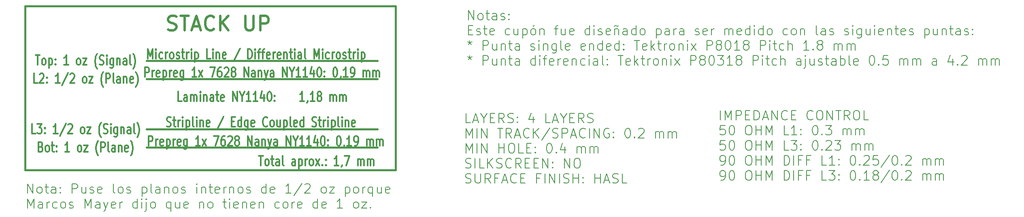
<source format=gbr>
G04 #@! TF.GenerationSoftware,KiCad,Pcbnew,(5.1.7)-1*
G04 #@! TF.CreationDate,2020-11-24T11:46:51-03:00*
G04 #@! TF.ProjectId,cupon,6375706f-6e2e-46b6-9963-61645f706362,Revision: 2.0*
G04 #@! TF.SameCoordinates,Original*
G04 #@! TF.FileFunction,OtherDrawing,Comment*
%FSLAX46Y46*%
G04 Gerber Fmt 4.6, Leading zero omitted, Abs format (unit mm)*
G04 Created by KiCad (PCBNEW (5.1.7)-1) date 2020-11-24 11:46:51*
%MOMM*%
%LPD*%
G01*
G04 APERTURE LIST*
%ADD10C,0.500000*%
%ADD11C,0.150000*%
%ADD12C,0.304800*%
%ADD13C,0.381000*%
G04 APERTURE END LIST*
D10*
X48700000Y-23114285D02*
X49128571Y-23257142D01*
X49842857Y-23257142D01*
X50128571Y-23114285D01*
X50271428Y-22971428D01*
X50414285Y-22685714D01*
X50414285Y-22400000D01*
X50271428Y-22114285D01*
X50128571Y-21971428D01*
X49842857Y-21828571D01*
X49271428Y-21685714D01*
X48985714Y-21542857D01*
X48842857Y-21400000D01*
X48700000Y-21114285D01*
X48700000Y-20828571D01*
X48842857Y-20542857D01*
X48985714Y-20400000D01*
X49271428Y-20257142D01*
X49985714Y-20257142D01*
X50414285Y-20400000D01*
X51271428Y-20257142D02*
X52985714Y-20257142D01*
X52128571Y-23257142D02*
X52128571Y-20257142D01*
X53842857Y-22400000D02*
X55271428Y-22400000D01*
X53557142Y-23257142D02*
X54557142Y-20257142D01*
X55557142Y-23257142D01*
X58271428Y-22971428D02*
X58128571Y-23114285D01*
X57700000Y-23257142D01*
X57414285Y-23257142D01*
X56985714Y-23114285D01*
X56700000Y-22828571D01*
X56557142Y-22542857D01*
X56414285Y-21971428D01*
X56414285Y-21542857D01*
X56557142Y-20971428D01*
X56700000Y-20685714D01*
X56985714Y-20400000D01*
X57414285Y-20257142D01*
X57700000Y-20257142D01*
X58128571Y-20400000D01*
X58271428Y-20542857D01*
X59557142Y-23257142D02*
X59557142Y-20257142D01*
X61271428Y-23257142D02*
X59985714Y-21542857D01*
X61271428Y-20257142D02*
X59557142Y-21971428D01*
X64842857Y-20257142D02*
X64842857Y-22685714D01*
X64985714Y-22971428D01*
X65128571Y-23114285D01*
X65414285Y-23257142D01*
X65985714Y-23257142D01*
X66271428Y-23114285D01*
X66414285Y-22971428D01*
X66557142Y-22685714D01*
X66557142Y-20257142D01*
X67985714Y-23257142D02*
X67985714Y-20257142D01*
X69128571Y-20257142D01*
X69414285Y-20400000D01*
X69557142Y-20542857D01*
X69700000Y-20828571D01*
X69700000Y-21257142D01*
X69557142Y-21542857D01*
X69414285Y-21685714D01*
X69128571Y-21828571D01*
X67985714Y-21828571D01*
D11*
X164173690Y-42004761D02*
X164173690Y-40004761D01*
X165126071Y-42004761D02*
X165126071Y-40004761D01*
X165792738Y-41433333D01*
X166459404Y-40004761D01*
X166459404Y-42004761D01*
X167411785Y-42004761D02*
X167411785Y-40004761D01*
X168173690Y-40004761D01*
X168364166Y-40100000D01*
X168459404Y-40195238D01*
X168554642Y-40385714D01*
X168554642Y-40671428D01*
X168459404Y-40861904D01*
X168364166Y-40957142D01*
X168173690Y-41052380D01*
X167411785Y-41052380D01*
X169411785Y-40957142D02*
X170078452Y-40957142D01*
X170364166Y-42004761D02*
X169411785Y-42004761D01*
X169411785Y-40004761D01*
X170364166Y-40004761D01*
X171221309Y-42004761D02*
X171221309Y-40004761D01*
X171697500Y-40004761D01*
X171983214Y-40100000D01*
X172173690Y-40290476D01*
X172268928Y-40480952D01*
X172364166Y-40861904D01*
X172364166Y-41147619D01*
X172268928Y-41528571D01*
X172173690Y-41719047D01*
X171983214Y-41909523D01*
X171697500Y-42004761D01*
X171221309Y-42004761D01*
X173126071Y-41433333D02*
X174078452Y-41433333D01*
X172935595Y-42004761D02*
X173602261Y-40004761D01*
X174268928Y-42004761D01*
X174935595Y-42004761D02*
X174935595Y-40004761D01*
X176078452Y-42004761D01*
X176078452Y-40004761D01*
X178173690Y-41814285D02*
X178078452Y-41909523D01*
X177792738Y-42004761D01*
X177602261Y-42004761D01*
X177316547Y-41909523D01*
X177126071Y-41719047D01*
X177030833Y-41528571D01*
X176935595Y-41147619D01*
X176935595Y-40861904D01*
X177030833Y-40480952D01*
X177126071Y-40290476D01*
X177316547Y-40100000D01*
X177602261Y-40004761D01*
X177792738Y-40004761D01*
X178078452Y-40100000D01*
X178173690Y-40195238D01*
X179030833Y-40957142D02*
X179697500Y-40957142D01*
X179983214Y-42004761D02*
X179030833Y-42004761D01*
X179030833Y-40004761D01*
X179983214Y-40004761D01*
X183507023Y-41814285D02*
X183411785Y-41909523D01*
X183126071Y-42004761D01*
X182935595Y-42004761D01*
X182649880Y-41909523D01*
X182459404Y-41719047D01*
X182364166Y-41528571D01*
X182268928Y-41147619D01*
X182268928Y-40861904D01*
X182364166Y-40480952D01*
X182459404Y-40290476D01*
X182649880Y-40100000D01*
X182935595Y-40004761D01*
X183126071Y-40004761D01*
X183411785Y-40100000D01*
X183507023Y-40195238D01*
X184745119Y-40004761D02*
X185126071Y-40004761D01*
X185316547Y-40100000D01*
X185507023Y-40290476D01*
X185602261Y-40671428D01*
X185602261Y-41338095D01*
X185507023Y-41719047D01*
X185316547Y-41909523D01*
X185126071Y-42004761D01*
X184745119Y-42004761D01*
X184554642Y-41909523D01*
X184364166Y-41719047D01*
X184268928Y-41338095D01*
X184268928Y-40671428D01*
X184364166Y-40290476D01*
X184554642Y-40100000D01*
X184745119Y-40004761D01*
X186459404Y-42004761D02*
X186459404Y-40004761D01*
X187602261Y-42004761D01*
X187602261Y-40004761D01*
X188268928Y-40004761D02*
X189411785Y-40004761D01*
X188840357Y-42004761D02*
X188840357Y-40004761D01*
X191221309Y-42004761D02*
X190554642Y-41052380D01*
X190078452Y-42004761D02*
X190078452Y-40004761D01*
X190840357Y-40004761D01*
X191030833Y-40100000D01*
X191126071Y-40195238D01*
X191221309Y-40385714D01*
X191221309Y-40671428D01*
X191126071Y-40861904D01*
X191030833Y-40957142D01*
X190840357Y-41052380D01*
X190078452Y-41052380D01*
X192459404Y-40004761D02*
X192840357Y-40004761D01*
X193030833Y-40100000D01*
X193221309Y-40290476D01*
X193316547Y-40671428D01*
X193316547Y-41338095D01*
X193221309Y-41719047D01*
X193030833Y-41909523D01*
X192840357Y-42004761D01*
X192459404Y-42004761D01*
X192268928Y-41909523D01*
X192078452Y-41719047D01*
X191983214Y-41338095D01*
X191983214Y-40671428D01*
X192078452Y-40290476D01*
X192268928Y-40100000D01*
X192459404Y-40004761D01*
X195126071Y-42004761D02*
X194173690Y-42004761D01*
X194173690Y-40004761D01*
X165126071Y-43154761D02*
X164173690Y-43154761D01*
X164078452Y-44107142D01*
X164173690Y-44011904D01*
X164364166Y-43916666D01*
X164840357Y-43916666D01*
X165030833Y-44011904D01*
X165126071Y-44107142D01*
X165221309Y-44297619D01*
X165221309Y-44773809D01*
X165126071Y-44964285D01*
X165030833Y-45059523D01*
X164840357Y-45154761D01*
X164364166Y-45154761D01*
X164173690Y-45059523D01*
X164078452Y-44964285D01*
X166459404Y-43154761D02*
X166649880Y-43154761D01*
X166840357Y-43250000D01*
X166935595Y-43345238D01*
X167030833Y-43535714D01*
X167126071Y-43916666D01*
X167126071Y-44392857D01*
X167030833Y-44773809D01*
X166935595Y-44964285D01*
X166840357Y-45059523D01*
X166649880Y-45154761D01*
X166459404Y-45154761D01*
X166268928Y-45059523D01*
X166173690Y-44964285D01*
X166078452Y-44773809D01*
X165983214Y-44392857D01*
X165983214Y-43916666D01*
X166078452Y-43535714D01*
X166173690Y-43345238D01*
X166268928Y-43250000D01*
X166459404Y-43154761D01*
X169887976Y-43154761D02*
X170268928Y-43154761D01*
X170459404Y-43250000D01*
X170649880Y-43440476D01*
X170745119Y-43821428D01*
X170745119Y-44488095D01*
X170649880Y-44869047D01*
X170459404Y-45059523D01*
X170268928Y-45154761D01*
X169887976Y-45154761D01*
X169697500Y-45059523D01*
X169507023Y-44869047D01*
X169411785Y-44488095D01*
X169411785Y-43821428D01*
X169507023Y-43440476D01*
X169697500Y-43250000D01*
X169887976Y-43154761D01*
X171602261Y-45154761D02*
X171602261Y-43154761D01*
X171602261Y-44107142D02*
X172745119Y-44107142D01*
X172745119Y-45154761D02*
X172745119Y-43154761D01*
X173697500Y-45154761D02*
X173697500Y-43154761D01*
X174364166Y-44583333D01*
X175030833Y-43154761D01*
X175030833Y-45154761D01*
X178459404Y-45154761D02*
X177507023Y-45154761D01*
X177507023Y-43154761D01*
X180173690Y-45154761D02*
X179030833Y-45154761D01*
X179602261Y-45154761D02*
X179602261Y-43154761D01*
X179411785Y-43440476D01*
X179221309Y-43630952D01*
X179030833Y-43726190D01*
X181030833Y-44964285D02*
X181126071Y-45059523D01*
X181030833Y-45154761D01*
X180935595Y-45059523D01*
X181030833Y-44964285D01*
X181030833Y-45154761D01*
X181030833Y-43916666D02*
X181126071Y-44011904D01*
X181030833Y-44107142D01*
X180935595Y-44011904D01*
X181030833Y-43916666D01*
X181030833Y-44107142D01*
X183887976Y-43154761D02*
X184078452Y-43154761D01*
X184268928Y-43250000D01*
X184364166Y-43345238D01*
X184459404Y-43535714D01*
X184554642Y-43916666D01*
X184554642Y-44392857D01*
X184459404Y-44773809D01*
X184364166Y-44964285D01*
X184268928Y-45059523D01*
X184078452Y-45154761D01*
X183887976Y-45154761D01*
X183697500Y-45059523D01*
X183602261Y-44964285D01*
X183507023Y-44773809D01*
X183411785Y-44392857D01*
X183411785Y-43916666D01*
X183507023Y-43535714D01*
X183602261Y-43345238D01*
X183697500Y-43250000D01*
X183887976Y-43154761D01*
X185411785Y-44964285D02*
X185507023Y-45059523D01*
X185411785Y-45154761D01*
X185316547Y-45059523D01*
X185411785Y-44964285D01*
X185411785Y-45154761D01*
X186173690Y-43154761D02*
X187411785Y-43154761D01*
X186745119Y-43916666D01*
X187030833Y-43916666D01*
X187221309Y-44011904D01*
X187316547Y-44107142D01*
X187411785Y-44297619D01*
X187411785Y-44773809D01*
X187316547Y-44964285D01*
X187221309Y-45059523D01*
X187030833Y-45154761D01*
X186459404Y-45154761D01*
X186268928Y-45059523D01*
X186173690Y-44964285D01*
X189792738Y-45154761D02*
X189792738Y-43821428D01*
X189792738Y-44011904D02*
X189887976Y-43916666D01*
X190078452Y-43821428D01*
X190364166Y-43821428D01*
X190554642Y-43916666D01*
X190649880Y-44107142D01*
X190649880Y-45154761D01*
X190649880Y-44107142D02*
X190745119Y-43916666D01*
X190935595Y-43821428D01*
X191221309Y-43821428D01*
X191411785Y-43916666D01*
X191507023Y-44107142D01*
X191507023Y-45154761D01*
X192459404Y-45154761D02*
X192459404Y-43821428D01*
X192459404Y-44011904D02*
X192554642Y-43916666D01*
X192745119Y-43821428D01*
X193030833Y-43821428D01*
X193221309Y-43916666D01*
X193316547Y-44107142D01*
X193316547Y-45154761D01*
X193316547Y-44107142D02*
X193411785Y-43916666D01*
X193602261Y-43821428D01*
X193887976Y-43821428D01*
X194078452Y-43916666D01*
X194173690Y-44107142D01*
X194173690Y-45154761D01*
X165126071Y-46304761D02*
X164173690Y-46304761D01*
X164078452Y-47257142D01*
X164173690Y-47161904D01*
X164364166Y-47066666D01*
X164840357Y-47066666D01*
X165030833Y-47161904D01*
X165126071Y-47257142D01*
X165221309Y-47447619D01*
X165221309Y-47923809D01*
X165126071Y-48114285D01*
X165030833Y-48209523D01*
X164840357Y-48304761D01*
X164364166Y-48304761D01*
X164173690Y-48209523D01*
X164078452Y-48114285D01*
X166459404Y-46304761D02*
X166649880Y-46304761D01*
X166840357Y-46400000D01*
X166935595Y-46495238D01*
X167030833Y-46685714D01*
X167126071Y-47066666D01*
X167126071Y-47542857D01*
X167030833Y-47923809D01*
X166935595Y-48114285D01*
X166840357Y-48209523D01*
X166649880Y-48304761D01*
X166459404Y-48304761D01*
X166268928Y-48209523D01*
X166173690Y-48114285D01*
X166078452Y-47923809D01*
X165983214Y-47542857D01*
X165983214Y-47066666D01*
X166078452Y-46685714D01*
X166173690Y-46495238D01*
X166268928Y-46400000D01*
X166459404Y-46304761D01*
X169887976Y-46304761D02*
X170268928Y-46304761D01*
X170459404Y-46400000D01*
X170649880Y-46590476D01*
X170745119Y-46971428D01*
X170745119Y-47638095D01*
X170649880Y-48019047D01*
X170459404Y-48209523D01*
X170268928Y-48304761D01*
X169887976Y-48304761D01*
X169697500Y-48209523D01*
X169507023Y-48019047D01*
X169411785Y-47638095D01*
X169411785Y-46971428D01*
X169507023Y-46590476D01*
X169697500Y-46400000D01*
X169887976Y-46304761D01*
X171602261Y-48304761D02*
X171602261Y-46304761D01*
X171602261Y-47257142D02*
X172745119Y-47257142D01*
X172745119Y-48304761D02*
X172745119Y-46304761D01*
X173697500Y-48304761D02*
X173697500Y-46304761D01*
X174364166Y-47733333D01*
X175030833Y-46304761D01*
X175030833Y-48304761D01*
X178459404Y-48304761D02*
X177507023Y-48304761D01*
X177507023Y-46304761D01*
X178935595Y-46304761D02*
X180173690Y-46304761D01*
X179507023Y-47066666D01*
X179792738Y-47066666D01*
X179983214Y-47161904D01*
X180078452Y-47257142D01*
X180173690Y-47447619D01*
X180173690Y-47923809D01*
X180078452Y-48114285D01*
X179983214Y-48209523D01*
X179792738Y-48304761D01*
X179221309Y-48304761D01*
X179030833Y-48209523D01*
X178935595Y-48114285D01*
X181030833Y-48114285D02*
X181126071Y-48209523D01*
X181030833Y-48304761D01*
X180935595Y-48209523D01*
X181030833Y-48114285D01*
X181030833Y-48304761D01*
X181030833Y-47066666D02*
X181126071Y-47161904D01*
X181030833Y-47257142D01*
X180935595Y-47161904D01*
X181030833Y-47066666D01*
X181030833Y-47257142D01*
X183887976Y-46304761D02*
X184078452Y-46304761D01*
X184268928Y-46400000D01*
X184364166Y-46495238D01*
X184459404Y-46685714D01*
X184554642Y-47066666D01*
X184554642Y-47542857D01*
X184459404Y-47923809D01*
X184364166Y-48114285D01*
X184268928Y-48209523D01*
X184078452Y-48304761D01*
X183887976Y-48304761D01*
X183697500Y-48209523D01*
X183602261Y-48114285D01*
X183507023Y-47923809D01*
X183411785Y-47542857D01*
X183411785Y-47066666D01*
X183507023Y-46685714D01*
X183602261Y-46495238D01*
X183697500Y-46400000D01*
X183887976Y-46304761D01*
X185411785Y-48114285D02*
X185507023Y-48209523D01*
X185411785Y-48304761D01*
X185316547Y-48209523D01*
X185411785Y-48114285D01*
X185411785Y-48304761D01*
X186268928Y-46495238D02*
X186364166Y-46400000D01*
X186554642Y-46304761D01*
X187030833Y-46304761D01*
X187221309Y-46400000D01*
X187316547Y-46495238D01*
X187411785Y-46685714D01*
X187411785Y-46876190D01*
X187316547Y-47161904D01*
X186173690Y-48304761D01*
X187411785Y-48304761D01*
X188078452Y-46304761D02*
X189316547Y-46304761D01*
X188649880Y-47066666D01*
X188935595Y-47066666D01*
X189126071Y-47161904D01*
X189221309Y-47257142D01*
X189316547Y-47447619D01*
X189316547Y-47923809D01*
X189221309Y-48114285D01*
X189126071Y-48209523D01*
X188935595Y-48304761D01*
X188364166Y-48304761D01*
X188173690Y-48209523D01*
X188078452Y-48114285D01*
X191697500Y-48304761D02*
X191697500Y-46971428D01*
X191697500Y-47161904D02*
X191792738Y-47066666D01*
X191983214Y-46971428D01*
X192268928Y-46971428D01*
X192459404Y-47066666D01*
X192554642Y-47257142D01*
X192554642Y-48304761D01*
X192554642Y-47257142D02*
X192649880Y-47066666D01*
X192840357Y-46971428D01*
X193126071Y-46971428D01*
X193316547Y-47066666D01*
X193411785Y-47257142D01*
X193411785Y-48304761D01*
X194364166Y-48304761D02*
X194364166Y-46971428D01*
X194364166Y-47161904D02*
X194459404Y-47066666D01*
X194649880Y-46971428D01*
X194935595Y-46971428D01*
X195126071Y-47066666D01*
X195221309Y-47257142D01*
X195221309Y-48304761D01*
X195221309Y-47257142D02*
X195316547Y-47066666D01*
X195507023Y-46971428D01*
X195792738Y-46971428D01*
X195983214Y-47066666D01*
X196078452Y-47257142D01*
X196078452Y-48304761D01*
X164268928Y-51454761D02*
X164649880Y-51454761D01*
X164840357Y-51359523D01*
X164935595Y-51264285D01*
X165126071Y-50978571D01*
X165221309Y-50597619D01*
X165221309Y-49835714D01*
X165126071Y-49645238D01*
X165030833Y-49550000D01*
X164840357Y-49454761D01*
X164459404Y-49454761D01*
X164268928Y-49550000D01*
X164173690Y-49645238D01*
X164078452Y-49835714D01*
X164078452Y-50311904D01*
X164173690Y-50502380D01*
X164268928Y-50597619D01*
X164459404Y-50692857D01*
X164840357Y-50692857D01*
X165030833Y-50597619D01*
X165126071Y-50502380D01*
X165221309Y-50311904D01*
X166459404Y-49454761D02*
X166649880Y-49454761D01*
X166840357Y-49550000D01*
X166935595Y-49645238D01*
X167030833Y-49835714D01*
X167126071Y-50216666D01*
X167126071Y-50692857D01*
X167030833Y-51073809D01*
X166935595Y-51264285D01*
X166840357Y-51359523D01*
X166649880Y-51454761D01*
X166459404Y-51454761D01*
X166268928Y-51359523D01*
X166173690Y-51264285D01*
X166078452Y-51073809D01*
X165983214Y-50692857D01*
X165983214Y-50216666D01*
X166078452Y-49835714D01*
X166173690Y-49645238D01*
X166268928Y-49550000D01*
X166459404Y-49454761D01*
X169887976Y-49454761D02*
X170268928Y-49454761D01*
X170459404Y-49550000D01*
X170649880Y-49740476D01*
X170745119Y-50121428D01*
X170745119Y-50788095D01*
X170649880Y-51169047D01*
X170459404Y-51359523D01*
X170268928Y-51454761D01*
X169887976Y-51454761D01*
X169697500Y-51359523D01*
X169507023Y-51169047D01*
X169411785Y-50788095D01*
X169411785Y-50121428D01*
X169507023Y-49740476D01*
X169697500Y-49550000D01*
X169887976Y-49454761D01*
X171602261Y-51454761D02*
X171602261Y-49454761D01*
X171602261Y-50407142D02*
X172745119Y-50407142D01*
X172745119Y-51454761D02*
X172745119Y-49454761D01*
X173697500Y-51454761D02*
X173697500Y-49454761D01*
X174364166Y-50883333D01*
X175030833Y-49454761D01*
X175030833Y-51454761D01*
X177507023Y-51454761D02*
X177507023Y-49454761D01*
X177983214Y-49454761D01*
X178268928Y-49550000D01*
X178459404Y-49740476D01*
X178554642Y-49930952D01*
X178649880Y-50311904D01*
X178649880Y-50597619D01*
X178554642Y-50978571D01*
X178459404Y-51169047D01*
X178268928Y-51359523D01*
X177983214Y-51454761D01*
X177507023Y-51454761D01*
X179507023Y-51454761D02*
X179507023Y-49454761D01*
X181126071Y-50407142D02*
X180459404Y-50407142D01*
X180459404Y-51454761D02*
X180459404Y-49454761D01*
X181411785Y-49454761D01*
X182840357Y-50407142D02*
X182173690Y-50407142D01*
X182173690Y-51454761D02*
X182173690Y-49454761D01*
X183126071Y-49454761D01*
X186364166Y-51454761D02*
X185411785Y-51454761D01*
X185411785Y-49454761D01*
X188078452Y-51454761D02*
X186935595Y-51454761D01*
X187507023Y-51454761D02*
X187507023Y-49454761D01*
X187316547Y-49740476D01*
X187126071Y-49930952D01*
X186935595Y-50026190D01*
X188935595Y-51264285D02*
X189030833Y-51359523D01*
X188935595Y-51454761D01*
X188840357Y-51359523D01*
X188935595Y-51264285D01*
X188935595Y-51454761D01*
X188935595Y-50216666D02*
X189030833Y-50311904D01*
X188935595Y-50407142D01*
X188840357Y-50311904D01*
X188935595Y-50216666D01*
X188935595Y-50407142D01*
X191792738Y-49454761D02*
X191983214Y-49454761D01*
X192173690Y-49550000D01*
X192268928Y-49645238D01*
X192364166Y-49835714D01*
X192459404Y-50216666D01*
X192459404Y-50692857D01*
X192364166Y-51073809D01*
X192268928Y-51264285D01*
X192173690Y-51359523D01*
X191983214Y-51454761D01*
X191792738Y-51454761D01*
X191602261Y-51359523D01*
X191507023Y-51264285D01*
X191411785Y-51073809D01*
X191316547Y-50692857D01*
X191316547Y-50216666D01*
X191411785Y-49835714D01*
X191507023Y-49645238D01*
X191602261Y-49550000D01*
X191792738Y-49454761D01*
X193316547Y-51264285D02*
X193411785Y-51359523D01*
X193316547Y-51454761D01*
X193221309Y-51359523D01*
X193316547Y-51264285D01*
X193316547Y-51454761D01*
X194173690Y-49645238D02*
X194268928Y-49550000D01*
X194459404Y-49454761D01*
X194935595Y-49454761D01*
X195126071Y-49550000D01*
X195221309Y-49645238D01*
X195316547Y-49835714D01*
X195316547Y-50026190D01*
X195221309Y-50311904D01*
X194078452Y-51454761D01*
X195316547Y-51454761D01*
X197126071Y-49454761D02*
X196173690Y-49454761D01*
X196078452Y-50407142D01*
X196173690Y-50311904D01*
X196364166Y-50216666D01*
X196840357Y-50216666D01*
X197030833Y-50311904D01*
X197126071Y-50407142D01*
X197221309Y-50597619D01*
X197221309Y-51073809D01*
X197126071Y-51264285D01*
X197030833Y-51359523D01*
X196840357Y-51454761D01*
X196364166Y-51454761D01*
X196173690Y-51359523D01*
X196078452Y-51264285D01*
X199507023Y-49359523D02*
X197792738Y-51930952D01*
X200554642Y-49454761D02*
X200745119Y-49454761D01*
X200935595Y-49550000D01*
X201030833Y-49645238D01*
X201126071Y-49835714D01*
X201221309Y-50216666D01*
X201221309Y-50692857D01*
X201126071Y-51073809D01*
X201030833Y-51264285D01*
X200935595Y-51359523D01*
X200745119Y-51454761D01*
X200554642Y-51454761D01*
X200364166Y-51359523D01*
X200268928Y-51264285D01*
X200173690Y-51073809D01*
X200078452Y-50692857D01*
X200078452Y-50216666D01*
X200173690Y-49835714D01*
X200268928Y-49645238D01*
X200364166Y-49550000D01*
X200554642Y-49454761D01*
X202078452Y-51264285D02*
X202173690Y-51359523D01*
X202078452Y-51454761D01*
X201983214Y-51359523D01*
X202078452Y-51264285D01*
X202078452Y-51454761D01*
X202935595Y-49645238D02*
X203030833Y-49550000D01*
X203221309Y-49454761D01*
X203697500Y-49454761D01*
X203887976Y-49550000D01*
X203983214Y-49645238D01*
X204078452Y-49835714D01*
X204078452Y-50026190D01*
X203983214Y-50311904D01*
X202840357Y-51454761D01*
X204078452Y-51454761D01*
X206459404Y-51454761D02*
X206459404Y-50121428D01*
X206459404Y-50311904D02*
X206554642Y-50216666D01*
X206745119Y-50121428D01*
X207030833Y-50121428D01*
X207221309Y-50216666D01*
X207316547Y-50407142D01*
X207316547Y-51454761D01*
X207316547Y-50407142D02*
X207411785Y-50216666D01*
X207602261Y-50121428D01*
X207887976Y-50121428D01*
X208078452Y-50216666D01*
X208173690Y-50407142D01*
X208173690Y-51454761D01*
X209126071Y-51454761D02*
X209126071Y-50121428D01*
X209126071Y-50311904D02*
X209221309Y-50216666D01*
X209411785Y-50121428D01*
X209697499Y-50121428D01*
X209887976Y-50216666D01*
X209983214Y-50407142D01*
X209983214Y-51454761D01*
X209983214Y-50407142D02*
X210078452Y-50216666D01*
X210268928Y-50121428D01*
X210554642Y-50121428D01*
X210745119Y-50216666D01*
X210840357Y-50407142D01*
X210840357Y-51454761D01*
X164268928Y-54604761D02*
X164649880Y-54604761D01*
X164840357Y-54509523D01*
X164935595Y-54414285D01*
X165126071Y-54128571D01*
X165221309Y-53747619D01*
X165221309Y-52985714D01*
X165126071Y-52795238D01*
X165030833Y-52700000D01*
X164840357Y-52604761D01*
X164459404Y-52604761D01*
X164268928Y-52700000D01*
X164173690Y-52795238D01*
X164078452Y-52985714D01*
X164078452Y-53461904D01*
X164173690Y-53652380D01*
X164268928Y-53747619D01*
X164459404Y-53842857D01*
X164840357Y-53842857D01*
X165030833Y-53747619D01*
X165126071Y-53652380D01*
X165221309Y-53461904D01*
X166459404Y-52604761D02*
X166649880Y-52604761D01*
X166840357Y-52700000D01*
X166935595Y-52795238D01*
X167030833Y-52985714D01*
X167126071Y-53366666D01*
X167126071Y-53842857D01*
X167030833Y-54223809D01*
X166935595Y-54414285D01*
X166840357Y-54509523D01*
X166649880Y-54604761D01*
X166459404Y-54604761D01*
X166268928Y-54509523D01*
X166173690Y-54414285D01*
X166078452Y-54223809D01*
X165983214Y-53842857D01*
X165983214Y-53366666D01*
X166078452Y-52985714D01*
X166173690Y-52795238D01*
X166268928Y-52700000D01*
X166459404Y-52604761D01*
X169887976Y-52604761D02*
X170268928Y-52604761D01*
X170459404Y-52700000D01*
X170649880Y-52890476D01*
X170745119Y-53271428D01*
X170745119Y-53938095D01*
X170649880Y-54319047D01*
X170459404Y-54509523D01*
X170268928Y-54604761D01*
X169887976Y-54604761D01*
X169697500Y-54509523D01*
X169507023Y-54319047D01*
X169411785Y-53938095D01*
X169411785Y-53271428D01*
X169507023Y-52890476D01*
X169697500Y-52700000D01*
X169887976Y-52604761D01*
X171602261Y-54604761D02*
X171602261Y-52604761D01*
X171602261Y-53557142D02*
X172745119Y-53557142D01*
X172745119Y-54604761D02*
X172745119Y-52604761D01*
X173697500Y-54604761D02*
X173697500Y-52604761D01*
X174364166Y-54033333D01*
X175030833Y-52604761D01*
X175030833Y-54604761D01*
X177507023Y-54604761D02*
X177507023Y-52604761D01*
X177983214Y-52604761D01*
X178268928Y-52700000D01*
X178459404Y-52890476D01*
X178554642Y-53080952D01*
X178649880Y-53461904D01*
X178649880Y-53747619D01*
X178554642Y-54128571D01*
X178459404Y-54319047D01*
X178268928Y-54509523D01*
X177983214Y-54604761D01*
X177507023Y-54604761D01*
X179507023Y-54604761D02*
X179507023Y-52604761D01*
X181126071Y-53557142D02*
X180459404Y-53557142D01*
X180459404Y-54604761D02*
X180459404Y-52604761D01*
X181411785Y-52604761D01*
X182840357Y-53557142D02*
X182173690Y-53557142D01*
X182173690Y-54604761D02*
X182173690Y-52604761D01*
X183126071Y-52604761D01*
X186364166Y-54604761D02*
X185411785Y-54604761D01*
X185411785Y-52604761D01*
X186840357Y-52604761D02*
X188078452Y-52604761D01*
X187411785Y-53366666D01*
X187697500Y-53366666D01*
X187887976Y-53461904D01*
X187983214Y-53557142D01*
X188078452Y-53747619D01*
X188078452Y-54223809D01*
X187983214Y-54414285D01*
X187887976Y-54509523D01*
X187697500Y-54604761D01*
X187126071Y-54604761D01*
X186935595Y-54509523D01*
X186840357Y-54414285D01*
X188935595Y-54414285D02*
X189030833Y-54509523D01*
X188935595Y-54604761D01*
X188840357Y-54509523D01*
X188935595Y-54414285D01*
X188935595Y-54604761D01*
X188935595Y-53366666D02*
X189030833Y-53461904D01*
X188935595Y-53557142D01*
X188840357Y-53461904D01*
X188935595Y-53366666D01*
X188935595Y-53557142D01*
X191792738Y-52604761D02*
X191983214Y-52604761D01*
X192173690Y-52700000D01*
X192268928Y-52795238D01*
X192364166Y-52985714D01*
X192459404Y-53366666D01*
X192459404Y-53842857D01*
X192364166Y-54223809D01*
X192268928Y-54414285D01*
X192173690Y-54509523D01*
X191983214Y-54604761D01*
X191792738Y-54604761D01*
X191602261Y-54509523D01*
X191507023Y-54414285D01*
X191411785Y-54223809D01*
X191316547Y-53842857D01*
X191316547Y-53366666D01*
X191411785Y-52985714D01*
X191507023Y-52795238D01*
X191602261Y-52700000D01*
X191792738Y-52604761D01*
X193316547Y-54414285D02*
X193411785Y-54509523D01*
X193316547Y-54604761D01*
X193221309Y-54509523D01*
X193316547Y-54414285D01*
X193316547Y-54604761D01*
X195316547Y-54604761D02*
X194173690Y-54604761D01*
X194745119Y-54604761D02*
X194745119Y-52604761D01*
X194554642Y-52890476D01*
X194364166Y-53080952D01*
X194173690Y-53176190D01*
X196459404Y-53461904D02*
X196268928Y-53366666D01*
X196173690Y-53271428D01*
X196078452Y-53080952D01*
X196078452Y-52985714D01*
X196173690Y-52795238D01*
X196268928Y-52700000D01*
X196459404Y-52604761D01*
X196840357Y-52604761D01*
X197030833Y-52700000D01*
X197126071Y-52795238D01*
X197221309Y-52985714D01*
X197221309Y-53080952D01*
X197126071Y-53271428D01*
X197030833Y-53366666D01*
X196840357Y-53461904D01*
X196459404Y-53461904D01*
X196268928Y-53557142D01*
X196173690Y-53652380D01*
X196078452Y-53842857D01*
X196078452Y-54223809D01*
X196173690Y-54414285D01*
X196268928Y-54509523D01*
X196459404Y-54604761D01*
X196840357Y-54604761D01*
X197030833Y-54509523D01*
X197126071Y-54414285D01*
X197221309Y-54223809D01*
X197221309Y-53842857D01*
X197126071Y-53652380D01*
X197030833Y-53557142D01*
X196840357Y-53461904D01*
X199507023Y-52509523D02*
X197792738Y-55080952D01*
X200554642Y-52604761D02*
X200745119Y-52604761D01*
X200935595Y-52700000D01*
X201030833Y-52795238D01*
X201126071Y-52985714D01*
X201221309Y-53366666D01*
X201221309Y-53842857D01*
X201126071Y-54223809D01*
X201030833Y-54414285D01*
X200935595Y-54509523D01*
X200745119Y-54604761D01*
X200554642Y-54604761D01*
X200364166Y-54509523D01*
X200268928Y-54414285D01*
X200173690Y-54223809D01*
X200078452Y-53842857D01*
X200078452Y-53366666D01*
X200173690Y-52985714D01*
X200268928Y-52795238D01*
X200364166Y-52700000D01*
X200554642Y-52604761D01*
X202078452Y-54414285D02*
X202173690Y-54509523D01*
X202078452Y-54604761D01*
X201983214Y-54509523D01*
X202078452Y-54414285D01*
X202078452Y-54604761D01*
X202935595Y-52795238D02*
X203030833Y-52700000D01*
X203221309Y-52604761D01*
X203697500Y-52604761D01*
X203887976Y-52700000D01*
X203983214Y-52795238D01*
X204078452Y-52985714D01*
X204078452Y-53176190D01*
X203983214Y-53461904D01*
X202840357Y-54604761D01*
X204078452Y-54604761D01*
X206459404Y-54604761D02*
X206459404Y-53271428D01*
X206459404Y-53461904D02*
X206554642Y-53366666D01*
X206745119Y-53271428D01*
X207030833Y-53271428D01*
X207221309Y-53366666D01*
X207316547Y-53557142D01*
X207316547Y-54604761D01*
X207316547Y-53557142D02*
X207411785Y-53366666D01*
X207602261Y-53271428D01*
X207887976Y-53271428D01*
X208078452Y-53366666D01*
X208173690Y-53557142D01*
X208173690Y-54604761D01*
X209126071Y-54604761D02*
X209126071Y-53271428D01*
X209126071Y-53461904D02*
X209221309Y-53366666D01*
X209411785Y-53271428D01*
X209697499Y-53271428D01*
X209887976Y-53366666D01*
X209983214Y-53557142D01*
X209983214Y-54604761D01*
X209983214Y-53557142D02*
X210078452Y-53366666D01*
X210268928Y-53271428D01*
X210554642Y-53271428D01*
X210745119Y-53366666D01*
X210840357Y-53557142D01*
X210840357Y-54604761D01*
X111926071Y-42604761D02*
X110973690Y-42604761D01*
X110973690Y-40604761D01*
X112497500Y-42033333D02*
X113449880Y-42033333D01*
X112307023Y-42604761D02*
X112973690Y-40604761D01*
X113640357Y-42604761D01*
X114687976Y-41652380D02*
X114687976Y-42604761D01*
X114021309Y-40604761D02*
X114687976Y-41652380D01*
X115354642Y-40604761D01*
X116021309Y-41557142D02*
X116687976Y-41557142D01*
X116973690Y-42604761D02*
X116021309Y-42604761D01*
X116021309Y-40604761D01*
X116973690Y-40604761D01*
X118973690Y-42604761D02*
X118307023Y-41652380D01*
X117830833Y-42604761D02*
X117830833Y-40604761D01*
X118592738Y-40604761D01*
X118783214Y-40700000D01*
X118878452Y-40795238D01*
X118973690Y-40985714D01*
X118973690Y-41271428D01*
X118878452Y-41461904D01*
X118783214Y-41557142D01*
X118592738Y-41652380D01*
X117830833Y-41652380D01*
X119735595Y-42509523D02*
X120021309Y-42604761D01*
X120497500Y-42604761D01*
X120687976Y-42509523D01*
X120783214Y-42414285D01*
X120878452Y-42223809D01*
X120878452Y-42033333D01*
X120783214Y-41842857D01*
X120687976Y-41747619D01*
X120497500Y-41652380D01*
X120116547Y-41557142D01*
X119926071Y-41461904D01*
X119830833Y-41366666D01*
X119735595Y-41176190D01*
X119735595Y-40985714D01*
X119830833Y-40795238D01*
X119926071Y-40700000D01*
X120116547Y-40604761D01*
X120592738Y-40604761D01*
X120878452Y-40700000D01*
X121735595Y-42414285D02*
X121830833Y-42509523D01*
X121735595Y-42604761D01*
X121640357Y-42509523D01*
X121735595Y-42414285D01*
X121735595Y-42604761D01*
X121735595Y-41366666D02*
X121830833Y-41461904D01*
X121735595Y-41557142D01*
X121640357Y-41461904D01*
X121735595Y-41366666D01*
X121735595Y-41557142D01*
X125068928Y-41271428D02*
X125068928Y-42604761D01*
X124592738Y-40509523D02*
X124116547Y-41938095D01*
X125354642Y-41938095D01*
X128592738Y-42604761D02*
X127640357Y-42604761D01*
X127640357Y-40604761D01*
X129164166Y-42033333D02*
X130116547Y-42033333D01*
X128973690Y-42604761D02*
X129640357Y-40604761D01*
X130307023Y-42604761D01*
X131354642Y-41652380D02*
X131354642Y-42604761D01*
X130687976Y-40604761D02*
X131354642Y-41652380D01*
X132021309Y-40604761D01*
X132687976Y-41557142D02*
X133354642Y-41557142D01*
X133640357Y-42604761D02*
X132687976Y-42604761D01*
X132687976Y-40604761D01*
X133640357Y-40604761D01*
X135640357Y-42604761D02*
X134973690Y-41652380D01*
X134497500Y-42604761D02*
X134497500Y-40604761D01*
X135259404Y-40604761D01*
X135449880Y-40700000D01*
X135545119Y-40795238D01*
X135640357Y-40985714D01*
X135640357Y-41271428D01*
X135545119Y-41461904D01*
X135449880Y-41557142D01*
X135259404Y-41652380D01*
X134497500Y-41652380D01*
X136402261Y-42509523D02*
X136687976Y-42604761D01*
X137164166Y-42604761D01*
X137354642Y-42509523D01*
X137449880Y-42414285D01*
X137545119Y-42223809D01*
X137545119Y-42033333D01*
X137449880Y-41842857D01*
X137354642Y-41747619D01*
X137164166Y-41652380D01*
X136783214Y-41557142D01*
X136592738Y-41461904D01*
X136497500Y-41366666D01*
X136402261Y-41176190D01*
X136402261Y-40985714D01*
X136497500Y-40795238D01*
X136592738Y-40700000D01*
X136783214Y-40604761D01*
X137259404Y-40604761D01*
X137545119Y-40700000D01*
X110973690Y-45754761D02*
X110973690Y-43754761D01*
X111640357Y-45183333D01*
X112307023Y-43754761D01*
X112307023Y-45754761D01*
X113259404Y-45754761D02*
X113259404Y-43754761D01*
X114211785Y-45754761D02*
X114211785Y-43754761D01*
X115354642Y-45754761D01*
X115354642Y-43754761D01*
X117545119Y-43754761D02*
X118687976Y-43754761D01*
X118116547Y-45754761D02*
X118116547Y-43754761D01*
X120497500Y-45754761D02*
X119830833Y-44802380D01*
X119354642Y-45754761D02*
X119354642Y-43754761D01*
X120116547Y-43754761D01*
X120307023Y-43850000D01*
X120402261Y-43945238D01*
X120497500Y-44135714D01*
X120497500Y-44421428D01*
X120402261Y-44611904D01*
X120307023Y-44707142D01*
X120116547Y-44802380D01*
X119354642Y-44802380D01*
X121259404Y-45183333D02*
X122211785Y-45183333D01*
X121068928Y-45754761D02*
X121735595Y-43754761D01*
X122402261Y-45754761D01*
X124211785Y-45564285D02*
X124116547Y-45659523D01*
X123830833Y-45754761D01*
X123640357Y-45754761D01*
X123354642Y-45659523D01*
X123164166Y-45469047D01*
X123068928Y-45278571D01*
X122973690Y-44897619D01*
X122973690Y-44611904D01*
X123068928Y-44230952D01*
X123164166Y-44040476D01*
X123354642Y-43850000D01*
X123640357Y-43754761D01*
X123830833Y-43754761D01*
X124116547Y-43850000D01*
X124211785Y-43945238D01*
X125068928Y-45754761D02*
X125068928Y-43754761D01*
X126211785Y-45754761D02*
X125354642Y-44611904D01*
X126211785Y-43754761D02*
X125068928Y-44897619D01*
X128497500Y-43659523D02*
X126783214Y-46230952D01*
X129068928Y-45659523D02*
X129354642Y-45754761D01*
X129830833Y-45754761D01*
X130021309Y-45659523D01*
X130116547Y-45564285D01*
X130211785Y-45373809D01*
X130211785Y-45183333D01*
X130116547Y-44992857D01*
X130021309Y-44897619D01*
X129830833Y-44802380D01*
X129449880Y-44707142D01*
X129259404Y-44611904D01*
X129164166Y-44516666D01*
X129068928Y-44326190D01*
X129068928Y-44135714D01*
X129164166Y-43945238D01*
X129259404Y-43850000D01*
X129449880Y-43754761D01*
X129926071Y-43754761D01*
X130211785Y-43850000D01*
X131068928Y-45754761D02*
X131068928Y-43754761D01*
X131830833Y-43754761D01*
X132021309Y-43850000D01*
X132116547Y-43945238D01*
X132211785Y-44135714D01*
X132211785Y-44421428D01*
X132116547Y-44611904D01*
X132021309Y-44707142D01*
X131830833Y-44802380D01*
X131068928Y-44802380D01*
X132973690Y-45183333D02*
X133926071Y-45183333D01*
X132783214Y-45754761D02*
X133449880Y-43754761D01*
X134116547Y-45754761D01*
X135926071Y-45564285D02*
X135830833Y-45659523D01*
X135545119Y-45754761D01*
X135354642Y-45754761D01*
X135068928Y-45659523D01*
X134878452Y-45469047D01*
X134783214Y-45278571D01*
X134687976Y-44897619D01*
X134687976Y-44611904D01*
X134783214Y-44230952D01*
X134878452Y-44040476D01*
X135068928Y-43850000D01*
X135354642Y-43754761D01*
X135545119Y-43754761D01*
X135830833Y-43850000D01*
X135926071Y-43945238D01*
X136783214Y-45754761D02*
X136783214Y-43754761D01*
X137735595Y-45754761D02*
X137735595Y-43754761D01*
X138878452Y-45754761D01*
X138878452Y-43754761D01*
X140878452Y-43850000D02*
X140687976Y-43754761D01*
X140402261Y-43754761D01*
X140116547Y-43850000D01*
X139926071Y-44040476D01*
X139830833Y-44230952D01*
X139735595Y-44611904D01*
X139735595Y-44897619D01*
X139830833Y-45278571D01*
X139926071Y-45469047D01*
X140116547Y-45659523D01*
X140402261Y-45754761D01*
X140592738Y-45754761D01*
X140878452Y-45659523D01*
X140973690Y-45564285D01*
X140973690Y-44897619D01*
X140592738Y-44897619D01*
X141830833Y-45564285D02*
X141926071Y-45659523D01*
X141830833Y-45754761D01*
X141735595Y-45659523D01*
X141830833Y-45564285D01*
X141830833Y-45754761D01*
X141830833Y-44516666D02*
X141926071Y-44611904D01*
X141830833Y-44707142D01*
X141735595Y-44611904D01*
X141830833Y-44516666D01*
X141830833Y-44707142D01*
X144687976Y-43754761D02*
X144878452Y-43754761D01*
X145068928Y-43850000D01*
X145164166Y-43945238D01*
X145259404Y-44135714D01*
X145354642Y-44516666D01*
X145354642Y-44992857D01*
X145259404Y-45373809D01*
X145164166Y-45564285D01*
X145068928Y-45659523D01*
X144878452Y-45754761D01*
X144687976Y-45754761D01*
X144497500Y-45659523D01*
X144402261Y-45564285D01*
X144307023Y-45373809D01*
X144211785Y-44992857D01*
X144211785Y-44516666D01*
X144307023Y-44135714D01*
X144402261Y-43945238D01*
X144497500Y-43850000D01*
X144687976Y-43754761D01*
X146211785Y-45564285D02*
X146307023Y-45659523D01*
X146211785Y-45754761D01*
X146116547Y-45659523D01*
X146211785Y-45564285D01*
X146211785Y-45754761D01*
X147068928Y-43945238D02*
X147164166Y-43850000D01*
X147354642Y-43754761D01*
X147830833Y-43754761D01*
X148021309Y-43850000D01*
X148116547Y-43945238D01*
X148211785Y-44135714D01*
X148211785Y-44326190D01*
X148116547Y-44611904D01*
X146973690Y-45754761D01*
X148211785Y-45754761D01*
X150592738Y-45754761D02*
X150592738Y-44421428D01*
X150592738Y-44611904D02*
X150687976Y-44516666D01*
X150878452Y-44421428D01*
X151164166Y-44421428D01*
X151354642Y-44516666D01*
X151449880Y-44707142D01*
X151449880Y-45754761D01*
X151449880Y-44707142D02*
X151545119Y-44516666D01*
X151735595Y-44421428D01*
X152021309Y-44421428D01*
X152211785Y-44516666D01*
X152307023Y-44707142D01*
X152307023Y-45754761D01*
X153259404Y-45754761D02*
X153259404Y-44421428D01*
X153259404Y-44611904D02*
X153354642Y-44516666D01*
X153545119Y-44421428D01*
X153830833Y-44421428D01*
X154021309Y-44516666D01*
X154116547Y-44707142D01*
X154116547Y-45754761D01*
X154116547Y-44707142D02*
X154211785Y-44516666D01*
X154402261Y-44421428D01*
X154687976Y-44421428D01*
X154878452Y-44516666D01*
X154973690Y-44707142D01*
X154973690Y-45754761D01*
X110973690Y-48904761D02*
X110973690Y-46904761D01*
X111640357Y-48333333D01*
X112307023Y-46904761D01*
X112307023Y-48904761D01*
X113259404Y-48904761D02*
X113259404Y-46904761D01*
X114211785Y-48904761D02*
X114211785Y-46904761D01*
X115354642Y-48904761D01*
X115354642Y-46904761D01*
X117830833Y-48904761D02*
X117830833Y-46904761D01*
X117830833Y-47857142D02*
X118973690Y-47857142D01*
X118973690Y-48904761D02*
X118973690Y-46904761D01*
X120307023Y-46904761D02*
X120687976Y-46904761D01*
X120878452Y-47000000D01*
X121068928Y-47190476D01*
X121164166Y-47571428D01*
X121164166Y-48238095D01*
X121068928Y-48619047D01*
X120878452Y-48809523D01*
X120687976Y-48904761D01*
X120307023Y-48904761D01*
X120116547Y-48809523D01*
X119926071Y-48619047D01*
X119830833Y-48238095D01*
X119830833Y-47571428D01*
X119926071Y-47190476D01*
X120116547Y-47000000D01*
X120307023Y-46904761D01*
X122973690Y-48904761D02*
X122021309Y-48904761D01*
X122021309Y-46904761D01*
X123640357Y-47857142D02*
X124307023Y-47857142D01*
X124592738Y-48904761D02*
X123640357Y-48904761D01*
X123640357Y-46904761D01*
X124592738Y-46904761D01*
X125449880Y-48714285D02*
X125545119Y-48809523D01*
X125449880Y-48904761D01*
X125354642Y-48809523D01*
X125449880Y-48714285D01*
X125449880Y-48904761D01*
X125449880Y-47666666D02*
X125545119Y-47761904D01*
X125449880Y-47857142D01*
X125354642Y-47761904D01*
X125449880Y-47666666D01*
X125449880Y-47857142D01*
X128307023Y-46904761D02*
X128497500Y-46904761D01*
X128687976Y-47000000D01*
X128783214Y-47095238D01*
X128878452Y-47285714D01*
X128973690Y-47666666D01*
X128973690Y-48142857D01*
X128878452Y-48523809D01*
X128783214Y-48714285D01*
X128687976Y-48809523D01*
X128497500Y-48904761D01*
X128307023Y-48904761D01*
X128116547Y-48809523D01*
X128021309Y-48714285D01*
X127926071Y-48523809D01*
X127830833Y-48142857D01*
X127830833Y-47666666D01*
X127926071Y-47285714D01*
X128021309Y-47095238D01*
X128116547Y-47000000D01*
X128307023Y-46904761D01*
X129830833Y-48714285D02*
X129926071Y-48809523D01*
X129830833Y-48904761D01*
X129735595Y-48809523D01*
X129830833Y-48714285D01*
X129830833Y-48904761D01*
X131640357Y-47571428D02*
X131640357Y-48904761D01*
X131164166Y-46809523D02*
X130687976Y-48238095D01*
X131926071Y-48238095D01*
X134211785Y-48904761D02*
X134211785Y-47571428D01*
X134211785Y-47761904D02*
X134307023Y-47666666D01*
X134497500Y-47571428D01*
X134783214Y-47571428D01*
X134973690Y-47666666D01*
X135068928Y-47857142D01*
X135068928Y-48904761D01*
X135068928Y-47857142D02*
X135164166Y-47666666D01*
X135354642Y-47571428D01*
X135640357Y-47571428D01*
X135830833Y-47666666D01*
X135926071Y-47857142D01*
X135926071Y-48904761D01*
X136878452Y-48904761D02*
X136878452Y-47571428D01*
X136878452Y-47761904D02*
X136973690Y-47666666D01*
X137164166Y-47571428D01*
X137449880Y-47571428D01*
X137640357Y-47666666D01*
X137735595Y-47857142D01*
X137735595Y-48904761D01*
X137735595Y-47857142D02*
X137830833Y-47666666D01*
X138021309Y-47571428D01*
X138307023Y-47571428D01*
X138497500Y-47666666D01*
X138592738Y-47857142D01*
X138592738Y-48904761D01*
X110878452Y-51959523D02*
X111164166Y-52054761D01*
X111640357Y-52054761D01*
X111830833Y-51959523D01*
X111926071Y-51864285D01*
X112021309Y-51673809D01*
X112021309Y-51483333D01*
X111926071Y-51292857D01*
X111830833Y-51197619D01*
X111640357Y-51102380D01*
X111259404Y-51007142D01*
X111068928Y-50911904D01*
X110973690Y-50816666D01*
X110878452Y-50626190D01*
X110878452Y-50435714D01*
X110973690Y-50245238D01*
X111068928Y-50150000D01*
X111259404Y-50054761D01*
X111735595Y-50054761D01*
X112021309Y-50150000D01*
X112878452Y-52054761D02*
X112878452Y-50054761D01*
X114783214Y-52054761D02*
X113830833Y-52054761D01*
X113830833Y-50054761D01*
X115449880Y-52054761D02*
X115449880Y-50054761D01*
X116592738Y-52054761D02*
X115735595Y-50911904D01*
X116592738Y-50054761D02*
X115449880Y-51197619D01*
X117354642Y-51959523D02*
X117640357Y-52054761D01*
X118116547Y-52054761D01*
X118307023Y-51959523D01*
X118402261Y-51864285D01*
X118497500Y-51673809D01*
X118497500Y-51483333D01*
X118402261Y-51292857D01*
X118307023Y-51197619D01*
X118116547Y-51102380D01*
X117735595Y-51007142D01*
X117545119Y-50911904D01*
X117449880Y-50816666D01*
X117354642Y-50626190D01*
X117354642Y-50435714D01*
X117449880Y-50245238D01*
X117545119Y-50150000D01*
X117735595Y-50054761D01*
X118211785Y-50054761D01*
X118497500Y-50150000D01*
X120497500Y-51864285D02*
X120402261Y-51959523D01*
X120116547Y-52054761D01*
X119926071Y-52054761D01*
X119640357Y-51959523D01*
X119449880Y-51769047D01*
X119354642Y-51578571D01*
X119259404Y-51197619D01*
X119259404Y-50911904D01*
X119354642Y-50530952D01*
X119449880Y-50340476D01*
X119640357Y-50150000D01*
X119926071Y-50054761D01*
X120116547Y-50054761D01*
X120402261Y-50150000D01*
X120497500Y-50245238D01*
X122497500Y-52054761D02*
X121830833Y-51102380D01*
X121354642Y-52054761D02*
X121354642Y-50054761D01*
X122116547Y-50054761D01*
X122307023Y-50150000D01*
X122402261Y-50245238D01*
X122497500Y-50435714D01*
X122497500Y-50721428D01*
X122402261Y-50911904D01*
X122307023Y-51007142D01*
X122116547Y-51102380D01*
X121354642Y-51102380D01*
X123354642Y-51007142D02*
X124021309Y-51007142D01*
X124307023Y-52054761D02*
X123354642Y-52054761D01*
X123354642Y-50054761D01*
X124307023Y-50054761D01*
X125164166Y-51007142D02*
X125830833Y-51007142D01*
X126116547Y-52054761D02*
X125164166Y-52054761D01*
X125164166Y-50054761D01*
X126116547Y-50054761D01*
X126973690Y-52054761D02*
X126973690Y-50054761D01*
X128116547Y-52054761D01*
X128116547Y-50054761D01*
X129068928Y-51864285D02*
X129164166Y-51959523D01*
X129068928Y-52054761D01*
X128973690Y-51959523D01*
X129068928Y-51864285D01*
X129068928Y-52054761D01*
X129068928Y-50816666D02*
X129164166Y-50911904D01*
X129068928Y-51007142D01*
X128973690Y-50911904D01*
X129068928Y-50816666D01*
X129068928Y-51007142D01*
X131545119Y-52054761D02*
X131545119Y-50054761D01*
X132687976Y-52054761D01*
X132687976Y-50054761D01*
X134021309Y-50054761D02*
X134402261Y-50054761D01*
X134592738Y-50150000D01*
X134783214Y-50340476D01*
X134878452Y-50721428D01*
X134878452Y-51388095D01*
X134783214Y-51769047D01*
X134592738Y-51959523D01*
X134402261Y-52054761D01*
X134021309Y-52054761D01*
X133830833Y-51959523D01*
X133640357Y-51769047D01*
X133545119Y-51388095D01*
X133545119Y-50721428D01*
X133640357Y-50340476D01*
X133830833Y-50150000D01*
X134021309Y-50054761D01*
X110878452Y-55109523D02*
X111164166Y-55204761D01*
X111640357Y-55204761D01*
X111830833Y-55109523D01*
X111926071Y-55014285D01*
X112021309Y-54823809D01*
X112021309Y-54633333D01*
X111926071Y-54442857D01*
X111830833Y-54347619D01*
X111640357Y-54252380D01*
X111259404Y-54157142D01*
X111068928Y-54061904D01*
X110973690Y-53966666D01*
X110878452Y-53776190D01*
X110878452Y-53585714D01*
X110973690Y-53395238D01*
X111068928Y-53300000D01*
X111259404Y-53204761D01*
X111735595Y-53204761D01*
X112021309Y-53300000D01*
X112878452Y-53204761D02*
X112878452Y-54823809D01*
X112973690Y-55014285D01*
X113068928Y-55109523D01*
X113259404Y-55204761D01*
X113640357Y-55204761D01*
X113830833Y-55109523D01*
X113926071Y-55014285D01*
X114021309Y-54823809D01*
X114021309Y-53204761D01*
X116116547Y-55204761D02*
X115449880Y-54252380D01*
X114973690Y-55204761D02*
X114973690Y-53204761D01*
X115735595Y-53204761D01*
X115926071Y-53300000D01*
X116021309Y-53395238D01*
X116116547Y-53585714D01*
X116116547Y-53871428D01*
X116021309Y-54061904D01*
X115926071Y-54157142D01*
X115735595Y-54252380D01*
X114973690Y-54252380D01*
X117640357Y-54157142D02*
X116973690Y-54157142D01*
X116973690Y-55204761D02*
X116973690Y-53204761D01*
X117926071Y-53204761D01*
X118592738Y-54633333D02*
X119545119Y-54633333D01*
X118402261Y-55204761D02*
X119068928Y-53204761D01*
X119735595Y-55204761D01*
X121545119Y-55014285D02*
X121449880Y-55109523D01*
X121164166Y-55204761D01*
X120973690Y-55204761D01*
X120687976Y-55109523D01*
X120497500Y-54919047D01*
X120402261Y-54728571D01*
X120307023Y-54347619D01*
X120307023Y-54061904D01*
X120402261Y-53680952D01*
X120497500Y-53490476D01*
X120687976Y-53300000D01*
X120973690Y-53204761D01*
X121164166Y-53204761D01*
X121449880Y-53300000D01*
X121545119Y-53395238D01*
X122402261Y-54157142D02*
X123068928Y-54157142D01*
X123354642Y-55204761D02*
X122402261Y-55204761D01*
X122402261Y-53204761D01*
X123354642Y-53204761D01*
X126402261Y-54157142D02*
X125735595Y-54157142D01*
X125735595Y-55204761D02*
X125735595Y-53204761D01*
X126687976Y-53204761D01*
X127449880Y-55204761D02*
X127449880Y-53204761D01*
X128402261Y-55204761D02*
X128402261Y-53204761D01*
X129545119Y-55204761D01*
X129545119Y-53204761D01*
X130497500Y-55204761D02*
X130497500Y-53204761D01*
X131354642Y-55109523D02*
X131640357Y-55204761D01*
X132116547Y-55204761D01*
X132307023Y-55109523D01*
X132402261Y-55014285D01*
X132497500Y-54823809D01*
X132497500Y-54633333D01*
X132402261Y-54442857D01*
X132307023Y-54347619D01*
X132116547Y-54252380D01*
X131735595Y-54157142D01*
X131545119Y-54061904D01*
X131449880Y-53966666D01*
X131354642Y-53776190D01*
X131354642Y-53585714D01*
X131449880Y-53395238D01*
X131545119Y-53300000D01*
X131735595Y-53204761D01*
X132211785Y-53204761D01*
X132497500Y-53300000D01*
X133354642Y-55204761D02*
X133354642Y-53204761D01*
X133354642Y-54157142D02*
X134497500Y-54157142D01*
X134497500Y-55204761D02*
X134497500Y-53204761D01*
X135449880Y-55014285D02*
X135545119Y-55109523D01*
X135449880Y-55204761D01*
X135354642Y-55109523D01*
X135449880Y-55014285D01*
X135449880Y-55204761D01*
X135449880Y-53966666D02*
X135545119Y-54061904D01*
X135449880Y-54157142D01*
X135354642Y-54061904D01*
X135449880Y-53966666D01*
X135449880Y-54157142D01*
X137926071Y-55204761D02*
X137926071Y-53204761D01*
X137926071Y-54157142D02*
X139068928Y-54157142D01*
X139068928Y-55204761D02*
X139068928Y-53204761D01*
X139926071Y-54633333D02*
X140878452Y-54633333D01*
X139735595Y-55204761D02*
X140402261Y-53204761D01*
X141068928Y-55204761D01*
X141640357Y-55109523D02*
X141926071Y-55204761D01*
X142402261Y-55204761D01*
X142592738Y-55109523D01*
X142687976Y-55014285D01*
X142783214Y-54823809D01*
X142783214Y-54633333D01*
X142687976Y-54442857D01*
X142592738Y-54347619D01*
X142402261Y-54252380D01*
X142021309Y-54157142D01*
X141830833Y-54061904D01*
X141735595Y-53966666D01*
X141640357Y-53776190D01*
X141640357Y-53585714D01*
X141735595Y-53395238D01*
X141830833Y-53300000D01*
X142021309Y-53204761D01*
X142497500Y-53204761D01*
X142783214Y-53300000D01*
X144592738Y-55204761D02*
X143640357Y-55204761D01*
X143640357Y-53204761D01*
X19273690Y-57329761D02*
X19273690Y-55329761D01*
X20416547Y-57329761D01*
X20416547Y-55329761D01*
X21654642Y-57329761D02*
X21464166Y-57234523D01*
X21368928Y-57139285D01*
X21273690Y-56948809D01*
X21273690Y-56377380D01*
X21368928Y-56186904D01*
X21464166Y-56091666D01*
X21654642Y-55996428D01*
X21940357Y-55996428D01*
X22130833Y-56091666D01*
X22226071Y-56186904D01*
X22321309Y-56377380D01*
X22321309Y-56948809D01*
X22226071Y-57139285D01*
X22130833Y-57234523D01*
X21940357Y-57329761D01*
X21654642Y-57329761D01*
X22892738Y-55996428D02*
X23654642Y-55996428D01*
X23178452Y-55329761D02*
X23178452Y-57044047D01*
X23273690Y-57234523D01*
X23464166Y-57329761D01*
X23654642Y-57329761D01*
X25178452Y-57329761D02*
X25178452Y-56282142D01*
X25083214Y-56091666D01*
X24892738Y-55996428D01*
X24511785Y-55996428D01*
X24321309Y-56091666D01*
X25178452Y-57234523D02*
X24987976Y-57329761D01*
X24511785Y-57329761D01*
X24321309Y-57234523D01*
X24226071Y-57044047D01*
X24226071Y-56853571D01*
X24321309Y-56663095D01*
X24511785Y-56567857D01*
X24987976Y-56567857D01*
X25178452Y-56472619D01*
X26130833Y-57139285D02*
X26226071Y-57234523D01*
X26130833Y-57329761D01*
X26035595Y-57234523D01*
X26130833Y-57139285D01*
X26130833Y-57329761D01*
X26130833Y-56091666D02*
X26226071Y-56186904D01*
X26130833Y-56282142D01*
X26035595Y-56186904D01*
X26130833Y-56091666D01*
X26130833Y-56282142D01*
X28607023Y-57329761D02*
X28607023Y-55329761D01*
X29368928Y-55329761D01*
X29559404Y-55425000D01*
X29654642Y-55520238D01*
X29749880Y-55710714D01*
X29749880Y-55996428D01*
X29654642Y-56186904D01*
X29559404Y-56282142D01*
X29368928Y-56377380D01*
X28607023Y-56377380D01*
X31464166Y-55996428D02*
X31464166Y-57329761D01*
X30607023Y-55996428D02*
X30607023Y-57044047D01*
X30702261Y-57234523D01*
X30892738Y-57329761D01*
X31178452Y-57329761D01*
X31368928Y-57234523D01*
X31464166Y-57139285D01*
X32321309Y-57234523D02*
X32511785Y-57329761D01*
X32892738Y-57329761D01*
X33083214Y-57234523D01*
X33178452Y-57044047D01*
X33178452Y-56948809D01*
X33083214Y-56758333D01*
X32892738Y-56663095D01*
X32607023Y-56663095D01*
X32416547Y-56567857D01*
X32321309Y-56377380D01*
X32321309Y-56282142D01*
X32416547Y-56091666D01*
X32607023Y-55996428D01*
X32892738Y-55996428D01*
X33083214Y-56091666D01*
X34797500Y-57234523D02*
X34607023Y-57329761D01*
X34226071Y-57329761D01*
X34035595Y-57234523D01*
X33940357Y-57044047D01*
X33940357Y-56282142D01*
X34035595Y-56091666D01*
X34226071Y-55996428D01*
X34607023Y-55996428D01*
X34797500Y-56091666D01*
X34892738Y-56282142D01*
X34892738Y-56472619D01*
X33940357Y-56663095D01*
X37559404Y-57329761D02*
X37368928Y-57234523D01*
X37273690Y-57044047D01*
X37273690Y-55329761D01*
X38607023Y-57329761D02*
X38416547Y-57234523D01*
X38321309Y-57139285D01*
X38226071Y-56948809D01*
X38226071Y-56377380D01*
X38321309Y-56186904D01*
X38416547Y-56091666D01*
X38607023Y-55996428D01*
X38892738Y-55996428D01*
X39083214Y-56091666D01*
X39178452Y-56186904D01*
X39273690Y-56377380D01*
X39273690Y-56948809D01*
X39178452Y-57139285D01*
X39083214Y-57234523D01*
X38892738Y-57329761D01*
X38607023Y-57329761D01*
X40035595Y-57234523D02*
X40226071Y-57329761D01*
X40607023Y-57329761D01*
X40797500Y-57234523D01*
X40892738Y-57044047D01*
X40892738Y-56948809D01*
X40797500Y-56758333D01*
X40607023Y-56663095D01*
X40321309Y-56663095D01*
X40130833Y-56567857D01*
X40035595Y-56377380D01*
X40035595Y-56282142D01*
X40130833Y-56091666D01*
X40321309Y-55996428D01*
X40607023Y-55996428D01*
X40797500Y-56091666D01*
X43273690Y-55996428D02*
X43273690Y-57996428D01*
X43273690Y-56091666D02*
X43464166Y-55996428D01*
X43845119Y-55996428D01*
X44035595Y-56091666D01*
X44130833Y-56186904D01*
X44226071Y-56377380D01*
X44226071Y-56948809D01*
X44130833Y-57139285D01*
X44035595Y-57234523D01*
X43845119Y-57329761D01*
X43464166Y-57329761D01*
X43273690Y-57234523D01*
X45368928Y-57329761D02*
X45178452Y-57234523D01*
X45083214Y-57044047D01*
X45083214Y-55329761D01*
X46987976Y-57329761D02*
X46987976Y-56282142D01*
X46892738Y-56091666D01*
X46702261Y-55996428D01*
X46321309Y-55996428D01*
X46130833Y-56091666D01*
X46987976Y-57234523D02*
X46797500Y-57329761D01*
X46321309Y-57329761D01*
X46130833Y-57234523D01*
X46035595Y-57044047D01*
X46035595Y-56853571D01*
X46130833Y-56663095D01*
X46321309Y-56567857D01*
X46797500Y-56567857D01*
X46987976Y-56472619D01*
X47940357Y-55996428D02*
X47940357Y-57329761D01*
X47940357Y-56186904D02*
X48035595Y-56091666D01*
X48226071Y-55996428D01*
X48511785Y-55996428D01*
X48702261Y-56091666D01*
X48797500Y-56282142D01*
X48797500Y-57329761D01*
X50035595Y-57329761D02*
X49845119Y-57234523D01*
X49749880Y-57139285D01*
X49654642Y-56948809D01*
X49654642Y-56377380D01*
X49749880Y-56186904D01*
X49845119Y-56091666D01*
X50035595Y-55996428D01*
X50321309Y-55996428D01*
X50511785Y-56091666D01*
X50607023Y-56186904D01*
X50702261Y-56377380D01*
X50702261Y-56948809D01*
X50607023Y-57139285D01*
X50511785Y-57234523D01*
X50321309Y-57329761D01*
X50035595Y-57329761D01*
X51464166Y-57234523D02*
X51654642Y-57329761D01*
X52035595Y-57329761D01*
X52226071Y-57234523D01*
X52321309Y-57044047D01*
X52321309Y-56948809D01*
X52226071Y-56758333D01*
X52035595Y-56663095D01*
X51749880Y-56663095D01*
X51559404Y-56567857D01*
X51464166Y-56377380D01*
X51464166Y-56282142D01*
X51559404Y-56091666D01*
X51749880Y-55996428D01*
X52035595Y-55996428D01*
X52226071Y-56091666D01*
X54702261Y-57329761D02*
X54702261Y-55996428D01*
X54702261Y-55329761D02*
X54607023Y-55425000D01*
X54702261Y-55520238D01*
X54797500Y-55425000D01*
X54702261Y-55329761D01*
X54702261Y-55520238D01*
X55654642Y-55996428D02*
X55654642Y-57329761D01*
X55654642Y-56186904D02*
X55749880Y-56091666D01*
X55940357Y-55996428D01*
X56226071Y-55996428D01*
X56416547Y-56091666D01*
X56511785Y-56282142D01*
X56511785Y-57329761D01*
X57178452Y-55996428D02*
X57940357Y-55996428D01*
X57464166Y-55329761D02*
X57464166Y-57044047D01*
X57559404Y-57234523D01*
X57749880Y-57329761D01*
X57940357Y-57329761D01*
X59368928Y-57234523D02*
X59178452Y-57329761D01*
X58797499Y-57329761D01*
X58607023Y-57234523D01*
X58511785Y-57044047D01*
X58511785Y-56282142D01*
X58607023Y-56091666D01*
X58797499Y-55996428D01*
X59178452Y-55996428D01*
X59368928Y-56091666D01*
X59464166Y-56282142D01*
X59464166Y-56472619D01*
X58511785Y-56663095D01*
X60321309Y-57329761D02*
X60321309Y-55996428D01*
X60321309Y-56377380D02*
X60416547Y-56186904D01*
X60511785Y-56091666D01*
X60702261Y-55996428D01*
X60892738Y-55996428D01*
X61559404Y-55996428D02*
X61559404Y-57329761D01*
X61559404Y-56186904D02*
X61654642Y-56091666D01*
X61845119Y-55996428D01*
X62130833Y-55996428D01*
X62321309Y-56091666D01*
X62416547Y-56282142D01*
X62416547Y-57329761D01*
X63654642Y-57329761D02*
X63464166Y-57234523D01*
X63368928Y-57139285D01*
X63273690Y-56948809D01*
X63273690Y-56377380D01*
X63368928Y-56186904D01*
X63464166Y-56091666D01*
X63654642Y-55996428D01*
X63940357Y-55996428D01*
X64130833Y-56091666D01*
X64226071Y-56186904D01*
X64321309Y-56377380D01*
X64321309Y-56948809D01*
X64226071Y-57139285D01*
X64130833Y-57234523D01*
X63940357Y-57329761D01*
X63654642Y-57329761D01*
X65083214Y-57234523D02*
X65273690Y-57329761D01*
X65654642Y-57329761D01*
X65845119Y-57234523D01*
X65940357Y-57044047D01*
X65940357Y-56948809D01*
X65845119Y-56758333D01*
X65654642Y-56663095D01*
X65368928Y-56663095D01*
X65178452Y-56567857D01*
X65083214Y-56377380D01*
X65083214Y-56282142D01*
X65178452Y-56091666D01*
X65368928Y-55996428D01*
X65654642Y-55996428D01*
X65845119Y-56091666D01*
X69178452Y-57329761D02*
X69178452Y-55329761D01*
X69178452Y-57234523D02*
X68987976Y-57329761D01*
X68607023Y-57329761D01*
X68416547Y-57234523D01*
X68321309Y-57139285D01*
X68226071Y-56948809D01*
X68226071Y-56377380D01*
X68321309Y-56186904D01*
X68416547Y-56091666D01*
X68607023Y-55996428D01*
X68987976Y-55996428D01*
X69178452Y-56091666D01*
X70892738Y-57234523D02*
X70702261Y-57329761D01*
X70321309Y-57329761D01*
X70130833Y-57234523D01*
X70035595Y-57044047D01*
X70035595Y-56282142D01*
X70130833Y-56091666D01*
X70321309Y-55996428D01*
X70702261Y-55996428D01*
X70892738Y-56091666D01*
X70987976Y-56282142D01*
X70987976Y-56472619D01*
X70035595Y-56663095D01*
X74416547Y-57329761D02*
X73273690Y-57329761D01*
X73845119Y-57329761D02*
X73845119Y-55329761D01*
X73654642Y-55615476D01*
X73464166Y-55805952D01*
X73273690Y-55901190D01*
X76702261Y-55234523D02*
X74987976Y-57805952D01*
X77273690Y-55520238D02*
X77368928Y-55425000D01*
X77559404Y-55329761D01*
X78035595Y-55329761D01*
X78226071Y-55425000D01*
X78321309Y-55520238D01*
X78416547Y-55710714D01*
X78416547Y-55901190D01*
X78321309Y-56186904D01*
X77178452Y-57329761D01*
X78416547Y-57329761D01*
X81083214Y-57329761D02*
X80892738Y-57234523D01*
X80797499Y-57139285D01*
X80702261Y-56948809D01*
X80702261Y-56377380D01*
X80797499Y-56186904D01*
X80892738Y-56091666D01*
X81083214Y-55996428D01*
X81368928Y-55996428D01*
X81559404Y-56091666D01*
X81654642Y-56186904D01*
X81749880Y-56377380D01*
X81749880Y-56948809D01*
X81654642Y-57139285D01*
X81559404Y-57234523D01*
X81368928Y-57329761D01*
X81083214Y-57329761D01*
X82416547Y-55996428D02*
X83464166Y-55996428D01*
X82416547Y-57329761D01*
X83464166Y-57329761D01*
X85749880Y-55996428D02*
X85749880Y-57996428D01*
X85749880Y-56091666D02*
X85940357Y-55996428D01*
X86321309Y-55996428D01*
X86511785Y-56091666D01*
X86607023Y-56186904D01*
X86702261Y-56377380D01*
X86702261Y-56948809D01*
X86607023Y-57139285D01*
X86511785Y-57234523D01*
X86321309Y-57329761D01*
X85940357Y-57329761D01*
X85749880Y-57234523D01*
X87845119Y-57329761D02*
X87654642Y-57234523D01*
X87559404Y-57139285D01*
X87464166Y-56948809D01*
X87464166Y-56377380D01*
X87559404Y-56186904D01*
X87654642Y-56091666D01*
X87845119Y-55996428D01*
X88130833Y-55996428D01*
X88321309Y-56091666D01*
X88416547Y-56186904D01*
X88511785Y-56377380D01*
X88511785Y-56948809D01*
X88416547Y-57139285D01*
X88321309Y-57234523D01*
X88130833Y-57329761D01*
X87845119Y-57329761D01*
X89368928Y-57329761D02*
X89368928Y-55996428D01*
X89368928Y-56377380D02*
X89464166Y-56186904D01*
X89559404Y-56091666D01*
X89749880Y-55996428D01*
X89940357Y-55996428D01*
X91464166Y-55996428D02*
X91464166Y-57996428D01*
X91464166Y-57234523D02*
X91273690Y-57329761D01*
X90892738Y-57329761D01*
X90702261Y-57234523D01*
X90607023Y-57139285D01*
X90511785Y-56948809D01*
X90511785Y-56377380D01*
X90607023Y-56186904D01*
X90702261Y-56091666D01*
X90892738Y-55996428D01*
X91273690Y-55996428D01*
X91464166Y-56091666D01*
X93273690Y-55996428D02*
X93273690Y-57329761D01*
X92416547Y-55996428D02*
X92416547Y-57044047D01*
X92511785Y-57234523D01*
X92702261Y-57329761D01*
X92987976Y-57329761D01*
X93178452Y-57234523D01*
X93273690Y-57139285D01*
X94987976Y-57234523D02*
X94797499Y-57329761D01*
X94416547Y-57329761D01*
X94226071Y-57234523D01*
X94130833Y-57044047D01*
X94130833Y-56282142D01*
X94226071Y-56091666D01*
X94416547Y-55996428D01*
X94797499Y-55996428D01*
X94987976Y-56091666D01*
X95083214Y-56282142D01*
X95083214Y-56472619D01*
X94130833Y-56663095D01*
X19273690Y-60479761D02*
X19273690Y-58479761D01*
X19940357Y-59908333D01*
X20607023Y-58479761D01*
X20607023Y-60479761D01*
X22416547Y-60479761D02*
X22416547Y-59432142D01*
X22321309Y-59241666D01*
X22130833Y-59146428D01*
X21749880Y-59146428D01*
X21559404Y-59241666D01*
X22416547Y-60384523D02*
X22226071Y-60479761D01*
X21749880Y-60479761D01*
X21559404Y-60384523D01*
X21464166Y-60194047D01*
X21464166Y-60003571D01*
X21559404Y-59813095D01*
X21749880Y-59717857D01*
X22226071Y-59717857D01*
X22416547Y-59622619D01*
X23368928Y-60479761D02*
X23368928Y-59146428D01*
X23368928Y-59527380D02*
X23464166Y-59336904D01*
X23559404Y-59241666D01*
X23749880Y-59146428D01*
X23940357Y-59146428D01*
X25464166Y-60384523D02*
X25273690Y-60479761D01*
X24892738Y-60479761D01*
X24702261Y-60384523D01*
X24607023Y-60289285D01*
X24511785Y-60098809D01*
X24511785Y-59527380D01*
X24607023Y-59336904D01*
X24702261Y-59241666D01*
X24892738Y-59146428D01*
X25273690Y-59146428D01*
X25464166Y-59241666D01*
X26607023Y-60479761D02*
X26416547Y-60384523D01*
X26321309Y-60289285D01*
X26226071Y-60098809D01*
X26226071Y-59527380D01*
X26321309Y-59336904D01*
X26416547Y-59241666D01*
X26607023Y-59146428D01*
X26892738Y-59146428D01*
X27083214Y-59241666D01*
X27178452Y-59336904D01*
X27273690Y-59527380D01*
X27273690Y-60098809D01*
X27178452Y-60289285D01*
X27083214Y-60384523D01*
X26892738Y-60479761D01*
X26607023Y-60479761D01*
X28035595Y-60384523D02*
X28226071Y-60479761D01*
X28607023Y-60479761D01*
X28797500Y-60384523D01*
X28892738Y-60194047D01*
X28892738Y-60098809D01*
X28797500Y-59908333D01*
X28607023Y-59813095D01*
X28321309Y-59813095D01*
X28130833Y-59717857D01*
X28035595Y-59527380D01*
X28035595Y-59432142D01*
X28130833Y-59241666D01*
X28321309Y-59146428D01*
X28607023Y-59146428D01*
X28797500Y-59241666D01*
X31273690Y-60479761D02*
X31273690Y-58479761D01*
X31940357Y-59908333D01*
X32607023Y-58479761D01*
X32607023Y-60479761D01*
X34416547Y-60479761D02*
X34416547Y-59432142D01*
X34321309Y-59241666D01*
X34130833Y-59146428D01*
X33749880Y-59146428D01*
X33559404Y-59241666D01*
X34416547Y-60384523D02*
X34226071Y-60479761D01*
X33749880Y-60479761D01*
X33559404Y-60384523D01*
X33464166Y-60194047D01*
X33464166Y-60003571D01*
X33559404Y-59813095D01*
X33749880Y-59717857D01*
X34226071Y-59717857D01*
X34416547Y-59622619D01*
X35178452Y-59146428D02*
X35654642Y-60479761D01*
X36130833Y-59146428D02*
X35654642Y-60479761D01*
X35464166Y-60955952D01*
X35368928Y-61051190D01*
X35178452Y-61146428D01*
X37654642Y-60384523D02*
X37464166Y-60479761D01*
X37083214Y-60479761D01*
X36892738Y-60384523D01*
X36797500Y-60194047D01*
X36797500Y-59432142D01*
X36892738Y-59241666D01*
X37083214Y-59146428D01*
X37464166Y-59146428D01*
X37654642Y-59241666D01*
X37749880Y-59432142D01*
X37749880Y-59622619D01*
X36797500Y-59813095D01*
X38607023Y-60479761D02*
X38607023Y-59146428D01*
X38607023Y-59527380D02*
X38702261Y-59336904D01*
X38797500Y-59241666D01*
X38987976Y-59146428D01*
X39178452Y-59146428D01*
X42226071Y-60479761D02*
X42226071Y-58479761D01*
X42226071Y-60384523D02*
X42035595Y-60479761D01*
X41654642Y-60479761D01*
X41464166Y-60384523D01*
X41368928Y-60289285D01*
X41273690Y-60098809D01*
X41273690Y-59527380D01*
X41368928Y-59336904D01*
X41464166Y-59241666D01*
X41654642Y-59146428D01*
X42035595Y-59146428D01*
X42226071Y-59241666D01*
X43178452Y-60479761D02*
X43178452Y-59146428D01*
X43178452Y-58479761D02*
X43083214Y-58575000D01*
X43178452Y-58670238D01*
X43273690Y-58575000D01*
X43178452Y-58479761D01*
X43178452Y-58670238D01*
X44130833Y-59146428D02*
X44130833Y-60860714D01*
X44035595Y-61051190D01*
X43845119Y-61146428D01*
X43749880Y-61146428D01*
X44130833Y-58479761D02*
X44035595Y-58575000D01*
X44130833Y-58670238D01*
X44226071Y-58575000D01*
X44130833Y-58479761D01*
X44130833Y-58670238D01*
X45368928Y-60479761D02*
X45178452Y-60384523D01*
X45083214Y-60289285D01*
X44987976Y-60098809D01*
X44987976Y-59527380D01*
X45083214Y-59336904D01*
X45178452Y-59241666D01*
X45368928Y-59146428D01*
X45654642Y-59146428D01*
X45845119Y-59241666D01*
X45940357Y-59336904D01*
X46035595Y-59527380D01*
X46035595Y-60098809D01*
X45940357Y-60289285D01*
X45845119Y-60384523D01*
X45654642Y-60479761D01*
X45368928Y-60479761D01*
X49273690Y-59146428D02*
X49273690Y-61146428D01*
X49273690Y-60384523D02*
X49083214Y-60479761D01*
X48702261Y-60479761D01*
X48511785Y-60384523D01*
X48416547Y-60289285D01*
X48321309Y-60098809D01*
X48321309Y-59527380D01*
X48416547Y-59336904D01*
X48511785Y-59241666D01*
X48702261Y-59146428D01*
X49083214Y-59146428D01*
X49273690Y-59241666D01*
X51083214Y-59146428D02*
X51083214Y-60479761D01*
X50226071Y-59146428D02*
X50226071Y-60194047D01*
X50321309Y-60384523D01*
X50511785Y-60479761D01*
X50797500Y-60479761D01*
X50987976Y-60384523D01*
X51083214Y-60289285D01*
X52797499Y-60384523D02*
X52607023Y-60479761D01*
X52226071Y-60479761D01*
X52035595Y-60384523D01*
X51940357Y-60194047D01*
X51940357Y-59432142D01*
X52035595Y-59241666D01*
X52226071Y-59146428D01*
X52607023Y-59146428D01*
X52797499Y-59241666D01*
X52892738Y-59432142D01*
X52892738Y-59622619D01*
X51940357Y-59813095D01*
X55273690Y-59146428D02*
X55273690Y-60479761D01*
X55273690Y-59336904D02*
X55368928Y-59241666D01*
X55559404Y-59146428D01*
X55845119Y-59146428D01*
X56035595Y-59241666D01*
X56130833Y-59432142D01*
X56130833Y-60479761D01*
X57368928Y-60479761D02*
X57178452Y-60384523D01*
X57083214Y-60289285D01*
X56987976Y-60098809D01*
X56987976Y-59527380D01*
X57083214Y-59336904D01*
X57178452Y-59241666D01*
X57368928Y-59146428D01*
X57654642Y-59146428D01*
X57845119Y-59241666D01*
X57940357Y-59336904D01*
X58035595Y-59527380D01*
X58035595Y-60098809D01*
X57940357Y-60289285D01*
X57845119Y-60384523D01*
X57654642Y-60479761D01*
X57368928Y-60479761D01*
X60130833Y-59146428D02*
X60892738Y-59146428D01*
X60416547Y-58479761D02*
X60416547Y-60194047D01*
X60511785Y-60384523D01*
X60702261Y-60479761D01*
X60892738Y-60479761D01*
X61559404Y-60479761D02*
X61559404Y-59146428D01*
X61559404Y-58479761D02*
X61464166Y-58575000D01*
X61559404Y-58670238D01*
X61654642Y-58575000D01*
X61559404Y-58479761D01*
X61559404Y-58670238D01*
X63273690Y-60384523D02*
X63083214Y-60479761D01*
X62702261Y-60479761D01*
X62511785Y-60384523D01*
X62416547Y-60194047D01*
X62416547Y-59432142D01*
X62511785Y-59241666D01*
X62702261Y-59146428D01*
X63083214Y-59146428D01*
X63273690Y-59241666D01*
X63368928Y-59432142D01*
X63368928Y-59622619D01*
X62416547Y-59813095D01*
X64226071Y-59146428D02*
X64226071Y-60479761D01*
X64226071Y-59336904D02*
X64321309Y-59241666D01*
X64511785Y-59146428D01*
X64797499Y-59146428D01*
X64987976Y-59241666D01*
X65083214Y-59432142D01*
X65083214Y-60479761D01*
X66797499Y-60384523D02*
X66607023Y-60479761D01*
X66226071Y-60479761D01*
X66035595Y-60384523D01*
X65940357Y-60194047D01*
X65940357Y-59432142D01*
X66035595Y-59241666D01*
X66226071Y-59146428D01*
X66607023Y-59146428D01*
X66797499Y-59241666D01*
X66892738Y-59432142D01*
X66892738Y-59622619D01*
X65940357Y-59813095D01*
X67749880Y-59146428D02*
X67749880Y-60479761D01*
X67749880Y-59336904D02*
X67845119Y-59241666D01*
X68035595Y-59146428D01*
X68321309Y-59146428D01*
X68511785Y-59241666D01*
X68607023Y-59432142D01*
X68607023Y-60479761D01*
X71940357Y-60384523D02*
X71749880Y-60479761D01*
X71368928Y-60479761D01*
X71178452Y-60384523D01*
X71083214Y-60289285D01*
X70987976Y-60098809D01*
X70987976Y-59527380D01*
X71083214Y-59336904D01*
X71178452Y-59241666D01*
X71368928Y-59146428D01*
X71749880Y-59146428D01*
X71940357Y-59241666D01*
X73083214Y-60479761D02*
X72892738Y-60384523D01*
X72797499Y-60289285D01*
X72702261Y-60098809D01*
X72702261Y-59527380D01*
X72797499Y-59336904D01*
X72892738Y-59241666D01*
X73083214Y-59146428D01*
X73368928Y-59146428D01*
X73559404Y-59241666D01*
X73654642Y-59336904D01*
X73749880Y-59527380D01*
X73749880Y-60098809D01*
X73654642Y-60289285D01*
X73559404Y-60384523D01*
X73368928Y-60479761D01*
X73083214Y-60479761D01*
X74607023Y-60479761D02*
X74607023Y-59146428D01*
X74607023Y-59527380D02*
X74702261Y-59336904D01*
X74797499Y-59241666D01*
X74987976Y-59146428D01*
X75178452Y-59146428D01*
X76607023Y-60384523D02*
X76416547Y-60479761D01*
X76035595Y-60479761D01*
X75845119Y-60384523D01*
X75749880Y-60194047D01*
X75749880Y-59432142D01*
X75845119Y-59241666D01*
X76035595Y-59146428D01*
X76416547Y-59146428D01*
X76607023Y-59241666D01*
X76702261Y-59432142D01*
X76702261Y-59622619D01*
X75749880Y-59813095D01*
X79940357Y-60479761D02*
X79940357Y-58479761D01*
X79940357Y-60384523D02*
X79749880Y-60479761D01*
X79368928Y-60479761D01*
X79178452Y-60384523D01*
X79083214Y-60289285D01*
X78987976Y-60098809D01*
X78987976Y-59527380D01*
X79083214Y-59336904D01*
X79178452Y-59241666D01*
X79368928Y-59146428D01*
X79749880Y-59146428D01*
X79940357Y-59241666D01*
X81654642Y-60384523D02*
X81464166Y-60479761D01*
X81083214Y-60479761D01*
X80892738Y-60384523D01*
X80797499Y-60194047D01*
X80797499Y-59432142D01*
X80892738Y-59241666D01*
X81083214Y-59146428D01*
X81464166Y-59146428D01*
X81654642Y-59241666D01*
X81749880Y-59432142D01*
X81749880Y-59622619D01*
X80797499Y-59813095D01*
X85178452Y-60479761D02*
X84035595Y-60479761D01*
X84607023Y-60479761D02*
X84607023Y-58479761D01*
X84416547Y-58765476D01*
X84226071Y-58955952D01*
X84035595Y-59051190D01*
X87845119Y-60479761D02*
X87654642Y-60384523D01*
X87559404Y-60289285D01*
X87464166Y-60098809D01*
X87464166Y-59527380D01*
X87559404Y-59336904D01*
X87654642Y-59241666D01*
X87845119Y-59146428D01*
X88130833Y-59146428D01*
X88321309Y-59241666D01*
X88416547Y-59336904D01*
X88511785Y-59527380D01*
X88511785Y-60098809D01*
X88416547Y-60289285D01*
X88321309Y-60384523D01*
X88130833Y-60479761D01*
X87845119Y-60479761D01*
X89178452Y-59146428D02*
X90226071Y-59146428D01*
X89178452Y-60479761D01*
X90226071Y-60479761D01*
X90987976Y-60289285D02*
X91083214Y-60384523D01*
X90987976Y-60479761D01*
X90892738Y-60384523D01*
X90987976Y-60289285D01*
X90987976Y-60479761D01*
D12*
X44607142Y-47419238D02*
X44607142Y-45387238D01*
X45187714Y-45387238D01*
X45332857Y-45484000D01*
X45405428Y-45580761D01*
X45478000Y-45774285D01*
X45478000Y-46064571D01*
X45405428Y-46258095D01*
X45332857Y-46354857D01*
X45187714Y-46451619D01*
X44607142Y-46451619D01*
X46131142Y-47419238D02*
X46131142Y-46064571D01*
X46131142Y-46451619D02*
X46203714Y-46258095D01*
X46276285Y-46161333D01*
X46421428Y-46064571D01*
X46566571Y-46064571D01*
X47655142Y-47322476D02*
X47510000Y-47419238D01*
X47219714Y-47419238D01*
X47074571Y-47322476D01*
X47002000Y-47128952D01*
X47002000Y-46354857D01*
X47074571Y-46161333D01*
X47219714Y-46064571D01*
X47510000Y-46064571D01*
X47655142Y-46161333D01*
X47727714Y-46354857D01*
X47727714Y-46548380D01*
X47002000Y-46741904D01*
X48380857Y-46064571D02*
X48380857Y-48096571D01*
X48380857Y-46161333D02*
X48526000Y-46064571D01*
X48816285Y-46064571D01*
X48961428Y-46161333D01*
X49034000Y-46258095D01*
X49106571Y-46451619D01*
X49106571Y-47032190D01*
X49034000Y-47225714D01*
X48961428Y-47322476D01*
X48816285Y-47419238D01*
X48526000Y-47419238D01*
X48380857Y-47322476D01*
X49759714Y-47419238D02*
X49759714Y-46064571D01*
X49759714Y-46451619D02*
X49832285Y-46258095D01*
X49904857Y-46161333D01*
X50050000Y-46064571D01*
X50195142Y-46064571D01*
X51283714Y-47322476D02*
X51138571Y-47419238D01*
X50848285Y-47419238D01*
X50703142Y-47322476D01*
X50630571Y-47128952D01*
X50630571Y-46354857D01*
X50703142Y-46161333D01*
X50848285Y-46064571D01*
X51138571Y-46064571D01*
X51283714Y-46161333D01*
X51356285Y-46354857D01*
X51356285Y-46548380D01*
X50630571Y-46741904D01*
X52662571Y-46064571D02*
X52662571Y-47709523D01*
X52590000Y-47903047D01*
X52517428Y-47999809D01*
X52372285Y-48096571D01*
X52154571Y-48096571D01*
X52009428Y-47999809D01*
X52662571Y-47322476D02*
X52517428Y-47419238D01*
X52227142Y-47419238D01*
X52082000Y-47322476D01*
X52009428Y-47225714D01*
X51936857Y-47032190D01*
X51936857Y-46451619D01*
X52009428Y-46258095D01*
X52082000Y-46161333D01*
X52227142Y-46064571D01*
X52517428Y-46064571D01*
X52662571Y-46161333D01*
X55347714Y-47419238D02*
X54476857Y-47419238D01*
X54912285Y-47419238D02*
X54912285Y-45387238D01*
X54767142Y-45677523D01*
X54622000Y-45871047D01*
X54476857Y-45967809D01*
X55855714Y-47419238D02*
X56654000Y-46064571D01*
X55855714Y-46064571D02*
X56654000Y-47419238D01*
X58250571Y-45387238D02*
X59266571Y-45387238D01*
X58613428Y-47419238D01*
X60500285Y-45387238D02*
X60210000Y-45387238D01*
X60064857Y-45484000D01*
X59992285Y-45580761D01*
X59847142Y-45871047D01*
X59774571Y-46258095D01*
X59774571Y-47032190D01*
X59847142Y-47225714D01*
X59919714Y-47322476D01*
X60064857Y-47419238D01*
X60355142Y-47419238D01*
X60500285Y-47322476D01*
X60572857Y-47225714D01*
X60645428Y-47032190D01*
X60645428Y-46548380D01*
X60572857Y-46354857D01*
X60500285Y-46258095D01*
X60355142Y-46161333D01*
X60064857Y-46161333D01*
X59919714Y-46258095D01*
X59847142Y-46354857D01*
X59774571Y-46548380D01*
X61226000Y-45580761D02*
X61298571Y-45484000D01*
X61443714Y-45387238D01*
X61806571Y-45387238D01*
X61951714Y-45484000D01*
X62024285Y-45580761D01*
X62096857Y-45774285D01*
X62096857Y-45967809D01*
X62024285Y-46258095D01*
X61153428Y-47419238D01*
X62096857Y-47419238D01*
X62967714Y-46258095D02*
X62822571Y-46161333D01*
X62750000Y-46064571D01*
X62677428Y-45871047D01*
X62677428Y-45774285D01*
X62750000Y-45580761D01*
X62822571Y-45484000D01*
X62967714Y-45387238D01*
X63258000Y-45387238D01*
X63403142Y-45484000D01*
X63475714Y-45580761D01*
X63548285Y-45774285D01*
X63548285Y-45871047D01*
X63475714Y-46064571D01*
X63403142Y-46161333D01*
X63258000Y-46258095D01*
X62967714Y-46258095D01*
X62822571Y-46354857D01*
X62750000Y-46451619D01*
X62677428Y-46645142D01*
X62677428Y-47032190D01*
X62750000Y-47225714D01*
X62822571Y-47322476D01*
X62967714Y-47419238D01*
X63258000Y-47419238D01*
X63403142Y-47322476D01*
X63475714Y-47225714D01*
X63548285Y-47032190D01*
X63548285Y-46645142D01*
X63475714Y-46451619D01*
X63403142Y-46354857D01*
X63258000Y-46258095D01*
X65362571Y-47419238D02*
X65362571Y-45387238D01*
X66233428Y-47419238D01*
X66233428Y-45387238D01*
X67612285Y-47419238D02*
X67612285Y-46354857D01*
X67539714Y-46161333D01*
X67394571Y-46064571D01*
X67104285Y-46064571D01*
X66959142Y-46161333D01*
X67612285Y-47322476D02*
X67467142Y-47419238D01*
X67104285Y-47419238D01*
X66959142Y-47322476D01*
X66886571Y-47128952D01*
X66886571Y-46935428D01*
X66959142Y-46741904D01*
X67104285Y-46645142D01*
X67467142Y-46645142D01*
X67612285Y-46548380D01*
X68338000Y-46064571D02*
X68338000Y-47419238D01*
X68338000Y-46258095D02*
X68410571Y-46161333D01*
X68555714Y-46064571D01*
X68773428Y-46064571D01*
X68918571Y-46161333D01*
X68991142Y-46354857D01*
X68991142Y-47419238D01*
X69571714Y-46064571D02*
X69934571Y-47419238D01*
X70297428Y-46064571D02*
X69934571Y-47419238D01*
X69789428Y-47903047D01*
X69716857Y-47999809D01*
X69571714Y-48096571D01*
X71531142Y-47419238D02*
X71531142Y-46354857D01*
X71458571Y-46161333D01*
X71313428Y-46064571D01*
X71023142Y-46064571D01*
X70878000Y-46161333D01*
X71531142Y-47322476D02*
X71386000Y-47419238D01*
X71023142Y-47419238D01*
X70878000Y-47322476D01*
X70805428Y-47128952D01*
X70805428Y-46935428D01*
X70878000Y-46741904D01*
X71023142Y-46645142D01*
X71386000Y-46645142D01*
X71531142Y-46548380D01*
X73418000Y-47419238D02*
X73418000Y-45387238D01*
X74288857Y-47419238D01*
X74288857Y-45387238D01*
X75304857Y-46451619D02*
X75304857Y-47419238D01*
X74796857Y-45387238D02*
X75304857Y-46451619D01*
X75812857Y-45387238D01*
X77119142Y-47419238D02*
X76248285Y-47419238D01*
X76683714Y-47419238D02*
X76683714Y-45387238D01*
X76538571Y-45677523D01*
X76393428Y-45871047D01*
X76248285Y-45967809D01*
X78570571Y-47419238D02*
X77699714Y-47419238D01*
X78135142Y-47419238D02*
X78135142Y-45387238D01*
X77990000Y-45677523D01*
X77844857Y-45871047D01*
X77699714Y-45967809D01*
X79876857Y-46064571D02*
X79876857Y-47419238D01*
X79514000Y-45290476D02*
X79151142Y-46741904D01*
X80094571Y-46741904D01*
X80965428Y-45387238D02*
X81110571Y-45387238D01*
X81255714Y-45484000D01*
X81328285Y-45580761D01*
X81400857Y-45774285D01*
X81473428Y-46161333D01*
X81473428Y-46645142D01*
X81400857Y-47032190D01*
X81328285Y-47225714D01*
X81255714Y-47322476D01*
X81110571Y-47419238D01*
X80965428Y-47419238D01*
X80820285Y-47322476D01*
X80747714Y-47225714D01*
X80675142Y-47032190D01*
X80602571Y-46645142D01*
X80602571Y-46161333D01*
X80675142Y-45774285D01*
X80747714Y-45580761D01*
X80820285Y-45484000D01*
X80965428Y-45387238D01*
X82126571Y-47225714D02*
X82199142Y-47322476D01*
X82126571Y-47419238D01*
X82054000Y-47322476D01*
X82126571Y-47225714D01*
X82126571Y-47419238D01*
X82126571Y-46161333D02*
X82199142Y-46258095D01*
X82126571Y-46354857D01*
X82054000Y-46258095D01*
X82126571Y-46161333D01*
X82126571Y-46354857D01*
X84303714Y-45387238D02*
X84448857Y-45387238D01*
X84594000Y-45484000D01*
X84666571Y-45580761D01*
X84739142Y-45774285D01*
X84811714Y-46161333D01*
X84811714Y-46645142D01*
X84739142Y-47032190D01*
X84666571Y-47225714D01*
X84594000Y-47322476D01*
X84448857Y-47419238D01*
X84303714Y-47419238D01*
X84158571Y-47322476D01*
X84086000Y-47225714D01*
X84013428Y-47032190D01*
X83940857Y-46645142D01*
X83940857Y-46161333D01*
X84013428Y-45774285D01*
X84086000Y-45580761D01*
X84158571Y-45484000D01*
X84303714Y-45387238D01*
X85537428Y-47322476D02*
X85537428Y-47419238D01*
X85464857Y-47612761D01*
X85392285Y-47709523D01*
X86988857Y-47419238D02*
X86118000Y-47419238D01*
X86553428Y-47419238D02*
X86553428Y-45387238D01*
X86408285Y-45677523D01*
X86263142Y-45871047D01*
X86118000Y-45967809D01*
X87714571Y-47419238D02*
X88004857Y-47419238D01*
X88150000Y-47322476D01*
X88222571Y-47225714D01*
X88367714Y-46935428D01*
X88440285Y-46548380D01*
X88440285Y-45774285D01*
X88367714Y-45580761D01*
X88295142Y-45484000D01*
X88150000Y-45387238D01*
X87859714Y-45387238D01*
X87714571Y-45484000D01*
X87642000Y-45580761D01*
X87569428Y-45774285D01*
X87569428Y-46258095D01*
X87642000Y-46451619D01*
X87714571Y-46548380D01*
X87859714Y-46645142D01*
X88150000Y-46645142D01*
X88295142Y-46548380D01*
X88367714Y-46451619D01*
X88440285Y-46258095D01*
X90254571Y-47419238D02*
X90254571Y-46064571D01*
X90254571Y-46258095D02*
X90327142Y-46161333D01*
X90472285Y-46064571D01*
X90690000Y-46064571D01*
X90835142Y-46161333D01*
X90907714Y-46354857D01*
X90907714Y-47419238D01*
X90907714Y-46354857D02*
X90980285Y-46161333D01*
X91125428Y-46064571D01*
X91343142Y-46064571D01*
X91488285Y-46161333D01*
X91560857Y-46354857D01*
X91560857Y-47419238D01*
X92286571Y-47419238D02*
X92286571Y-46064571D01*
X92286571Y-46258095D02*
X92359142Y-46161333D01*
X92504285Y-46064571D01*
X92722000Y-46064571D01*
X92867142Y-46161333D01*
X92939714Y-46354857D01*
X92939714Y-47419238D01*
X92939714Y-46354857D02*
X93012285Y-46161333D01*
X93157428Y-46064571D01*
X93375142Y-46064571D01*
X93520285Y-46161333D01*
X93592857Y-46354857D01*
X93592857Y-47419238D01*
X43857142Y-33039238D02*
X43857142Y-31007238D01*
X44437714Y-31007238D01*
X44582857Y-31104000D01*
X44655428Y-31200761D01*
X44728000Y-31394285D01*
X44728000Y-31684571D01*
X44655428Y-31878095D01*
X44582857Y-31974857D01*
X44437714Y-32071619D01*
X43857142Y-32071619D01*
X45381142Y-33039238D02*
X45381142Y-31684571D01*
X45381142Y-32071619D02*
X45453714Y-31878095D01*
X45526285Y-31781333D01*
X45671428Y-31684571D01*
X45816571Y-31684571D01*
X46905142Y-32942476D02*
X46760000Y-33039238D01*
X46469714Y-33039238D01*
X46324571Y-32942476D01*
X46252000Y-32748952D01*
X46252000Y-31974857D01*
X46324571Y-31781333D01*
X46469714Y-31684571D01*
X46760000Y-31684571D01*
X46905142Y-31781333D01*
X46977714Y-31974857D01*
X46977714Y-32168380D01*
X46252000Y-32361904D01*
X47630857Y-31684571D02*
X47630857Y-33716571D01*
X47630857Y-31781333D02*
X47776000Y-31684571D01*
X48066285Y-31684571D01*
X48211428Y-31781333D01*
X48284000Y-31878095D01*
X48356571Y-32071619D01*
X48356571Y-32652190D01*
X48284000Y-32845714D01*
X48211428Y-32942476D01*
X48066285Y-33039238D01*
X47776000Y-33039238D01*
X47630857Y-32942476D01*
X49009714Y-33039238D02*
X49009714Y-31684571D01*
X49009714Y-32071619D02*
X49082285Y-31878095D01*
X49154857Y-31781333D01*
X49300000Y-31684571D01*
X49445142Y-31684571D01*
X50533714Y-32942476D02*
X50388571Y-33039238D01*
X50098285Y-33039238D01*
X49953142Y-32942476D01*
X49880571Y-32748952D01*
X49880571Y-31974857D01*
X49953142Y-31781333D01*
X50098285Y-31684571D01*
X50388571Y-31684571D01*
X50533714Y-31781333D01*
X50606285Y-31974857D01*
X50606285Y-32168380D01*
X49880571Y-32361904D01*
X51912571Y-31684571D02*
X51912571Y-33329523D01*
X51840000Y-33523047D01*
X51767428Y-33619809D01*
X51622285Y-33716571D01*
X51404571Y-33716571D01*
X51259428Y-33619809D01*
X51912571Y-32942476D02*
X51767428Y-33039238D01*
X51477142Y-33039238D01*
X51332000Y-32942476D01*
X51259428Y-32845714D01*
X51186857Y-32652190D01*
X51186857Y-32071619D01*
X51259428Y-31878095D01*
X51332000Y-31781333D01*
X51477142Y-31684571D01*
X51767428Y-31684571D01*
X51912571Y-31781333D01*
X54597714Y-33039238D02*
X53726857Y-33039238D01*
X54162285Y-33039238D02*
X54162285Y-31007238D01*
X54017142Y-31297523D01*
X53872000Y-31491047D01*
X53726857Y-31587809D01*
X55105714Y-33039238D02*
X55904000Y-31684571D01*
X55105714Y-31684571D02*
X55904000Y-33039238D01*
X57500571Y-31007238D02*
X58516571Y-31007238D01*
X57863428Y-33039238D01*
X59750285Y-31007238D02*
X59460000Y-31007238D01*
X59314857Y-31104000D01*
X59242285Y-31200761D01*
X59097142Y-31491047D01*
X59024571Y-31878095D01*
X59024571Y-32652190D01*
X59097142Y-32845714D01*
X59169714Y-32942476D01*
X59314857Y-33039238D01*
X59605142Y-33039238D01*
X59750285Y-32942476D01*
X59822857Y-32845714D01*
X59895428Y-32652190D01*
X59895428Y-32168380D01*
X59822857Y-31974857D01*
X59750285Y-31878095D01*
X59605142Y-31781333D01*
X59314857Y-31781333D01*
X59169714Y-31878095D01*
X59097142Y-31974857D01*
X59024571Y-32168380D01*
X60476000Y-31200761D02*
X60548571Y-31104000D01*
X60693714Y-31007238D01*
X61056571Y-31007238D01*
X61201714Y-31104000D01*
X61274285Y-31200761D01*
X61346857Y-31394285D01*
X61346857Y-31587809D01*
X61274285Y-31878095D01*
X60403428Y-33039238D01*
X61346857Y-33039238D01*
X62217714Y-31878095D02*
X62072571Y-31781333D01*
X62000000Y-31684571D01*
X61927428Y-31491047D01*
X61927428Y-31394285D01*
X62000000Y-31200761D01*
X62072571Y-31104000D01*
X62217714Y-31007238D01*
X62508000Y-31007238D01*
X62653142Y-31104000D01*
X62725714Y-31200761D01*
X62798285Y-31394285D01*
X62798285Y-31491047D01*
X62725714Y-31684571D01*
X62653142Y-31781333D01*
X62508000Y-31878095D01*
X62217714Y-31878095D01*
X62072571Y-31974857D01*
X62000000Y-32071619D01*
X61927428Y-32265142D01*
X61927428Y-32652190D01*
X62000000Y-32845714D01*
X62072571Y-32942476D01*
X62217714Y-33039238D01*
X62508000Y-33039238D01*
X62653142Y-32942476D01*
X62725714Y-32845714D01*
X62798285Y-32652190D01*
X62798285Y-32265142D01*
X62725714Y-32071619D01*
X62653142Y-31974857D01*
X62508000Y-31878095D01*
X64612571Y-33039238D02*
X64612571Y-31007238D01*
X65483428Y-33039238D01*
X65483428Y-31007238D01*
X66862285Y-33039238D02*
X66862285Y-31974857D01*
X66789714Y-31781333D01*
X66644571Y-31684571D01*
X66354285Y-31684571D01*
X66209142Y-31781333D01*
X66862285Y-32942476D02*
X66717142Y-33039238D01*
X66354285Y-33039238D01*
X66209142Y-32942476D01*
X66136571Y-32748952D01*
X66136571Y-32555428D01*
X66209142Y-32361904D01*
X66354285Y-32265142D01*
X66717142Y-32265142D01*
X66862285Y-32168380D01*
X67588000Y-31684571D02*
X67588000Y-33039238D01*
X67588000Y-31878095D02*
X67660571Y-31781333D01*
X67805714Y-31684571D01*
X68023428Y-31684571D01*
X68168571Y-31781333D01*
X68241142Y-31974857D01*
X68241142Y-33039238D01*
X68821714Y-31684571D02*
X69184571Y-33039238D01*
X69547428Y-31684571D02*
X69184571Y-33039238D01*
X69039428Y-33523047D01*
X68966857Y-33619809D01*
X68821714Y-33716571D01*
X70781142Y-33039238D02*
X70781142Y-31974857D01*
X70708571Y-31781333D01*
X70563428Y-31684571D01*
X70273142Y-31684571D01*
X70128000Y-31781333D01*
X70781142Y-32942476D02*
X70636000Y-33039238D01*
X70273142Y-33039238D01*
X70128000Y-32942476D01*
X70055428Y-32748952D01*
X70055428Y-32555428D01*
X70128000Y-32361904D01*
X70273142Y-32265142D01*
X70636000Y-32265142D01*
X70781142Y-32168380D01*
X72668000Y-33039238D02*
X72668000Y-31007238D01*
X73538857Y-33039238D01*
X73538857Y-31007238D01*
X74554857Y-32071619D02*
X74554857Y-33039238D01*
X74046857Y-31007238D02*
X74554857Y-32071619D01*
X75062857Y-31007238D01*
X76369142Y-33039238D02*
X75498285Y-33039238D01*
X75933714Y-33039238D02*
X75933714Y-31007238D01*
X75788571Y-31297523D01*
X75643428Y-31491047D01*
X75498285Y-31587809D01*
X77820571Y-33039238D02*
X76949714Y-33039238D01*
X77385142Y-33039238D02*
X77385142Y-31007238D01*
X77240000Y-31297523D01*
X77094857Y-31491047D01*
X76949714Y-31587809D01*
X79126857Y-31684571D02*
X79126857Y-33039238D01*
X78764000Y-30910476D02*
X78401142Y-32361904D01*
X79344571Y-32361904D01*
X80215428Y-31007238D02*
X80360571Y-31007238D01*
X80505714Y-31104000D01*
X80578285Y-31200761D01*
X80650857Y-31394285D01*
X80723428Y-31781333D01*
X80723428Y-32265142D01*
X80650857Y-32652190D01*
X80578285Y-32845714D01*
X80505714Y-32942476D01*
X80360571Y-33039238D01*
X80215428Y-33039238D01*
X80070285Y-32942476D01*
X79997714Y-32845714D01*
X79925142Y-32652190D01*
X79852571Y-32265142D01*
X79852571Y-31781333D01*
X79925142Y-31394285D01*
X79997714Y-31200761D01*
X80070285Y-31104000D01*
X80215428Y-31007238D01*
X81376571Y-32845714D02*
X81449142Y-32942476D01*
X81376571Y-33039238D01*
X81304000Y-32942476D01*
X81376571Y-32845714D01*
X81376571Y-33039238D01*
X81376571Y-31781333D02*
X81449142Y-31878095D01*
X81376571Y-31974857D01*
X81304000Y-31878095D01*
X81376571Y-31781333D01*
X81376571Y-31974857D01*
X83553714Y-31007238D02*
X83698857Y-31007238D01*
X83844000Y-31104000D01*
X83916571Y-31200761D01*
X83989142Y-31394285D01*
X84061714Y-31781333D01*
X84061714Y-32265142D01*
X83989142Y-32652190D01*
X83916571Y-32845714D01*
X83844000Y-32942476D01*
X83698857Y-33039238D01*
X83553714Y-33039238D01*
X83408571Y-32942476D01*
X83336000Y-32845714D01*
X83263428Y-32652190D01*
X83190857Y-32265142D01*
X83190857Y-31781333D01*
X83263428Y-31394285D01*
X83336000Y-31200761D01*
X83408571Y-31104000D01*
X83553714Y-31007238D01*
X84787428Y-32942476D02*
X84787428Y-33039238D01*
X84714857Y-33232761D01*
X84642285Y-33329523D01*
X86238857Y-33039238D02*
X85368000Y-33039238D01*
X85803428Y-33039238D02*
X85803428Y-31007238D01*
X85658285Y-31297523D01*
X85513142Y-31491047D01*
X85368000Y-31587809D01*
X86964571Y-33039238D02*
X87254857Y-33039238D01*
X87400000Y-32942476D01*
X87472571Y-32845714D01*
X87617714Y-32555428D01*
X87690285Y-32168380D01*
X87690285Y-31394285D01*
X87617714Y-31200761D01*
X87545142Y-31104000D01*
X87400000Y-31007238D01*
X87109714Y-31007238D01*
X86964571Y-31104000D01*
X86892000Y-31200761D01*
X86819428Y-31394285D01*
X86819428Y-31878095D01*
X86892000Y-32071619D01*
X86964571Y-32168380D01*
X87109714Y-32265142D01*
X87400000Y-32265142D01*
X87545142Y-32168380D01*
X87617714Y-32071619D01*
X87690285Y-31878095D01*
X89504571Y-33039238D02*
X89504571Y-31684571D01*
X89504571Y-31878095D02*
X89577142Y-31781333D01*
X89722285Y-31684571D01*
X89940000Y-31684571D01*
X90085142Y-31781333D01*
X90157714Y-31974857D01*
X90157714Y-33039238D01*
X90157714Y-31974857D02*
X90230285Y-31781333D01*
X90375428Y-31684571D01*
X90593142Y-31684571D01*
X90738285Y-31781333D01*
X90810857Y-31974857D01*
X90810857Y-33039238D01*
X91536571Y-33039238D02*
X91536571Y-31684571D01*
X91536571Y-31878095D02*
X91609142Y-31781333D01*
X91754285Y-31684571D01*
X91972000Y-31684571D01*
X92117142Y-31781333D01*
X92189714Y-31974857D01*
X92189714Y-33039238D01*
X92189714Y-31974857D02*
X92262285Y-31781333D01*
X92407428Y-31684571D01*
X92625142Y-31684571D01*
X92770285Y-31781333D01*
X92842857Y-31974857D01*
X92842857Y-33039238D01*
X48396857Y-43322476D02*
X48614571Y-43419238D01*
X48977428Y-43419238D01*
X49122571Y-43322476D01*
X49195142Y-43225714D01*
X49267714Y-43032190D01*
X49267714Y-42838666D01*
X49195142Y-42645142D01*
X49122571Y-42548380D01*
X48977428Y-42451619D01*
X48687142Y-42354857D01*
X48542000Y-42258095D01*
X48469428Y-42161333D01*
X48396857Y-41967809D01*
X48396857Y-41774285D01*
X48469428Y-41580761D01*
X48542000Y-41484000D01*
X48687142Y-41387238D01*
X49050000Y-41387238D01*
X49267714Y-41484000D01*
X49703142Y-42064571D02*
X50283714Y-42064571D01*
X49920857Y-41387238D02*
X49920857Y-43128952D01*
X49993428Y-43322476D01*
X50138571Y-43419238D01*
X50283714Y-43419238D01*
X50791714Y-43419238D02*
X50791714Y-42064571D01*
X50791714Y-42451619D02*
X50864285Y-42258095D01*
X50936857Y-42161333D01*
X51082000Y-42064571D01*
X51227142Y-42064571D01*
X51735142Y-43419238D02*
X51735142Y-42064571D01*
X51735142Y-41387238D02*
X51662571Y-41484000D01*
X51735142Y-41580761D01*
X51807714Y-41484000D01*
X51735142Y-41387238D01*
X51735142Y-41580761D01*
X52460857Y-42064571D02*
X52460857Y-44096571D01*
X52460857Y-42161333D02*
X52606000Y-42064571D01*
X52896285Y-42064571D01*
X53041428Y-42161333D01*
X53114000Y-42258095D01*
X53186571Y-42451619D01*
X53186571Y-43032190D01*
X53114000Y-43225714D01*
X53041428Y-43322476D01*
X52896285Y-43419238D01*
X52606000Y-43419238D01*
X52460857Y-43322476D01*
X54057428Y-43419238D02*
X53912285Y-43322476D01*
X53839714Y-43128952D01*
X53839714Y-41387238D01*
X54638000Y-43419238D02*
X54638000Y-42064571D01*
X54638000Y-41387238D02*
X54565428Y-41484000D01*
X54638000Y-41580761D01*
X54710571Y-41484000D01*
X54638000Y-41387238D01*
X54638000Y-41580761D01*
X55363714Y-42064571D02*
X55363714Y-43419238D01*
X55363714Y-42258095D02*
X55436285Y-42161333D01*
X55581428Y-42064571D01*
X55799142Y-42064571D01*
X55944285Y-42161333D01*
X56016857Y-42354857D01*
X56016857Y-43419238D01*
X57323142Y-43322476D02*
X57178000Y-43419238D01*
X56887714Y-43419238D01*
X56742571Y-43322476D01*
X56670000Y-43128952D01*
X56670000Y-42354857D01*
X56742571Y-42161333D01*
X56887714Y-42064571D01*
X57178000Y-42064571D01*
X57323142Y-42161333D01*
X57395714Y-42354857D01*
X57395714Y-42548380D01*
X56670000Y-42741904D01*
X60298571Y-41290476D02*
X58992285Y-43903047D01*
X61967714Y-42354857D02*
X62475714Y-42354857D01*
X62693428Y-43419238D02*
X61967714Y-43419238D01*
X61967714Y-41387238D01*
X62693428Y-41387238D01*
X63999714Y-43419238D02*
X63999714Y-41387238D01*
X63999714Y-43322476D02*
X63854571Y-43419238D01*
X63564285Y-43419238D01*
X63419142Y-43322476D01*
X63346571Y-43225714D01*
X63273999Y-43032190D01*
X63273999Y-42451619D01*
X63346571Y-42258095D01*
X63419142Y-42161333D01*
X63564285Y-42064571D01*
X63854571Y-42064571D01*
X63999714Y-42161333D01*
X65378571Y-42064571D02*
X65378571Y-43709523D01*
X65305999Y-43903047D01*
X65233428Y-43999809D01*
X65088285Y-44096571D01*
X64870571Y-44096571D01*
X64725428Y-43999809D01*
X65378571Y-43322476D02*
X65233428Y-43419238D01*
X64943142Y-43419238D01*
X64797999Y-43322476D01*
X64725428Y-43225714D01*
X64652857Y-43032190D01*
X64652857Y-42451619D01*
X64725428Y-42258095D01*
X64797999Y-42161333D01*
X64943142Y-42064571D01*
X65233428Y-42064571D01*
X65378571Y-42161333D01*
X66684857Y-43322476D02*
X66539714Y-43419238D01*
X66249428Y-43419238D01*
X66104285Y-43322476D01*
X66031714Y-43128952D01*
X66031714Y-42354857D01*
X66104285Y-42161333D01*
X66249428Y-42064571D01*
X66539714Y-42064571D01*
X66684857Y-42161333D01*
X66757428Y-42354857D01*
X66757428Y-42548380D01*
X66031714Y-42741904D01*
X69442571Y-43225714D02*
X69370000Y-43322476D01*
X69152285Y-43419238D01*
X69007142Y-43419238D01*
X68789428Y-43322476D01*
X68644285Y-43128952D01*
X68571714Y-42935428D01*
X68499142Y-42548380D01*
X68499142Y-42258095D01*
X68571714Y-41871047D01*
X68644285Y-41677523D01*
X68789428Y-41484000D01*
X69007142Y-41387238D01*
X69152285Y-41387238D01*
X69370000Y-41484000D01*
X69442571Y-41580761D01*
X70313428Y-43419238D02*
X70168285Y-43322476D01*
X70095714Y-43225714D01*
X70023142Y-43032190D01*
X70023142Y-42451619D01*
X70095714Y-42258095D01*
X70168285Y-42161333D01*
X70313428Y-42064571D01*
X70531142Y-42064571D01*
X70676285Y-42161333D01*
X70748857Y-42258095D01*
X70821428Y-42451619D01*
X70821428Y-43032190D01*
X70748857Y-43225714D01*
X70676285Y-43322476D01*
X70531142Y-43419238D01*
X70313428Y-43419238D01*
X72127714Y-42064571D02*
X72127714Y-43419238D01*
X71474571Y-42064571D02*
X71474571Y-43128952D01*
X71547142Y-43322476D01*
X71692285Y-43419238D01*
X71909999Y-43419238D01*
X72055142Y-43322476D01*
X72127714Y-43225714D01*
X72853428Y-42064571D02*
X72853428Y-44096571D01*
X72853428Y-42161333D02*
X72998571Y-42064571D01*
X73288857Y-42064571D01*
X73433999Y-42161333D01*
X73506571Y-42258095D01*
X73579142Y-42451619D01*
X73579142Y-43032190D01*
X73506571Y-43225714D01*
X73433999Y-43322476D01*
X73288857Y-43419238D01*
X72998571Y-43419238D01*
X72853428Y-43322476D01*
X74449999Y-43419238D02*
X74304857Y-43322476D01*
X74232285Y-43128952D01*
X74232285Y-41387238D01*
X75611142Y-43322476D02*
X75465999Y-43419238D01*
X75175714Y-43419238D01*
X75030571Y-43322476D01*
X74957999Y-43128952D01*
X74957999Y-42354857D01*
X75030571Y-42161333D01*
X75175714Y-42064571D01*
X75465999Y-42064571D01*
X75611142Y-42161333D01*
X75683714Y-42354857D01*
X75683714Y-42548380D01*
X74957999Y-42741904D01*
X76989999Y-43419238D02*
X76989999Y-41387238D01*
X76989999Y-43322476D02*
X76844857Y-43419238D01*
X76554571Y-43419238D01*
X76409428Y-43322476D01*
X76336857Y-43225714D01*
X76264285Y-43032190D01*
X76264285Y-42451619D01*
X76336857Y-42258095D01*
X76409428Y-42161333D01*
X76554571Y-42064571D01*
X76844857Y-42064571D01*
X76989999Y-42161333D01*
X78804285Y-43322476D02*
X79021999Y-43419238D01*
X79384857Y-43419238D01*
X79529999Y-43322476D01*
X79602571Y-43225714D01*
X79675142Y-43032190D01*
X79675142Y-42838666D01*
X79602571Y-42645142D01*
X79529999Y-42548380D01*
X79384857Y-42451619D01*
X79094571Y-42354857D01*
X78949428Y-42258095D01*
X78876857Y-42161333D01*
X78804285Y-41967809D01*
X78804285Y-41774285D01*
X78876857Y-41580761D01*
X78949428Y-41484000D01*
X79094571Y-41387238D01*
X79457428Y-41387238D01*
X79675142Y-41484000D01*
X80110571Y-42064571D02*
X80691142Y-42064571D01*
X80328285Y-41387238D02*
X80328285Y-43128952D01*
X80400857Y-43322476D01*
X80545999Y-43419238D01*
X80691142Y-43419238D01*
X81199142Y-43419238D02*
X81199142Y-42064571D01*
X81199142Y-42451619D02*
X81271714Y-42258095D01*
X81344285Y-42161333D01*
X81489428Y-42064571D01*
X81634571Y-42064571D01*
X82142571Y-43419238D02*
X82142571Y-42064571D01*
X82142571Y-41387238D02*
X82069999Y-41484000D01*
X82142571Y-41580761D01*
X82215142Y-41484000D01*
X82142571Y-41387238D01*
X82142571Y-41580761D01*
X82868285Y-42064571D02*
X82868285Y-44096571D01*
X82868285Y-42161333D02*
X83013428Y-42064571D01*
X83303714Y-42064571D01*
X83448857Y-42161333D01*
X83521428Y-42258095D01*
X83593999Y-42451619D01*
X83593999Y-43032190D01*
X83521428Y-43225714D01*
X83448857Y-43322476D01*
X83303714Y-43419238D01*
X83013428Y-43419238D01*
X82868285Y-43322476D01*
X84464857Y-43419238D02*
X84319714Y-43322476D01*
X84247142Y-43128952D01*
X84247142Y-41387238D01*
X85045428Y-43419238D02*
X85045428Y-42064571D01*
X85045428Y-41387238D02*
X84972857Y-41484000D01*
X85045428Y-41580761D01*
X85117999Y-41484000D01*
X85045428Y-41387238D01*
X85045428Y-41580761D01*
X85771142Y-42064571D02*
X85771142Y-43419238D01*
X85771142Y-42258095D02*
X85843714Y-42161333D01*
X85988857Y-42064571D01*
X86206571Y-42064571D01*
X86351714Y-42161333D01*
X86424285Y-42354857D01*
X86424285Y-43419238D01*
X87730571Y-43322476D02*
X87585428Y-43419238D01*
X87295142Y-43419238D01*
X87149999Y-43322476D01*
X87077428Y-43128952D01*
X87077428Y-42354857D01*
X87149999Y-42161333D01*
X87295142Y-42064571D01*
X87585428Y-42064571D01*
X87730571Y-42161333D01*
X87803142Y-42354857D01*
X87803142Y-42548380D01*
X87077428Y-42741904D01*
D11*
X111473690Y-21079761D02*
X111473690Y-19079761D01*
X112616547Y-21079761D01*
X112616547Y-19079761D01*
X113854642Y-21079761D02*
X113664166Y-20984523D01*
X113568928Y-20889285D01*
X113473690Y-20698809D01*
X113473690Y-20127380D01*
X113568928Y-19936904D01*
X113664166Y-19841666D01*
X113854642Y-19746428D01*
X114140357Y-19746428D01*
X114330833Y-19841666D01*
X114426071Y-19936904D01*
X114521309Y-20127380D01*
X114521309Y-20698809D01*
X114426071Y-20889285D01*
X114330833Y-20984523D01*
X114140357Y-21079761D01*
X113854642Y-21079761D01*
X115092738Y-19746428D02*
X115854642Y-19746428D01*
X115378452Y-19079761D02*
X115378452Y-20794047D01*
X115473690Y-20984523D01*
X115664166Y-21079761D01*
X115854642Y-21079761D01*
X117378452Y-21079761D02*
X117378452Y-20032142D01*
X117283214Y-19841666D01*
X117092738Y-19746428D01*
X116711785Y-19746428D01*
X116521309Y-19841666D01*
X117378452Y-20984523D02*
X117187976Y-21079761D01*
X116711785Y-21079761D01*
X116521309Y-20984523D01*
X116426071Y-20794047D01*
X116426071Y-20603571D01*
X116521309Y-20413095D01*
X116711785Y-20317857D01*
X117187976Y-20317857D01*
X117378452Y-20222619D01*
X118235595Y-20984523D02*
X118426071Y-21079761D01*
X118807023Y-21079761D01*
X118997500Y-20984523D01*
X119092738Y-20794047D01*
X119092738Y-20698809D01*
X118997500Y-20508333D01*
X118807023Y-20413095D01*
X118521309Y-20413095D01*
X118330833Y-20317857D01*
X118235595Y-20127380D01*
X118235595Y-20032142D01*
X118330833Y-19841666D01*
X118521309Y-19746428D01*
X118807023Y-19746428D01*
X118997500Y-19841666D01*
X119949880Y-20889285D02*
X120045119Y-20984523D01*
X119949880Y-21079761D01*
X119854642Y-20984523D01*
X119949880Y-20889285D01*
X119949880Y-21079761D01*
X119949880Y-19841666D02*
X120045119Y-19936904D01*
X119949880Y-20032142D01*
X119854642Y-19936904D01*
X119949880Y-19841666D01*
X119949880Y-20032142D01*
X111473690Y-23182142D02*
X112140357Y-23182142D01*
X112426071Y-24229761D02*
X111473690Y-24229761D01*
X111473690Y-22229761D01*
X112426071Y-22229761D01*
X113187976Y-24134523D02*
X113378452Y-24229761D01*
X113759404Y-24229761D01*
X113949880Y-24134523D01*
X114045119Y-23944047D01*
X114045119Y-23848809D01*
X113949880Y-23658333D01*
X113759404Y-23563095D01*
X113473690Y-23563095D01*
X113283214Y-23467857D01*
X113187976Y-23277380D01*
X113187976Y-23182142D01*
X113283214Y-22991666D01*
X113473690Y-22896428D01*
X113759404Y-22896428D01*
X113949880Y-22991666D01*
X114616547Y-22896428D02*
X115378452Y-22896428D01*
X114902261Y-22229761D02*
X114902261Y-23944047D01*
X114997500Y-24134523D01*
X115187976Y-24229761D01*
X115378452Y-24229761D01*
X116807023Y-24134523D02*
X116616547Y-24229761D01*
X116235595Y-24229761D01*
X116045119Y-24134523D01*
X115949880Y-23944047D01*
X115949880Y-23182142D01*
X116045119Y-22991666D01*
X116235595Y-22896428D01*
X116616547Y-22896428D01*
X116807023Y-22991666D01*
X116902261Y-23182142D01*
X116902261Y-23372619D01*
X115949880Y-23563095D01*
X120140357Y-24134523D02*
X119949880Y-24229761D01*
X119568928Y-24229761D01*
X119378452Y-24134523D01*
X119283214Y-24039285D01*
X119187976Y-23848809D01*
X119187976Y-23277380D01*
X119283214Y-23086904D01*
X119378452Y-22991666D01*
X119568928Y-22896428D01*
X119949880Y-22896428D01*
X120140357Y-22991666D01*
X121854642Y-22896428D02*
X121854642Y-24229761D01*
X120997500Y-22896428D02*
X120997500Y-23944047D01*
X121092738Y-24134523D01*
X121283214Y-24229761D01*
X121568928Y-24229761D01*
X121759404Y-24134523D01*
X121854642Y-24039285D01*
X122807023Y-22896428D02*
X122807023Y-24896428D01*
X122807023Y-22991666D02*
X122997500Y-22896428D01*
X123378452Y-22896428D01*
X123568928Y-22991666D01*
X123664166Y-23086904D01*
X123759404Y-23277380D01*
X123759404Y-23848809D01*
X123664166Y-24039285D01*
X123568928Y-24134523D01*
X123378452Y-24229761D01*
X122997500Y-24229761D01*
X122807023Y-24134523D01*
X124902261Y-24229761D02*
X124711785Y-24134523D01*
X124616547Y-24039285D01*
X124521309Y-23848809D01*
X124521309Y-23277380D01*
X124616547Y-23086904D01*
X124711785Y-22991666D01*
X124902261Y-22896428D01*
X125187976Y-22896428D01*
X125378452Y-22991666D01*
X125473690Y-23086904D01*
X125568928Y-23277380D01*
X125568928Y-23848809D01*
X125473690Y-24039285D01*
X125378452Y-24134523D01*
X125187976Y-24229761D01*
X124902261Y-24229761D01*
X125283214Y-22134523D02*
X124997500Y-22420238D01*
X126426071Y-22896428D02*
X126426071Y-24229761D01*
X126426071Y-23086904D02*
X126521309Y-22991666D01*
X126711785Y-22896428D01*
X126997500Y-22896428D01*
X127187976Y-22991666D01*
X127283214Y-23182142D01*
X127283214Y-24229761D01*
X129473690Y-22896428D02*
X130235595Y-22896428D01*
X129759404Y-24229761D02*
X129759404Y-22515476D01*
X129854642Y-22325000D01*
X130045119Y-22229761D01*
X130235595Y-22229761D01*
X131759404Y-22896428D02*
X131759404Y-24229761D01*
X130902261Y-22896428D02*
X130902261Y-23944047D01*
X130997500Y-24134523D01*
X131187976Y-24229761D01*
X131473690Y-24229761D01*
X131664166Y-24134523D01*
X131759404Y-24039285D01*
X133473690Y-24134523D02*
X133283214Y-24229761D01*
X132902261Y-24229761D01*
X132711785Y-24134523D01*
X132616547Y-23944047D01*
X132616547Y-23182142D01*
X132711785Y-22991666D01*
X132902261Y-22896428D01*
X133283214Y-22896428D01*
X133473690Y-22991666D01*
X133568928Y-23182142D01*
X133568928Y-23372619D01*
X132616547Y-23563095D01*
X136807023Y-24229761D02*
X136807023Y-22229761D01*
X136807023Y-24134523D02*
X136616547Y-24229761D01*
X136235595Y-24229761D01*
X136045119Y-24134523D01*
X135949880Y-24039285D01*
X135854642Y-23848809D01*
X135854642Y-23277380D01*
X135949880Y-23086904D01*
X136045119Y-22991666D01*
X136235595Y-22896428D01*
X136616547Y-22896428D01*
X136807023Y-22991666D01*
X137759404Y-24229761D02*
X137759404Y-22896428D01*
X137759404Y-22229761D02*
X137664166Y-22325000D01*
X137759404Y-22420238D01*
X137854642Y-22325000D01*
X137759404Y-22229761D01*
X137759404Y-22420238D01*
X138616547Y-24134523D02*
X138807023Y-24229761D01*
X139187976Y-24229761D01*
X139378452Y-24134523D01*
X139473690Y-23944047D01*
X139473690Y-23848809D01*
X139378452Y-23658333D01*
X139187976Y-23563095D01*
X138902261Y-23563095D01*
X138711785Y-23467857D01*
X138616547Y-23277380D01*
X138616547Y-23182142D01*
X138711785Y-22991666D01*
X138902261Y-22896428D01*
X139187976Y-22896428D01*
X139378452Y-22991666D01*
X141092738Y-24134523D02*
X140902261Y-24229761D01*
X140521309Y-24229761D01*
X140330833Y-24134523D01*
X140235595Y-23944047D01*
X140235595Y-23182142D01*
X140330833Y-22991666D01*
X140521309Y-22896428D01*
X140902261Y-22896428D01*
X141092738Y-22991666D01*
X141187976Y-23182142D01*
X141187976Y-23372619D01*
X140235595Y-23563095D01*
X142045119Y-22896428D02*
X142045119Y-24229761D01*
X142045119Y-23086904D02*
X142140357Y-22991666D01*
X142330833Y-22896428D01*
X142616547Y-22896428D01*
X142807023Y-22991666D01*
X142902261Y-23182142D01*
X142902261Y-24229761D01*
X141949880Y-22420238D02*
X142045119Y-22325000D01*
X142235595Y-22229761D01*
X142616547Y-22420238D01*
X142807023Y-22325000D01*
X142902261Y-22229761D01*
X144711785Y-24229761D02*
X144711785Y-23182142D01*
X144616547Y-22991666D01*
X144426071Y-22896428D01*
X144045119Y-22896428D01*
X143854642Y-22991666D01*
X144711785Y-24134523D02*
X144521309Y-24229761D01*
X144045119Y-24229761D01*
X143854642Y-24134523D01*
X143759404Y-23944047D01*
X143759404Y-23753571D01*
X143854642Y-23563095D01*
X144045119Y-23467857D01*
X144521309Y-23467857D01*
X144711785Y-23372619D01*
X146521309Y-24229761D02*
X146521309Y-22229761D01*
X146521309Y-24134523D02*
X146330833Y-24229761D01*
X145949880Y-24229761D01*
X145759404Y-24134523D01*
X145664166Y-24039285D01*
X145568928Y-23848809D01*
X145568928Y-23277380D01*
X145664166Y-23086904D01*
X145759404Y-22991666D01*
X145949880Y-22896428D01*
X146330833Y-22896428D01*
X146521309Y-22991666D01*
X147759404Y-24229761D02*
X147568928Y-24134523D01*
X147473690Y-24039285D01*
X147378452Y-23848809D01*
X147378452Y-23277380D01*
X147473690Y-23086904D01*
X147568928Y-22991666D01*
X147759404Y-22896428D01*
X148045119Y-22896428D01*
X148235595Y-22991666D01*
X148330833Y-23086904D01*
X148426071Y-23277380D01*
X148426071Y-23848809D01*
X148330833Y-24039285D01*
X148235595Y-24134523D01*
X148045119Y-24229761D01*
X147759404Y-24229761D01*
X150807023Y-22896428D02*
X150807023Y-24896428D01*
X150807023Y-22991666D02*
X150997500Y-22896428D01*
X151378452Y-22896428D01*
X151568928Y-22991666D01*
X151664166Y-23086904D01*
X151759404Y-23277380D01*
X151759404Y-23848809D01*
X151664166Y-24039285D01*
X151568928Y-24134523D01*
X151378452Y-24229761D01*
X150997500Y-24229761D01*
X150807023Y-24134523D01*
X153473690Y-24229761D02*
X153473690Y-23182142D01*
X153378452Y-22991666D01*
X153187976Y-22896428D01*
X152807023Y-22896428D01*
X152616547Y-22991666D01*
X153473690Y-24134523D02*
X153283214Y-24229761D01*
X152807023Y-24229761D01*
X152616547Y-24134523D01*
X152521309Y-23944047D01*
X152521309Y-23753571D01*
X152616547Y-23563095D01*
X152807023Y-23467857D01*
X153283214Y-23467857D01*
X153473690Y-23372619D01*
X154426071Y-24229761D02*
X154426071Y-22896428D01*
X154426071Y-23277380D02*
X154521309Y-23086904D01*
X154616547Y-22991666D01*
X154807023Y-22896428D01*
X154997499Y-22896428D01*
X156521309Y-24229761D02*
X156521309Y-23182142D01*
X156426071Y-22991666D01*
X156235595Y-22896428D01*
X155854642Y-22896428D01*
X155664166Y-22991666D01*
X156521309Y-24134523D02*
X156330833Y-24229761D01*
X155854642Y-24229761D01*
X155664166Y-24134523D01*
X155568928Y-23944047D01*
X155568928Y-23753571D01*
X155664166Y-23563095D01*
X155854642Y-23467857D01*
X156330833Y-23467857D01*
X156521309Y-23372619D01*
X158902261Y-24134523D02*
X159092738Y-24229761D01*
X159473690Y-24229761D01*
X159664166Y-24134523D01*
X159759404Y-23944047D01*
X159759404Y-23848809D01*
X159664166Y-23658333D01*
X159473690Y-23563095D01*
X159187976Y-23563095D01*
X158997499Y-23467857D01*
X158902261Y-23277380D01*
X158902261Y-23182142D01*
X158997499Y-22991666D01*
X159187976Y-22896428D01*
X159473690Y-22896428D01*
X159664166Y-22991666D01*
X161378452Y-24134523D02*
X161187976Y-24229761D01*
X160807023Y-24229761D01*
X160616547Y-24134523D01*
X160521309Y-23944047D01*
X160521309Y-23182142D01*
X160616547Y-22991666D01*
X160807023Y-22896428D01*
X161187976Y-22896428D01*
X161378452Y-22991666D01*
X161473690Y-23182142D01*
X161473690Y-23372619D01*
X160521309Y-23563095D01*
X162330833Y-24229761D02*
X162330833Y-22896428D01*
X162330833Y-23277380D02*
X162426071Y-23086904D01*
X162521309Y-22991666D01*
X162711785Y-22896428D01*
X162902261Y-22896428D01*
X165092738Y-24229761D02*
X165092738Y-22896428D01*
X165092738Y-23086904D02*
X165187976Y-22991666D01*
X165378452Y-22896428D01*
X165664166Y-22896428D01*
X165854642Y-22991666D01*
X165949880Y-23182142D01*
X165949880Y-24229761D01*
X165949880Y-23182142D02*
X166045119Y-22991666D01*
X166235595Y-22896428D01*
X166521309Y-22896428D01*
X166711785Y-22991666D01*
X166807023Y-23182142D01*
X166807023Y-24229761D01*
X168521309Y-24134523D02*
X168330833Y-24229761D01*
X167949880Y-24229761D01*
X167759404Y-24134523D01*
X167664166Y-23944047D01*
X167664166Y-23182142D01*
X167759404Y-22991666D01*
X167949880Y-22896428D01*
X168330833Y-22896428D01*
X168521309Y-22991666D01*
X168616547Y-23182142D01*
X168616547Y-23372619D01*
X167664166Y-23563095D01*
X170330833Y-24229761D02*
X170330833Y-22229761D01*
X170330833Y-24134523D02*
X170140357Y-24229761D01*
X169759404Y-24229761D01*
X169568928Y-24134523D01*
X169473690Y-24039285D01*
X169378452Y-23848809D01*
X169378452Y-23277380D01*
X169473690Y-23086904D01*
X169568928Y-22991666D01*
X169759404Y-22896428D01*
X170140357Y-22896428D01*
X170330833Y-22991666D01*
X171283214Y-24229761D02*
X171283214Y-22896428D01*
X171283214Y-22229761D02*
X171187976Y-22325000D01*
X171283214Y-22420238D01*
X171378452Y-22325000D01*
X171283214Y-22229761D01*
X171283214Y-22420238D01*
X173092738Y-24229761D02*
X173092738Y-22229761D01*
X173092738Y-24134523D02*
X172902261Y-24229761D01*
X172521309Y-24229761D01*
X172330833Y-24134523D01*
X172235595Y-24039285D01*
X172140357Y-23848809D01*
X172140357Y-23277380D01*
X172235595Y-23086904D01*
X172330833Y-22991666D01*
X172521309Y-22896428D01*
X172902261Y-22896428D01*
X173092738Y-22991666D01*
X174330833Y-24229761D02*
X174140357Y-24134523D01*
X174045119Y-24039285D01*
X173949880Y-23848809D01*
X173949880Y-23277380D01*
X174045119Y-23086904D01*
X174140357Y-22991666D01*
X174330833Y-22896428D01*
X174616547Y-22896428D01*
X174807023Y-22991666D01*
X174902261Y-23086904D01*
X174997499Y-23277380D01*
X174997499Y-23848809D01*
X174902261Y-24039285D01*
X174807023Y-24134523D01*
X174616547Y-24229761D01*
X174330833Y-24229761D01*
X178235595Y-24134523D02*
X178045119Y-24229761D01*
X177664166Y-24229761D01*
X177473690Y-24134523D01*
X177378452Y-24039285D01*
X177283214Y-23848809D01*
X177283214Y-23277380D01*
X177378452Y-23086904D01*
X177473690Y-22991666D01*
X177664166Y-22896428D01*
X178045119Y-22896428D01*
X178235595Y-22991666D01*
X179378452Y-24229761D02*
X179187976Y-24134523D01*
X179092738Y-24039285D01*
X178997499Y-23848809D01*
X178997499Y-23277380D01*
X179092738Y-23086904D01*
X179187976Y-22991666D01*
X179378452Y-22896428D01*
X179664166Y-22896428D01*
X179854642Y-22991666D01*
X179949880Y-23086904D01*
X180045119Y-23277380D01*
X180045119Y-23848809D01*
X179949880Y-24039285D01*
X179854642Y-24134523D01*
X179664166Y-24229761D01*
X179378452Y-24229761D01*
X180902261Y-22896428D02*
X180902261Y-24229761D01*
X180902261Y-23086904D02*
X180997499Y-22991666D01*
X181187976Y-22896428D01*
X181473690Y-22896428D01*
X181664166Y-22991666D01*
X181759404Y-23182142D01*
X181759404Y-24229761D01*
X184521309Y-24229761D02*
X184330833Y-24134523D01*
X184235595Y-23944047D01*
X184235595Y-22229761D01*
X186140357Y-24229761D02*
X186140357Y-23182142D01*
X186045119Y-22991666D01*
X185854642Y-22896428D01*
X185473690Y-22896428D01*
X185283214Y-22991666D01*
X186140357Y-24134523D02*
X185949880Y-24229761D01*
X185473690Y-24229761D01*
X185283214Y-24134523D01*
X185187976Y-23944047D01*
X185187976Y-23753571D01*
X185283214Y-23563095D01*
X185473690Y-23467857D01*
X185949880Y-23467857D01*
X186140357Y-23372619D01*
X186997499Y-24134523D02*
X187187976Y-24229761D01*
X187568928Y-24229761D01*
X187759404Y-24134523D01*
X187854642Y-23944047D01*
X187854642Y-23848809D01*
X187759404Y-23658333D01*
X187568928Y-23563095D01*
X187283214Y-23563095D01*
X187092738Y-23467857D01*
X186997499Y-23277380D01*
X186997499Y-23182142D01*
X187092738Y-22991666D01*
X187283214Y-22896428D01*
X187568928Y-22896428D01*
X187759404Y-22991666D01*
X190140357Y-24134523D02*
X190330833Y-24229761D01*
X190711785Y-24229761D01*
X190902261Y-24134523D01*
X190997499Y-23944047D01*
X190997499Y-23848809D01*
X190902261Y-23658333D01*
X190711785Y-23563095D01*
X190426071Y-23563095D01*
X190235595Y-23467857D01*
X190140357Y-23277380D01*
X190140357Y-23182142D01*
X190235595Y-22991666D01*
X190426071Y-22896428D01*
X190711785Y-22896428D01*
X190902261Y-22991666D01*
X191854642Y-24229761D02*
X191854642Y-22896428D01*
X191854642Y-22229761D02*
X191759404Y-22325000D01*
X191854642Y-22420238D01*
X191949880Y-22325000D01*
X191854642Y-22229761D01*
X191854642Y-22420238D01*
X193664166Y-22896428D02*
X193664166Y-24515476D01*
X193568928Y-24705952D01*
X193473690Y-24801190D01*
X193283214Y-24896428D01*
X192997499Y-24896428D01*
X192807023Y-24801190D01*
X193664166Y-24134523D02*
X193473690Y-24229761D01*
X193092738Y-24229761D01*
X192902261Y-24134523D01*
X192807023Y-24039285D01*
X192711785Y-23848809D01*
X192711785Y-23277380D01*
X192807023Y-23086904D01*
X192902261Y-22991666D01*
X193092738Y-22896428D01*
X193473690Y-22896428D01*
X193664166Y-22991666D01*
X195473690Y-22896428D02*
X195473690Y-24229761D01*
X194616547Y-22896428D02*
X194616547Y-23944047D01*
X194711785Y-24134523D01*
X194902261Y-24229761D01*
X195187976Y-24229761D01*
X195378452Y-24134523D01*
X195473690Y-24039285D01*
X196426071Y-24229761D02*
X196426071Y-22896428D01*
X196426071Y-22229761D02*
X196330833Y-22325000D01*
X196426071Y-22420238D01*
X196521309Y-22325000D01*
X196426071Y-22229761D01*
X196426071Y-22420238D01*
X198140357Y-24134523D02*
X197949880Y-24229761D01*
X197568928Y-24229761D01*
X197378452Y-24134523D01*
X197283214Y-23944047D01*
X197283214Y-23182142D01*
X197378452Y-22991666D01*
X197568928Y-22896428D01*
X197949880Y-22896428D01*
X198140357Y-22991666D01*
X198235595Y-23182142D01*
X198235595Y-23372619D01*
X197283214Y-23563095D01*
X199092738Y-22896428D02*
X199092738Y-24229761D01*
X199092738Y-23086904D02*
X199187976Y-22991666D01*
X199378452Y-22896428D01*
X199664166Y-22896428D01*
X199854642Y-22991666D01*
X199949880Y-23182142D01*
X199949880Y-24229761D01*
X200616547Y-22896428D02*
X201378452Y-22896428D01*
X200902261Y-22229761D02*
X200902261Y-23944047D01*
X200997499Y-24134523D01*
X201187976Y-24229761D01*
X201378452Y-24229761D01*
X202807023Y-24134523D02*
X202616547Y-24229761D01*
X202235595Y-24229761D01*
X202045119Y-24134523D01*
X201949880Y-23944047D01*
X201949880Y-23182142D01*
X202045119Y-22991666D01*
X202235595Y-22896428D01*
X202616547Y-22896428D01*
X202807023Y-22991666D01*
X202902261Y-23182142D01*
X202902261Y-23372619D01*
X201949880Y-23563095D01*
X203664166Y-24134523D02*
X203854642Y-24229761D01*
X204235595Y-24229761D01*
X204426071Y-24134523D01*
X204521309Y-23944047D01*
X204521309Y-23848809D01*
X204426071Y-23658333D01*
X204235595Y-23563095D01*
X203949880Y-23563095D01*
X203759404Y-23467857D01*
X203664166Y-23277380D01*
X203664166Y-23182142D01*
X203759404Y-22991666D01*
X203949880Y-22896428D01*
X204235595Y-22896428D01*
X204426071Y-22991666D01*
X206902261Y-22896428D02*
X206902261Y-24896428D01*
X206902261Y-22991666D02*
X207092738Y-22896428D01*
X207473690Y-22896428D01*
X207664166Y-22991666D01*
X207759404Y-23086904D01*
X207854642Y-23277380D01*
X207854642Y-23848809D01*
X207759404Y-24039285D01*
X207664166Y-24134523D01*
X207473690Y-24229761D01*
X207092738Y-24229761D01*
X206902261Y-24134523D01*
X209568928Y-22896428D02*
X209568928Y-24229761D01*
X208711785Y-22896428D02*
X208711785Y-23944047D01*
X208807023Y-24134523D01*
X208997499Y-24229761D01*
X209283214Y-24229761D01*
X209473690Y-24134523D01*
X209568928Y-24039285D01*
X210521309Y-22896428D02*
X210521309Y-24229761D01*
X210521309Y-23086904D02*
X210616547Y-22991666D01*
X210807023Y-22896428D01*
X211092738Y-22896428D01*
X211283214Y-22991666D01*
X211378452Y-23182142D01*
X211378452Y-24229761D01*
X212045119Y-22896428D02*
X212807023Y-22896428D01*
X212330833Y-22229761D02*
X212330833Y-23944047D01*
X212426071Y-24134523D01*
X212616547Y-24229761D01*
X212807023Y-24229761D01*
X214330833Y-24229761D02*
X214330833Y-23182142D01*
X214235595Y-22991666D01*
X214045119Y-22896428D01*
X213664166Y-22896428D01*
X213473690Y-22991666D01*
X214330833Y-24134523D02*
X214140357Y-24229761D01*
X213664166Y-24229761D01*
X213473690Y-24134523D01*
X213378452Y-23944047D01*
X213378452Y-23753571D01*
X213473690Y-23563095D01*
X213664166Y-23467857D01*
X214140357Y-23467857D01*
X214330833Y-23372619D01*
X215187976Y-24134523D02*
X215378452Y-24229761D01*
X215759404Y-24229761D01*
X215949880Y-24134523D01*
X216045119Y-23944047D01*
X216045119Y-23848809D01*
X215949880Y-23658333D01*
X215759404Y-23563095D01*
X215473690Y-23563095D01*
X215283214Y-23467857D01*
X215187976Y-23277380D01*
X215187976Y-23182142D01*
X215283214Y-22991666D01*
X215473690Y-22896428D01*
X215759404Y-22896428D01*
X215949880Y-22991666D01*
X216902261Y-24039285D02*
X216997499Y-24134523D01*
X216902261Y-24229761D01*
X216807023Y-24134523D01*
X216902261Y-24039285D01*
X216902261Y-24229761D01*
X216902261Y-22991666D02*
X216997499Y-23086904D01*
X216902261Y-23182142D01*
X216807023Y-23086904D01*
X216902261Y-22991666D01*
X216902261Y-23182142D01*
X111759404Y-25379761D02*
X111759404Y-25855952D01*
X111283214Y-25665476D02*
X111759404Y-25855952D01*
X112235595Y-25665476D01*
X111473690Y-26236904D02*
X111759404Y-25855952D01*
X112045119Y-26236904D01*
X114521309Y-27379761D02*
X114521309Y-25379761D01*
X115283214Y-25379761D01*
X115473690Y-25475000D01*
X115568928Y-25570238D01*
X115664166Y-25760714D01*
X115664166Y-26046428D01*
X115568928Y-26236904D01*
X115473690Y-26332142D01*
X115283214Y-26427380D01*
X114521309Y-26427380D01*
X117378452Y-26046428D02*
X117378452Y-27379761D01*
X116521309Y-26046428D02*
X116521309Y-27094047D01*
X116616547Y-27284523D01*
X116807023Y-27379761D01*
X117092738Y-27379761D01*
X117283214Y-27284523D01*
X117378452Y-27189285D01*
X118330833Y-26046428D02*
X118330833Y-27379761D01*
X118330833Y-26236904D02*
X118426071Y-26141666D01*
X118616547Y-26046428D01*
X118902261Y-26046428D01*
X119092738Y-26141666D01*
X119187976Y-26332142D01*
X119187976Y-27379761D01*
X119854642Y-26046428D02*
X120616547Y-26046428D01*
X120140357Y-25379761D02*
X120140357Y-27094047D01*
X120235595Y-27284523D01*
X120426071Y-27379761D01*
X120616547Y-27379761D01*
X122140357Y-27379761D02*
X122140357Y-26332142D01*
X122045119Y-26141666D01*
X121854642Y-26046428D01*
X121473690Y-26046428D01*
X121283214Y-26141666D01*
X122140357Y-27284523D02*
X121949880Y-27379761D01*
X121473690Y-27379761D01*
X121283214Y-27284523D01*
X121187976Y-27094047D01*
X121187976Y-26903571D01*
X121283214Y-26713095D01*
X121473690Y-26617857D01*
X121949880Y-26617857D01*
X122140357Y-26522619D01*
X124521309Y-27284523D02*
X124711785Y-27379761D01*
X125092738Y-27379761D01*
X125283214Y-27284523D01*
X125378452Y-27094047D01*
X125378452Y-26998809D01*
X125283214Y-26808333D01*
X125092738Y-26713095D01*
X124807023Y-26713095D01*
X124616547Y-26617857D01*
X124521309Y-26427380D01*
X124521309Y-26332142D01*
X124616547Y-26141666D01*
X124807023Y-26046428D01*
X125092738Y-26046428D01*
X125283214Y-26141666D01*
X126235595Y-27379761D02*
X126235595Y-26046428D01*
X126235595Y-25379761D02*
X126140357Y-25475000D01*
X126235595Y-25570238D01*
X126330833Y-25475000D01*
X126235595Y-25379761D01*
X126235595Y-25570238D01*
X127187976Y-26046428D02*
X127187976Y-27379761D01*
X127187976Y-26236904D02*
X127283214Y-26141666D01*
X127473690Y-26046428D01*
X127759404Y-26046428D01*
X127949880Y-26141666D01*
X128045119Y-26332142D01*
X128045119Y-27379761D01*
X129854642Y-26046428D02*
X129854642Y-27665476D01*
X129759404Y-27855952D01*
X129664166Y-27951190D01*
X129473690Y-28046428D01*
X129187976Y-28046428D01*
X128997500Y-27951190D01*
X129854642Y-27284523D02*
X129664166Y-27379761D01*
X129283214Y-27379761D01*
X129092738Y-27284523D01*
X128997500Y-27189285D01*
X128902261Y-26998809D01*
X128902261Y-26427380D01*
X128997500Y-26236904D01*
X129092738Y-26141666D01*
X129283214Y-26046428D01*
X129664166Y-26046428D01*
X129854642Y-26141666D01*
X131092738Y-27379761D02*
X130902261Y-27284523D01*
X130807023Y-27094047D01*
X130807023Y-25379761D01*
X132616547Y-27284523D02*
X132426071Y-27379761D01*
X132045119Y-27379761D01*
X131854642Y-27284523D01*
X131759404Y-27094047D01*
X131759404Y-26332142D01*
X131854642Y-26141666D01*
X132045119Y-26046428D01*
X132426071Y-26046428D01*
X132616547Y-26141666D01*
X132711785Y-26332142D01*
X132711785Y-26522619D01*
X131759404Y-26713095D01*
X135854642Y-27284523D02*
X135664166Y-27379761D01*
X135283214Y-27379761D01*
X135092738Y-27284523D01*
X134997500Y-27094047D01*
X134997500Y-26332142D01*
X135092738Y-26141666D01*
X135283214Y-26046428D01*
X135664166Y-26046428D01*
X135854642Y-26141666D01*
X135949880Y-26332142D01*
X135949880Y-26522619D01*
X134997500Y-26713095D01*
X136807023Y-26046428D02*
X136807023Y-27379761D01*
X136807023Y-26236904D02*
X136902261Y-26141666D01*
X137092738Y-26046428D01*
X137378452Y-26046428D01*
X137568928Y-26141666D01*
X137664166Y-26332142D01*
X137664166Y-27379761D01*
X139473690Y-27379761D02*
X139473690Y-25379761D01*
X139473690Y-27284523D02*
X139283214Y-27379761D01*
X138902261Y-27379761D01*
X138711785Y-27284523D01*
X138616547Y-27189285D01*
X138521309Y-26998809D01*
X138521309Y-26427380D01*
X138616547Y-26236904D01*
X138711785Y-26141666D01*
X138902261Y-26046428D01*
X139283214Y-26046428D01*
X139473690Y-26141666D01*
X141187976Y-27284523D02*
X140997500Y-27379761D01*
X140616547Y-27379761D01*
X140426071Y-27284523D01*
X140330833Y-27094047D01*
X140330833Y-26332142D01*
X140426071Y-26141666D01*
X140616547Y-26046428D01*
X140997500Y-26046428D01*
X141187976Y-26141666D01*
X141283214Y-26332142D01*
X141283214Y-26522619D01*
X140330833Y-26713095D01*
X142997500Y-27379761D02*
X142997500Y-25379761D01*
X142997500Y-27284523D02*
X142807023Y-27379761D01*
X142426071Y-27379761D01*
X142235595Y-27284523D01*
X142140357Y-27189285D01*
X142045119Y-26998809D01*
X142045119Y-26427380D01*
X142140357Y-26236904D01*
X142235595Y-26141666D01*
X142426071Y-26046428D01*
X142807023Y-26046428D01*
X142997500Y-26141666D01*
X143949880Y-27189285D02*
X144045119Y-27284523D01*
X143949880Y-27379761D01*
X143854642Y-27284523D01*
X143949880Y-27189285D01*
X143949880Y-27379761D01*
X143949880Y-26141666D02*
X144045119Y-26236904D01*
X143949880Y-26332142D01*
X143854642Y-26236904D01*
X143949880Y-26141666D01*
X143949880Y-26332142D01*
X146140357Y-25379761D02*
X147283214Y-25379761D01*
X146711785Y-27379761D02*
X146711785Y-25379761D01*
X148711785Y-27284523D02*
X148521309Y-27379761D01*
X148140357Y-27379761D01*
X147949880Y-27284523D01*
X147854642Y-27094047D01*
X147854642Y-26332142D01*
X147949880Y-26141666D01*
X148140357Y-26046428D01*
X148521309Y-26046428D01*
X148711785Y-26141666D01*
X148807023Y-26332142D01*
X148807023Y-26522619D01*
X147854642Y-26713095D01*
X149664166Y-27379761D02*
X149664166Y-25379761D01*
X149854642Y-26617857D02*
X150426071Y-27379761D01*
X150426071Y-26046428D02*
X149664166Y-26808333D01*
X150997500Y-26046428D02*
X151759404Y-26046428D01*
X151283214Y-25379761D02*
X151283214Y-27094047D01*
X151378452Y-27284523D01*
X151568928Y-27379761D01*
X151759404Y-27379761D01*
X152426071Y-27379761D02*
X152426071Y-26046428D01*
X152426071Y-26427380D02*
X152521309Y-26236904D01*
X152616547Y-26141666D01*
X152807023Y-26046428D01*
X152997500Y-26046428D01*
X153949880Y-27379761D02*
X153759404Y-27284523D01*
X153664166Y-27189285D01*
X153568928Y-26998809D01*
X153568928Y-26427380D01*
X153664166Y-26236904D01*
X153759404Y-26141666D01*
X153949880Y-26046428D01*
X154235595Y-26046428D01*
X154426071Y-26141666D01*
X154521309Y-26236904D01*
X154616547Y-26427380D01*
X154616547Y-26998809D01*
X154521309Y-27189285D01*
X154426071Y-27284523D01*
X154235595Y-27379761D01*
X153949880Y-27379761D01*
X155473690Y-26046428D02*
X155473690Y-27379761D01*
X155473690Y-26236904D02*
X155568928Y-26141666D01*
X155759404Y-26046428D01*
X156045119Y-26046428D01*
X156235595Y-26141666D01*
X156330833Y-26332142D01*
X156330833Y-27379761D01*
X157283214Y-27379761D02*
X157283214Y-26046428D01*
X157283214Y-25379761D02*
X157187976Y-25475000D01*
X157283214Y-25570238D01*
X157378452Y-25475000D01*
X157283214Y-25379761D01*
X157283214Y-25570238D01*
X158045119Y-27379761D02*
X159092738Y-26046428D01*
X158045119Y-26046428D02*
X159092738Y-27379761D01*
X161378452Y-27379761D02*
X161378452Y-25379761D01*
X162140357Y-25379761D01*
X162330833Y-25475000D01*
X162426071Y-25570238D01*
X162521309Y-25760714D01*
X162521309Y-26046428D01*
X162426071Y-26236904D01*
X162330833Y-26332142D01*
X162140357Y-26427380D01*
X161378452Y-26427380D01*
X163664166Y-26236904D02*
X163473690Y-26141666D01*
X163378452Y-26046428D01*
X163283214Y-25855952D01*
X163283214Y-25760714D01*
X163378452Y-25570238D01*
X163473690Y-25475000D01*
X163664166Y-25379761D01*
X164045119Y-25379761D01*
X164235595Y-25475000D01*
X164330833Y-25570238D01*
X164426071Y-25760714D01*
X164426071Y-25855952D01*
X164330833Y-26046428D01*
X164235595Y-26141666D01*
X164045119Y-26236904D01*
X163664166Y-26236904D01*
X163473690Y-26332142D01*
X163378452Y-26427380D01*
X163283214Y-26617857D01*
X163283214Y-26998809D01*
X163378452Y-27189285D01*
X163473690Y-27284523D01*
X163664166Y-27379761D01*
X164045119Y-27379761D01*
X164235595Y-27284523D01*
X164330833Y-27189285D01*
X164426071Y-26998809D01*
X164426071Y-26617857D01*
X164330833Y-26427380D01*
X164235595Y-26332142D01*
X164045119Y-26236904D01*
X165664166Y-25379761D02*
X165854642Y-25379761D01*
X166045119Y-25475000D01*
X166140357Y-25570238D01*
X166235595Y-25760714D01*
X166330833Y-26141666D01*
X166330833Y-26617857D01*
X166235595Y-26998809D01*
X166140357Y-27189285D01*
X166045119Y-27284523D01*
X165854642Y-27379761D01*
X165664166Y-27379761D01*
X165473690Y-27284523D01*
X165378452Y-27189285D01*
X165283214Y-26998809D01*
X165187976Y-26617857D01*
X165187976Y-26141666D01*
X165283214Y-25760714D01*
X165378452Y-25570238D01*
X165473690Y-25475000D01*
X165664166Y-25379761D01*
X168235595Y-27379761D02*
X167092738Y-27379761D01*
X167664166Y-27379761D02*
X167664166Y-25379761D01*
X167473690Y-25665476D01*
X167283214Y-25855952D01*
X167092738Y-25951190D01*
X169378452Y-26236904D02*
X169187976Y-26141666D01*
X169092738Y-26046428D01*
X168997500Y-25855952D01*
X168997500Y-25760714D01*
X169092738Y-25570238D01*
X169187976Y-25475000D01*
X169378452Y-25379761D01*
X169759404Y-25379761D01*
X169949880Y-25475000D01*
X170045119Y-25570238D01*
X170140357Y-25760714D01*
X170140357Y-25855952D01*
X170045119Y-26046428D01*
X169949880Y-26141666D01*
X169759404Y-26236904D01*
X169378452Y-26236904D01*
X169187976Y-26332142D01*
X169092738Y-26427380D01*
X168997500Y-26617857D01*
X168997500Y-26998809D01*
X169092738Y-27189285D01*
X169187976Y-27284523D01*
X169378452Y-27379761D01*
X169759404Y-27379761D01*
X169949880Y-27284523D01*
X170045119Y-27189285D01*
X170140357Y-26998809D01*
X170140357Y-26617857D01*
X170045119Y-26427380D01*
X169949880Y-26332142D01*
X169759404Y-26236904D01*
X172521309Y-27379761D02*
X172521309Y-25379761D01*
X173283214Y-25379761D01*
X173473690Y-25475000D01*
X173568928Y-25570238D01*
X173664166Y-25760714D01*
X173664166Y-26046428D01*
X173568928Y-26236904D01*
X173473690Y-26332142D01*
X173283214Y-26427380D01*
X172521309Y-26427380D01*
X174521309Y-27379761D02*
X174521309Y-26046428D01*
X174521309Y-25379761D02*
X174426071Y-25475000D01*
X174521309Y-25570238D01*
X174616547Y-25475000D01*
X174521309Y-25379761D01*
X174521309Y-25570238D01*
X175187976Y-26046428D02*
X175949880Y-26046428D01*
X175473690Y-25379761D02*
X175473690Y-27094047D01*
X175568928Y-27284523D01*
X175759404Y-27379761D01*
X175949880Y-27379761D01*
X177473690Y-27284523D02*
X177283214Y-27379761D01*
X176902261Y-27379761D01*
X176711785Y-27284523D01*
X176616547Y-27189285D01*
X176521309Y-26998809D01*
X176521309Y-26427380D01*
X176616547Y-26236904D01*
X176711785Y-26141666D01*
X176902261Y-26046428D01*
X177283214Y-26046428D01*
X177473690Y-26141666D01*
X178330833Y-27379761D02*
X178330833Y-25379761D01*
X179187976Y-27379761D02*
X179187976Y-26332142D01*
X179092738Y-26141666D01*
X178902261Y-26046428D01*
X178616547Y-26046428D01*
X178426071Y-26141666D01*
X178330833Y-26236904D01*
X182711785Y-27379761D02*
X181568928Y-27379761D01*
X182140357Y-27379761D02*
X182140357Y-25379761D01*
X181949880Y-25665476D01*
X181759404Y-25855952D01*
X181568928Y-25951190D01*
X183568928Y-27189285D02*
X183664166Y-27284523D01*
X183568928Y-27379761D01*
X183473690Y-27284523D01*
X183568928Y-27189285D01*
X183568928Y-27379761D01*
X184807023Y-26236904D02*
X184616547Y-26141666D01*
X184521309Y-26046428D01*
X184426071Y-25855952D01*
X184426071Y-25760714D01*
X184521309Y-25570238D01*
X184616547Y-25475000D01*
X184807023Y-25379761D01*
X185187976Y-25379761D01*
X185378452Y-25475000D01*
X185473690Y-25570238D01*
X185568928Y-25760714D01*
X185568928Y-25855952D01*
X185473690Y-26046428D01*
X185378452Y-26141666D01*
X185187976Y-26236904D01*
X184807023Y-26236904D01*
X184616547Y-26332142D01*
X184521309Y-26427380D01*
X184426071Y-26617857D01*
X184426071Y-26998809D01*
X184521309Y-27189285D01*
X184616547Y-27284523D01*
X184807023Y-27379761D01*
X185187976Y-27379761D01*
X185378452Y-27284523D01*
X185473690Y-27189285D01*
X185568928Y-26998809D01*
X185568928Y-26617857D01*
X185473690Y-26427380D01*
X185378452Y-26332142D01*
X185187976Y-26236904D01*
X187949880Y-27379761D02*
X187949880Y-26046428D01*
X187949880Y-26236904D02*
X188045119Y-26141666D01*
X188235595Y-26046428D01*
X188521309Y-26046428D01*
X188711785Y-26141666D01*
X188807023Y-26332142D01*
X188807023Y-27379761D01*
X188807023Y-26332142D02*
X188902261Y-26141666D01*
X189092738Y-26046428D01*
X189378452Y-26046428D01*
X189568928Y-26141666D01*
X189664166Y-26332142D01*
X189664166Y-27379761D01*
X190616547Y-27379761D02*
X190616547Y-26046428D01*
X190616547Y-26236904D02*
X190711785Y-26141666D01*
X190902261Y-26046428D01*
X191187976Y-26046428D01*
X191378452Y-26141666D01*
X191473690Y-26332142D01*
X191473690Y-27379761D01*
X191473690Y-26332142D02*
X191568928Y-26141666D01*
X191759404Y-26046428D01*
X192045119Y-26046428D01*
X192235595Y-26141666D01*
X192330833Y-26332142D01*
X192330833Y-27379761D01*
X111759404Y-28529761D02*
X111759404Y-29005952D01*
X111283214Y-28815476D02*
X111759404Y-29005952D01*
X112235595Y-28815476D01*
X111473690Y-29386904D02*
X111759404Y-29005952D01*
X112045119Y-29386904D01*
X114521309Y-30529761D02*
X114521309Y-28529761D01*
X115283214Y-28529761D01*
X115473690Y-28625000D01*
X115568928Y-28720238D01*
X115664166Y-28910714D01*
X115664166Y-29196428D01*
X115568928Y-29386904D01*
X115473690Y-29482142D01*
X115283214Y-29577380D01*
X114521309Y-29577380D01*
X117378452Y-29196428D02*
X117378452Y-30529761D01*
X116521309Y-29196428D02*
X116521309Y-30244047D01*
X116616547Y-30434523D01*
X116807023Y-30529761D01*
X117092738Y-30529761D01*
X117283214Y-30434523D01*
X117378452Y-30339285D01*
X118330833Y-29196428D02*
X118330833Y-30529761D01*
X118330833Y-29386904D02*
X118426071Y-29291666D01*
X118616547Y-29196428D01*
X118902261Y-29196428D01*
X119092738Y-29291666D01*
X119187976Y-29482142D01*
X119187976Y-30529761D01*
X119854642Y-29196428D02*
X120616547Y-29196428D01*
X120140357Y-28529761D02*
X120140357Y-30244047D01*
X120235595Y-30434523D01*
X120426071Y-30529761D01*
X120616547Y-30529761D01*
X122140357Y-30529761D02*
X122140357Y-29482142D01*
X122045119Y-29291666D01*
X121854642Y-29196428D01*
X121473690Y-29196428D01*
X121283214Y-29291666D01*
X122140357Y-30434523D02*
X121949880Y-30529761D01*
X121473690Y-30529761D01*
X121283214Y-30434523D01*
X121187976Y-30244047D01*
X121187976Y-30053571D01*
X121283214Y-29863095D01*
X121473690Y-29767857D01*
X121949880Y-29767857D01*
X122140357Y-29672619D01*
X125473690Y-30529761D02*
X125473690Y-28529761D01*
X125473690Y-30434523D02*
X125283214Y-30529761D01*
X124902261Y-30529761D01*
X124711785Y-30434523D01*
X124616547Y-30339285D01*
X124521309Y-30148809D01*
X124521309Y-29577380D01*
X124616547Y-29386904D01*
X124711785Y-29291666D01*
X124902261Y-29196428D01*
X125283214Y-29196428D01*
X125473690Y-29291666D01*
X126426071Y-30529761D02*
X126426071Y-29196428D01*
X126426071Y-28529761D02*
X126330833Y-28625000D01*
X126426071Y-28720238D01*
X126521309Y-28625000D01*
X126426071Y-28529761D01*
X126426071Y-28720238D01*
X127092738Y-29196428D02*
X127854642Y-29196428D01*
X127378452Y-30529761D02*
X127378452Y-28815476D01*
X127473690Y-28625000D01*
X127664166Y-28529761D01*
X127854642Y-28529761D01*
X129283214Y-30434523D02*
X129092738Y-30529761D01*
X128711785Y-30529761D01*
X128521309Y-30434523D01*
X128426071Y-30244047D01*
X128426071Y-29482142D01*
X128521309Y-29291666D01*
X128711785Y-29196428D01*
X129092738Y-29196428D01*
X129283214Y-29291666D01*
X129378452Y-29482142D01*
X129378452Y-29672619D01*
X128426071Y-29863095D01*
X130235595Y-30529761D02*
X130235595Y-29196428D01*
X130235595Y-29577380D02*
X130330833Y-29386904D01*
X130426071Y-29291666D01*
X130616547Y-29196428D01*
X130807023Y-29196428D01*
X132235595Y-30434523D02*
X132045119Y-30529761D01*
X131664166Y-30529761D01*
X131473690Y-30434523D01*
X131378452Y-30244047D01*
X131378452Y-29482142D01*
X131473690Y-29291666D01*
X131664166Y-29196428D01*
X132045119Y-29196428D01*
X132235595Y-29291666D01*
X132330833Y-29482142D01*
X132330833Y-29672619D01*
X131378452Y-29863095D01*
X133187976Y-29196428D02*
X133187976Y-30529761D01*
X133187976Y-29386904D02*
X133283214Y-29291666D01*
X133473690Y-29196428D01*
X133759404Y-29196428D01*
X133949880Y-29291666D01*
X134045119Y-29482142D01*
X134045119Y-30529761D01*
X135854642Y-30434523D02*
X135664166Y-30529761D01*
X135283214Y-30529761D01*
X135092738Y-30434523D01*
X134997500Y-30339285D01*
X134902261Y-30148809D01*
X134902261Y-29577380D01*
X134997500Y-29386904D01*
X135092738Y-29291666D01*
X135283214Y-29196428D01*
X135664166Y-29196428D01*
X135854642Y-29291666D01*
X136711785Y-30529761D02*
X136711785Y-29196428D01*
X136711785Y-28529761D02*
X136616547Y-28625000D01*
X136711785Y-28720238D01*
X136807023Y-28625000D01*
X136711785Y-28529761D01*
X136711785Y-28720238D01*
X138521309Y-30529761D02*
X138521309Y-29482142D01*
X138426071Y-29291666D01*
X138235595Y-29196428D01*
X137854642Y-29196428D01*
X137664166Y-29291666D01*
X138521309Y-30434523D02*
X138330833Y-30529761D01*
X137854642Y-30529761D01*
X137664166Y-30434523D01*
X137568928Y-30244047D01*
X137568928Y-30053571D01*
X137664166Y-29863095D01*
X137854642Y-29767857D01*
X138330833Y-29767857D01*
X138521309Y-29672619D01*
X139759404Y-30529761D02*
X139568928Y-30434523D01*
X139473690Y-30244047D01*
X139473690Y-28529761D01*
X140521309Y-30339285D02*
X140616547Y-30434523D01*
X140521309Y-30529761D01*
X140426071Y-30434523D01*
X140521309Y-30339285D01*
X140521309Y-30529761D01*
X140521309Y-29291666D02*
X140616547Y-29386904D01*
X140521309Y-29482142D01*
X140426071Y-29386904D01*
X140521309Y-29291666D01*
X140521309Y-29482142D01*
X142711785Y-28529761D02*
X143854642Y-28529761D01*
X143283214Y-30529761D02*
X143283214Y-28529761D01*
X145283214Y-30434523D02*
X145092738Y-30529761D01*
X144711785Y-30529761D01*
X144521309Y-30434523D01*
X144426071Y-30244047D01*
X144426071Y-29482142D01*
X144521309Y-29291666D01*
X144711785Y-29196428D01*
X145092738Y-29196428D01*
X145283214Y-29291666D01*
X145378452Y-29482142D01*
X145378452Y-29672619D01*
X144426071Y-29863095D01*
X146235595Y-30529761D02*
X146235595Y-28529761D01*
X146426071Y-29767857D02*
X146997500Y-30529761D01*
X146997500Y-29196428D02*
X146235595Y-29958333D01*
X147568928Y-29196428D02*
X148330833Y-29196428D01*
X147854642Y-28529761D02*
X147854642Y-30244047D01*
X147949880Y-30434523D01*
X148140357Y-30529761D01*
X148330833Y-30529761D01*
X148997500Y-30529761D02*
X148997500Y-29196428D01*
X148997500Y-29577380D02*
X149092738Y-29386904D01*
X149187976Y-29291666D01*
X149378452Y-29196428D01*
X149568928Y-29196428D01*
X150521309Y-30529761D02*
X150330833Y-30434523D01*
X150235595Y-30339285D01*
X150140357Y-30148809D01*
X150140357Y-29577380D01*
X150235595Y-29386904D01*
X150330833Y-29291666D01*
X150521309Y-29196428D01*
X150807023Y-29196428D01*
X150997500Y-29291666D01*
X151092738Y-29386904D01*
X151187976Y-29577380D01*
X151187976Y-30148809D01*
X151092738Y-30339285D01*
X150997500Y-30434523D01*
X150807023Y-30529761D01*
X150521309Y-30529761D01*
X152045119Y-29196428D02*
X152045119Y-30529761D01*
X152045119Y-29386904D02*
X152140357Y-29291666D01*
X152330833Y-29196428D01*
X152616547Y-29196428D01*
X152807023Y-29291666D01*
X152902261Y-29482142D01*
X152902261Y-30529761D01*
X153854642Y-30529761D02*
X153854642Y-29196428D01*
X153854642Y-28529761D02*
X153759404Y-28625000D01*
X153854642Y-28720238D01*
X153949880Y-28625000D01*
X153854642Y-28529761D01*
X153854642Y-28720238D01*
X154616547Y-30529761D02*
X155664166Y-29196428D01*
X154616547Y-29196428D02*
X155664166Y-30529761D01*
X157949880Y-30529761D02*
X157949880Y-28529761D01*
X158711785Y-28529761D01*
X158902261Y-28625000D01*
X158997500Y-28720238D01*
X159092738Y-28910714D01*
X159092738Y-29196428D01*
X158997500Y-29386904D01*
X158902261Y-29482142D01*
X158711785Y-29577380D01*
X157949880Y-29577380D01*
X160235595Y-29386904D02*
X160045119Y-29291666D01*
X159949880Y-29196428D01*
X159854642Y-29005952D01*
X159854642Y-28910714D01*
X159949880Y-28720238D01*
X160045119Y-28625000D01*
X160235595Y-28529761D01*
X160616547Y-28529761D01*
X160807023Y-28625000D01*
X160902261Y-28720238D01*
X160997500Y-28910714D01*
X160997500Y-29005952D01*
X160902261Y-29196428D01*
X160807023Y-29291666D01*
X160616547Y-29386904D01*
X160235595Y-29386904D01*
X160045119Y-29482142D01*
X159949880Y-29577380D01*
X159854642Y-29767857D01*
X159854642Y-30148809D01*
X159949880Y-30339285D01*
X160045119Y-30434523D01*
X160235595Y-30529761D01*
X160616547Y-30529761D01*
X160807023Y-30434523D01*
X160902261Y-30339285D01*
X160997500Y-30148809D01*
X160997500Y-29767857D01*
X160902261Y-29577380D01*
X160807023Y-29482142D01*
X160616547Y-29386904D01*
X162235595Y-28529761D02*
X162426071Y-28529761D01*
X162616547Y-28625000D01*
X162711785Y-28720238D01*
X162807023Y-28910714D01*
X162902261Y-29291666D01*
X162902261Y-29767857D01*
X162807023Y-30148809D01*
X162711785Y-30339285D01*
X162616547Y-30434523D01*
X162426071Y-30529761D01*
X162235595Y-30529761D01*
X162045119Y-30434523D01*
X161949880Y-30339285D01*
X161854642Y-30148809D01*
X161759404Y-29767857D01*
X161759404Y-29291666D01*
X161854642Y-28910714D01*
X161949880Y-28720238D01*
X162045119Y-28625000D01*
X162235595Y-28529761D01*
X163568928Y-28529761D02*
X164807023Y-28529761D01*
X164140357Y-29291666D01*
X164426071Y-29291666D01*
X164616547Y-29386904D01*
X164711785Y-29482142D01*
X164807023Y-29672619D01*
X164807023Y-30148809D01*
X164711785Y-30339285D01*
X164616547Y-30434523D01*
X164426071Y-30529761D01*
X163854642Y-30529761D01*
X163664166Y-30434523D01*
X163568928Y-30339285D01*
X166711785Y-30529761D02*
X165568928Y-30529761D01*
X166140357Y-30529761D02*
X166140357Y-28529761D01*
X165949880Y-28815476D01*
X165759404Y-29005952D01*
X165568928Y-29101190D01*
X167854642Y-29386904D02*
X167664166Y-29291666D01*
X167568928Y-29196428D01*
X167473690Y-29005952D01*
X167473690Y-28910714D01*
X167568928Y-28720238D01*
X167664166Y-28625000D01*
X167854642Y-28529761D01*
X168235595Y-28529761D01*
X168426071Y-28625000D01*
X168521309Y-28720238D01*
X168616547Y-28910714D01*
X168616547Y-29005952D01*
X168521309Y-29196428D01*
X168426071Y-29291666D01*
X168235595Y-29386904D01*
X167854642Y-29386904D01*
X167664166Y-29482142D01*
X167568928Y-29577380D01*
X167473690Y-29767857D01*
X167473690Y-30148809D01*
X167568928Y-30339285D01*
X167664166Y-30434523D01*
X167854642Y-30529761D01*
X168235595Y-30529761D01*
X168426071Y-30434523D01*
X168521309Y-30339285D01*
X168616547Y-30148809D01*
X168616547Y-29767857D01*
X168521309Y-29577380D01*
X168426071Y-29482142D01*
X168235595Y-29386904D01*
X170997499Y-30529761D02*
X170997499Y-28529761D01*
X171759404Y-28529761D01*
X171949880Y-28625000D01*
X172045119Y-28720238D01*
X172140357Y-28910714D01*
X172140357Y-29196428D01*
X172045119Y-29386904D01*
X171949880Y-29482142D01*
X171759404Y-29577380D01*
X170997499Y-29577380D01*
X172997499Y-30529761D02*
X172997499Y-29196428D01*
X172997499Y-28529761D02*
X172902261Y-28625000D01*
X172997499Y-28720238D01*
X173092738Y-28625000D01*
X172997499Y-28529761D01*
X172997499Y-28720238D01*
X173664166Y-29196428D02*
X174426071Y-29196428D01*
X173949880Y-28529761D02*
X173949880Y-30244047D01*
X174045119Y-30434523D01*
X174235595Y-30529761D01*
X174426071Y-30529761D01*
X175949880Y-30434523D02*
X175759404Y-30529761D01*
X175378452Y-30529761D01*
X175187976Y-30434523D01*
X175092738Y-30339285D01*
X174997499Y-30148809D01*
X174997499Y-29577380D01*
X175092738Y-29386904D01*
X175187976Y-29291666D01*
X175378452Y-29196428D01*
X175759404Y-29196428D01*
X175949880Y-29291666D01*
X176807023Y-30529761D02*
X176807023Y-28529761D01*
X177664166Y-30529761D02*
X177664166Y-29482142D01*
X177568928Y-29291666D01*
X177378452Y-29196428D01*
X177092738Y-29196428D01*
X176902261Y-29291666D01*
X176807023Y-29386904D01*
X180997499Y-30529761D02*
X180997499Y-29482142D01*
X180902261Y-29291666D01*
X180711785Y-29196428D01*
X180330833Y-29196428D01*
X180140357Y-29291666D01*
X180997499Y-30434523D02*
X180807023Y-30529761D01*
X180330833Y-30529761D01*
X180140357Y-30434523D01*
X180045119Y-30244047D01*
X180045119Y-30053571D01*
X180140357Y-29863095D01*
X180330833Y-29767857D01*
X180807023Y-29767857D01*
X180997499Y-29672619D01*
X181949880Y-29196428D02*
X181949880Y-30910714D01*
X181854642Y-31101190D01*
X181664166Y-31196428D01*
X181568928Y-31196428D01*
X181949880Y-28529761D02*
X181854642Y-28625000D01*
X181949880Y-28720238D01*
X182045119Y-28625000D01*
X181949880Y-28529761D01*
X181949880Y-28720238D01*
X183759404Y-29196428D02*
X183759404Y-30529761D01*
X182902261Y-29196428D02*
X182902261Y-30244047D01*
X182997499Y-30434523D01*
X183187976Y-30529761D01*
X183473690Y-30529761D01*
X183664166Y-30434523D01*
X183759404Y-30339285D01*
X184616547Y-30434523D02*
X184807023Y-30529761D01*
X185187976Y-30529761D01*
X185378452Y-30434523D01*
X185473690Y-30244047D01*
X185473690Y-30148809D01*
X185378452Y-29958333D01*
X185187976Y-29863095D01*
X184902261Y-29863095D01*
X184711785Y-29767857D01*
X184616547Y-29577380D01*
X184616547Y-29482142D01*
X184711785Y-29291666D01*
X184902261Y-29196428D01*
X185187976Y-29196428D01*
X185378452Y-29291666D01*
X186045119Y-29196428D02*
X186807023Y-29196428D01*
X186330833Y-28529761D02*
X186330833Y-30244047D01*
X186426071Y-30434523D01*
X186616547Y-30529761D01*
X186807023Y-30529761D01*
X188330833Y-30529761D02*
X188330833Y-29482142D01*
X188235595Y-29291666D01*
X188045119Y-29196428D01*
X187664166Y-29196428D01*
X187473690Y-29291666D01*
X188330833Y-30434523D02*
X188140357Y-30529761D01*
X187664166Y-30529761D01*
X187473690Y-30434523D01*
X187378452Y-30244047D01*
X187378452Y-30053571D01*
X187473690Y-29863095D01*
X187664166Y-29767857D01*
X188140357Y-29767857D01*
X188330833Y-29672619D01*
X189283214Y-30529761D02*
X189283214Y-28529761D01*
X189283214Y-29291666D02*
X189473690Y-29196428D01*
X189854642Y-29196428D01*
X190045119Y-29291666D01*
X190140357Y-29386904D01*
X190235595Y-29577380D01*
X190235595Y-30148809D01*
X190140357Y-30339285D01*
X190045119Y-30434523D01*
X189854642Y-30529761D01*
X189473690Y-30529761D01*
X189283214Y-30434523D01*
X191378452Y-30529761D02*
X191187976Y-30434523D01*
X191092738Y-30244047D01*
X191092738Y-28529761D01*
X192902261Y-30434523D02*
X192711785Y-30529761D01*
X192330833Y-30529761D01*
X192140357Y-30434523D01*
X192045119Y-30244047D01*
X192045119Y-29482142D01*
X192140357Y-29291666D01*
X192330833Y-29196428D01*
X192711785Y-29196428D01*
X192902261Y-29291666D01*
X192997499Y-29482142D01*
X192997499Y-29672619D01*
X192045119Y-29863095D01*
X195759404Y-28529761D02*
X195949880Y-28529761D01*
X196140357Y-28625000D01*
X196235595Y-28720238D01*
X196330833Y-28910714D01*
X196426071Y-29291666D01*
X196426071Y-29767857D01*
X196330833Y-30148809D01*
X196235595Y-30339285D01*
X196140357Y-30434523D01*
X195949880Y-30529761D01*
X195759404Y-30529761D01*
X195568928Y-30434523D01*
X195473690Y-30339285D01*
X195378452Y-30148809D01*
X195283214Y-29767857D01*
X195283214Y-29291666D01*
X195378452Y-28910714D01*
X195473690Y-28720238D01*
X195568928Y-28625000D01*
X195759404Y-28529761D01*
X197283214Y-30339285D02*
X197378452Y-30434523D01*
X197283214Y-30529761D01*
X197187976Y-30434523D01*
X197283214Y-30339285D01*
X197283214Y-30529761D01*
X199187976Y-28529761D02*
X198235595Y-28529761D01*
X198140357Y-29482142D01*
X198235595Y-29386904D01*
X198426071Y-29291666D01*
X198902261Y-29291666D01*
X199092738Y-29386904D01*
X199187976Y-29482142D01*
X199283214Y-29672619D01*
X199283214Y-30148809D01*
X199187976Y-30339285D01*
X199092738Y-30434523D01*
X198902261Y-30529761D01*
X198426071Y-30529761D01*
X198235595Y-30434523D01*
X198140357Y-30339285D01*
X201664166Y-30529761D02*
X201664166Y-29196428D01*
X201664166Y-29386904D02*
X201759404Y-29291666D01*
X201949880Y-29196428D01*
X202235595Y-29196428D01*
X202426071Y-29291666D01*
X202521309Y-29482142D01*
X202521309Y-30529761D01*
X202521309Y-29482142D02*
X202616547Y-29291666D01*
X202807023Y-29196428D01*
X203092738Y-29196428D01*
X203283214Y-29291666D01*
X203378452Y-29482142D01*
X203378452Y-30529761D01*
X204330833Y-30529761D02*
X204330833Y-29196428D01*
X204330833Y-29386904D02*
X204426071Y-29291666D01*
X204616547Y-29196428D01*
X204902261Y-29196428D01*
X205092738Y-29291666D01*
X205187976Y-29482142D01*
X205187976Y-30529761D01*
X205187976Y-29482142D02*
X205283214Y-29291666D01*
X205473690Y-29196428D01*
X205759404Y-29196428D01*
X205949880Y-29291666D01*
X206045119Y-29482142D01*
X206045119Y-30529761D01*
X209378452Y-30529761D02*
X209378452Y-29482142D01*
X209283214Y-29291666D01*
X209092738Y-29196428D01*
X208711785Y-29196428D01*
X208521309Y-29291666D01*
X209378452Y-30434523D02*
X209187976Y-30529761D01*
X208711785Y-30529761D01*
X208521309Y-30434523D01*
X208426071Y-30244047D01*
X208426071Y-30053571D01*
X208521309Y-29863095D01*
X208711785Y-29767857D01*
X209187976Y-29767857D01*
X209378452Y-29672619D01*
X212711785Y-29196428D02*
X212711785Y-30529761D01*
X212235595Y-28434523D02*
X211759404Y-29863095D01*
X212997499Y-29863095D01*
X213759404Y-30339285D02*
X213854642Y-30434523D01*
X213759404Y-30529761D01*
X213664166Y-30434523D01*
X213759404Y-30339285D01*
X213759404Y-30529761D01*
X214616547Y-28720238D02*
X214711785Y-28625000D01*
X214902261Y-28529761D01*
X215378452Y-28529761D01*
X215568928Y-28625000D01*
X215664166Y-28720238D01*
X215759404Y-28910714D01*
X215759404Y-29101190D01*
X215664166Y-29386904D01*
X214521309Y-30529761D01*
X215759404Y-30529761D01*
X218140357Y-30529761D02*
X218140357Y-29196428D01*
X218140357Y-29386904D02*
X218235595Y-29291666D01*
X218426071Y-29196428D01*
X218711785Y-29196428D01*
X218902261Y-29291666D01*
X218997500Y-29482142D01*
X218997500Y-30529761D01*
X218997500Y-29482142D02*
X219092738Y-29291666D01*
X219283214Y-29196428D01*
X219568928Y-29196428D01*
X219759404Y-29291666D01*
X219854642Y-29482142D01*
X219854642Y-30529761D01*
X220807023Y-30529761D02*
X220807023Y-29196428D01*
X220807023Y-29386904D02*
X220902261Y-29291666D01*
X221092738Y-29196428D01*
X221378452Y-29196428D01*
X221568928Y-29291666D01*
X221664166Y-29482142D01*
X221664166Y-30529761D01*
X221664166Y-29482142D02*
X221759404Y-29291666D01*
X221949880Y-29196428D01*
X222235595Y-29196428D01*
X222426071Y-29291666D01*
X222521309Y-29482142D01*
X222521309Y-30529761D01*
D13*
X18820000Y-52440000D02*
X18820000Y-18150000D01*
X96290000Y-52440000D02*
X18820000Y-52440000D01*
X96290000Y-18150000D02*
X96290000Y-52440000D01*
X18820000Y-18150000D02*
X96290000Y-18150000D01*
X79700000Y-47770000D02*
X92400000Y-47770000D01*
X79700000Y-43960000D02*
X92400000Y-43960000D01*
X79780000Y-33390000D02*
X92480000Y-33390000D01*
X79780000Y-29580000D02*
X92480000Y-29580000D01*
X44140000Y-47770000D02*
X79700000Y-47770000D01*
X44220000Y-29580000D02*
X79780000Y-29580000D01*
X44140000Y-43960000D02*
X79700000Y-43960000D01*
X44220000Y-33390000D02*
X79780000Y-33390000D01*
D12*
X67660571Y-49517238D02*
X68531428Y-49517238D01*
X68096000Y-51549238D02*
X68096000Y-49517238D01*
X69257142Y-51549238D02*
X69112000Y-51452476D01*
X69039428Y-51355714D01*
X68966857Y-51162190D01*
X68966857Y-50581619D01*
X69039428Y-50388095D01*
X69112000Y-50291333D01*
X69257142Y-50194571D01*
X69474857Y-50194571D01*
X69620000Y-50291333D01*
X69692571Y-50388095D01*
X69765142Y-50581619D01*
X69765142Y-51162190D01*
X69692571Y-51355714D01*
X69620000Y-51452476D01*
X69474857Y-51549238D01*
X69257142Y-51549238D01*
X70200571Y-50194571D02*
X70781142Y-50194571D01*
X70418285Y-49517238D02*
X70418285Y-51258952D01*
X70490857Y-51452476D01*
X70636000Y-51549238D01*
X70781142Y-51549238D01*
X71942285Y-51549238D02*
X71942285Y-50484857D01*
X71869714Y-50291333D01*
X71724571Y-50194571D01*
X71434285Y-50194571D01*
X71289142Y-50291333D01*
X71942285Y-51452476D02*
X71797142Y-51549238D01*
X71434285Y-51549238D01*
X71289142Y-51452476D01*
X71216571Y-51258952D01*
X71216571Y-51065428D01*
X71289142Y-50871904D01*
X71434285Y-50775142D01*
X71797142Y-50775142D01*
X71942285Y-50678380D01*
X72885714Y-51549238D02*
X72740571Y-51452476D01*
X72668000Y-51258952D01*
X72668000Y-49517238D01*
X75280571Y-51549238D02*
X75280571Y-50484857D01*
X75208000Y-50291333D01*
X75062857Y-50194571D01*
X74772571Y-50194571D01*
X74627428Y-50291333D01*
X75280571Y-51452476D02*
X75135428Y-51549238D01*
X74772571Y-51549238D01*
X74627428Y-51452476D01*
X74554857Y-51258952D01*
X74554857Y-51065428D01*
X74627428Y-50871904D01*
X74772571Y-50775142D01*
X75135428Y-50775142D01*
X75280571Y-50678380D01*
X76006285Y-50194571D02*
X76006285Y-52226571D01*
X76006285Y-50291333D02*
X76151428Y-50194571D01*
X76441714Y-50194571D01*
X76586857Y-50291333D01*
X76659428Y-50388095D01*
X76732000Y-50581619D01*
X76732000Y-51162190D01*
X76659428Y-51355714D01*
X76586857Y-51452476D01*
X76441714Y-51549238D01*
X76151428Y-51549238D01*
X76006285Y-51452476D01*
X77385142Y-51549238D02*
X77385142Y-50194571D01*
X77385142Y-50581619D02*
X77457714Y-50388095D01*
X77530285Y-50291333D01*
X77675428Y-50194571D01*
X77820571Y-50194571D01*
X78546285Y-51549238D02*
X78401142Y-51452476D01*
X78328571Y-51355714D01*
X78256000Y-51162190D01*
X78256000Y-50581619D01*
X78328571Y-50388095D01*
X78401142Y-50291333D01*
X78546285Y-50194571D01*
X78764000Y-50194571D01*
X78909142Y-50291333D01*
X78981714Y-50388095D01*
X79054285Y-50581619D01*
X79054285Y-51162190D01*
X78981714Y-51355714D01*
X78909142Y-51452476D01*
X78764000Y-51549238D01*
X78546285Y-51549238D01*
X79562285Y-51549238D02*
X80360571Y-50194571D01*
X79562285Y-50194571D02*
X80360571Y-51549238D01*
X80941142Y-51355714D02*
X81013714Y-51452476D01*
X80941142Y-51549238D01*
X80868571Y-51452476D01*
X80941142Y-51355714D01*
X80941142Y-51549238D01*
X81666857Y-51355714D02*
X81739428Y-51452476D01*
X81666857Y-51549238D01*
X81594285Y-51452476D01*
X81666857Y-51355714D01*
X81666857Y-51549238D01*
X81666857Y-50291333D02*
X81739428Y-50388095D01*
X81666857Y-50484857D01*
X81594285Y-50388095D01*
X81666857Y-50291333D01*
X81666857Y-50484857D01*
X84352000Y-51549238D02*
X83481142Y-51549238D01*
X83916571Y-51549238D02*
X83916571Y-49517238D01*
X83771428Y-49807523D01*
X83626285Y-50001047D01*
X83481142Y-50097809D01*
X85077714Y-51452476D02*
X85077714Y-51549238D01*
X85005142Y-51742761D01*
X84932571Y-51839523D01*
X85585714Y-49517238D02*
X86601714Y-49517238D01*
X85948571Y-51549238D01*
X88343428Y-51549238D02*
X88343428Y-50194571D01*
X88343428Y-50388095D02*
X88416000Y-50291333D01*
X88561142Y-50194571D01*
X88778857Y-50194571D01*
X88924000Y-50291333D01*
X88996571Y-50484857D01*
X88996571Y-51549238D01*
X88996571Y-50484857D02*
X89069142Y-50291333D01*
X89214285Y-50194571D01*
X89432000Y-50194571D01*
X89577142Y-50291333D01*
X89649714Y-50484857D01*
X89649714Y-51549238D01*
X90375428Y-51549238D02*
X90375428Y-50194571D01*
X90375428Y-50388095D02*
X90448000Y-50291333D01*
X90593142Y-50194571D01*
X90810857Y-50194571D01*
X90956000Y-50291333D01*
X91028571Y-50484857D01*
X91028571Y-51549238D01*
X91028571Y-50484857D02*
X91101142Y-50291333D01*
X91246285Y-50194571D01*
X91464000Y-50194571D01*
X91609142Y-50291333D01*
X91681714Y-50484857D01*
X91681714Y-51549238D01*
X51513428Y-38119238D02*
X50787714Y-38119238D01*
X50787714Y-36087238D01*
X52674571Y-38119238D02*
X52674571Y-37054857D01*
X52602000Y-36861333D01*
X52456857Y-36764571D01*
X52166571Y-36764571D01*
X52021428Y-36861333D01*
X52674571Y-38022476D02*
X52529428Y-38119238D01*
X52166571Y-38119238D01*
X52021428Y-38022476D01*
X51948857Y-37828952D01*
X51948857Y-37635428D01*
X52021428Y-37441904D01*
X52166571Y-37345142D01*
X52529428Y-37345142D01*
X52674571Y-37248380D01*
X53400285Y-38119238D02*
X53400285Y-36764571D01*
X53400285Y-36958095D02*
X53472857Y-36861333D01*
X53618000Y-36764571D01*
X53835714Y-36764571D01*
X53980857Y-36861333D01*
X54053428Y-37054857D01*
X54053428Y-38119238D01*
X54053428Y-37054857D02*
X54126000Y-36861333D01*
X54271142Y-36764571D01*
X54488857Y-36764571D01*
X54634000Y-36861333D01*
X54706571Y-37054857D01*
X54706571Y-38119238D01*
X55432285Y-38119238D02*
X55432285Y-36764571D01*
X55432285Y-36087238D02*
X55359714Y-36184000D01*
X55432285Y-36280761D01*
X55504857Y-36184000D01*
X55432285Y-36087238D01*
X55432285Y-36280761D01*
X56158000Y-36764571D02*
X56158000Y-38119238D01*
X56158000Y-36958095D02*
X56230571Y-36861333D01*
X56375714Y-36764571D01*
X56593428Y-36764571D01*
X56738571Y-36861333D01*
X56811142Y-37054857D01*
X56811142Y-38119238D01*
X58190000Y-38119238D02*
X58190000Y-37054857D01*
X58117428Y-36861333D01*
X57972285Y-36764571D01*
X57682000Y-36764571D01*
X57536857Y-36861333D01*
X58190000Y-38022476D02*
X58044857Y-38119238D01*
X57682000Y-38119238D01*
X57536857Y-38022476D01*
X57464285Y-37828952D01*
X57464285Y-37635428D01*
X57536857Y-37441904D01*
X57682000Y-37345142D01*
X58044857Y-37345142D01*
X58190000Y-37248380D01*
X58698000Y-36764571D02*
X59278571Y-36764571D01*
X58915714Y-36087238D02*
X58915714Y-37828952D01*
X58988285Y-38022476D01*
X59133428Y-38119238D01*
X59278571Y-38119238D01*
X60367142Y-38022476D02*
X60222000Y-38119238D01*
X59931714Y-38119238D01*
X59786571Y-38022476D01*
X59714000Y-37828952D01*
X59714000Y-37054857D01*
X59786571Y-36861333D01*
X59931714Y-36764571D01*
X60222000Y-36764571D01*
X60367142Y-36861333D01*
X60439714Y-37054857D01*
X60439714Y-37248380D01*
X59714000Y-37441904D01*
X62254000Y-38119238D02*
X62254000Y-36087238D01*
X63124857Y-38119238D01*
X63124857Y-36087238D01*
X64140857Y-37151619D02*
X64140857Y-38119238D01*
X63632857Y-36087238D02*
X64140857Y-37151619D01*
X64648857Y-36087238D01*
X65955142Y-38119238D02*
X65084285Y-38119238D01*
X65519714Y-38119238D02*
X65519714Y-36087238D01*
X65374571Y-36377523D01*
X65229428Y-36571047D01*
X65084285Y-36667809D01*
X67406571Y-38119238D02*
X66535714Y-38119238D01*
X66971142Y-38119238D02*
X66971142Y-36087238D01*
X66826000Y-36377523D01*
X66680857Y-36571047D01*
X66535714Y-36667809D01*
X68712857Y-36764571D02*
X68712857Y-38119238D01*
X68350000Y-35990476D02*
X67987142Y-37441904D01*
X68930571Y-37441904D01*
X69801428Y-36087238D02*
X69946571Y-36087238D01*
X70091714Y-36184000D01*
X70164285Y-36280761D01*
X70236857Y-36474285D01*
X70309428Y-36861333D01*
X70309428Y-37345142D01*
X70236857Y-37732190D01*
X70164285Y-37925714D01*
X70091714Y-38022476D01*
X69946571Y-38119238D01*
X69801428Y-38119238D01*
X69656285Y-38022476D01*
X69583714Y-37925714D01*
X69511142Y-37732190D01*
X69438571Y-37345142D01*
X69438571Y-36861333D01*
X69511142Y-36474285D01*
X69583714Y-36280761D01*
X69656285Y-36184000D01*
X69801428Y-36087238D01*
X70962571Y-37925714D02*
X71035142Y-38022476D01*
X70962571Y-38119238D01*
X70890000Y-38022476D01*
X70962571Y-37925714D01*
X70962571Y-38119238D01*
X70962571Y-36861333D02*
X71035142Y-36958095D01*
X70962571Y-37054857D01*
X70890000Y-36958095D01*
X70962571Y-36861333D01*
X70962571Y-37054857D01*
X77131142Y-38119238D02*
X76260285Y-38119238D01*
X76695714Y-38119238D02*
X76695714Y-36087238D01*
X76550571Y-36377523D01*
X76405428Y-36571047D01*
X76260285Y-36667809D01*
X77856857Y-38022476D02*
X77856857Y-38119238D01*
X77784285Y-38312761D01*
X77711714Y-38409523D01*
X79308285Y-38119238D02*
X78437428Y-38119238D01*
X78872857Y-38119238D02*
X78872857Y-36087238D01*
X78727714Y-36377523D01*
X78582571Y-36571047D01*
X78437428Y-36667809D01*
X80179142Y-36958095D02*
X80034000Y-36861333D01*
X79961428Y-36764571D01*
X79888857Y-36571047D01*
X79888857Y-36474285D01*
X79961428Y-36280761D01*
X80034000Y-36184000D01*
X80179142Y-36087238D01*
X80469428Y-36087238D01*
X80614571Y-36184000D01*
X80687142Y-36280761D01*
X80759714Y-36474285D01*
X80759714Y-36571047D01*
X80687142Y-36764571D01*
X80614571Y-36861333D01*
X80469428Y-36958095D01*
X80179142Y-36958095D01*
X80034000Y-37054857D01*
X79961428Y-37151619D01*
X79888857Y-37345142D01*
X79888857Y-37732190D01*
X79961428Y-37925714D01*
X80034000Y-38022476D01*
X80179142Y-38119238D01*
X80469428Y-38119238D01*
X80614571Y-38022476D01*
X80687142Y-37925714D01*
X80759714Y-37732190D01*
X80759714Y-37345142D01*
X80687142Y-37151619D01*
X80614571Y-37054857D01*
X80469428Y-36958095D01*
X82574000Y-38119238D02*
X82574000Y-36764571D01*
X82574000Y-36958095D02*
X82646571Y-36861333D01*
X82791714Y-36764571D01*
X83009428Y-36764571D01*
X83154571Y-36861333D01*
X83227142Y-37054857D01*
X83227142Y-38119238D01*
X83227142Y-37054857D02*
X83299714Y-36861333D01*
X83444857Y-36764571D01*
X83662571Y-36764571D01*
X83807714Y-36861333D01*
X83880285Y-37054857D01*
X83880285Y-38119238D01*
X84606000Y-38119238D02*
X84606000Y-36764571D01*
X84606000Y-36958095D02*
X84678571Y-36861333D01*
X84823714Y-36764571D01*
X85041428Y-36764571D01*
X85186571Y-36861333D01*
X85259142Y-37054857D01*
X85259142Y-38119238D01*
X85259142Y-37054857D02*
X85331714Y-36861333D01*
X85476857Y-36764571D01*
X85694571Y-36764571D01*
X85839714Y-36861333D01*
X85912285Y-37054857D01*
X85912285Y-38119238D01*
X44401428Y-29229238D02*
X44401428Y-27197238D01*
X44909428Y-28648666D01*
X45417428Y-27197238D01*
X45417428Y-29229238D01*
X46143142Y-29229238D02*
X46143142Y-27874571D01*
X46143142Y-27197238D02*
X46070571Y-27294000D01*
X46143142Y-27390761D01*
X46215714Y-27294000D01*
X46143142Y-27197238D01*
X46143142Y-27390761D01*
X47521999Y-29132476D02*
X47376857Y-29229238D01*
X47086571Y-29229238D01*
X46941428Y-29132476D01*
X46868857Y-29035714D01*
X46796285Y-28842190D01*
X46796285Y-28261619D01*
X46868857Y-28068095D01*
X46941428Y-27971333D01*
X47086571Y-27874571D01*
X47376857Y-27874571D01*
X47521999Y-27971333D01*
X48175142Y-29229238D02*
X48175142Y-27874571D01*
X48175142Y-28261619D02*
X48247714Y-28068095D01*
X48320285Y-27971333D01*
X48465428Y-27874571D01*
X48610571Y-27874571D01*
X49336285Y-29229238D02*
X49191142Y-29132476D01*
X49118571Y-29035714D01*
X49045999Y-28842190D01*
X49045999Y-28261619D01*
X49118571Y-28068095D01*
X49191142Y-27971333D01*
X49336285Y-27874571D01*
X49553999Y-27874571D01*
X49699142Y-27971333D01*
X49771714Y-28068095D01*
X49844285Y-28261619D01*
X49844285Y-28842190D01*
X49771714Y-29035714D01*
X49699142Y-29132476D01*
X49553999Y-29229238D01*
X49336285Y-29229238D01*
X50424857Y-29132476D02*
X50569999Y-29229238D01*
X50860285Y-29229238D01*
X51005428Y-29132476D01*
X51077999Y-28938952D01*
X51077999Y-28842190D01*
X51005428Y-28648666D01*
X50860285Y-28551904D01*
X50642571Y-28551904D01*
X50497428Y-28455142D01*
X50424857Y-28261619D01*
X50424857Y-28164857D01*
X50497428Y-27971333D01*
X50642571Y-27874571D01*
X50860285Y-27874571D01*
X51005428Y-27971333D01*
X51513428Y-27874571D02*
X52093999Y-27874571D01*
X51731142Y-27197238D02*
X51731142Y-28938952D01*
X51803714Y-29132476D01*
X51948857Y-29229238D01*
X52093999Y-29229238D01*
X52601999Y-29229238D02*
X52601999Y-27874571D01*
X52601999Y-28261619D02*
X52674571Y-28068095D01*
X52747142Y-27971333D01*
X52892285Y-27874571D01*
X53037428Y-27874571D01*
X53545428Y-29229238D02*
X53545428Y-27874571D01*
X53545428Y-27197238D02*
X53472857Y-27294000D01*
X53545428Y-27390761D01*
X53617999Y-27294000D01*
X53545428Y-27197238D01*
X53545428Y-27390761D01*
X54271142Y-27874571D02*
X54271142Y-29906571D01*
X54271142Y-27971333D02*
X54416285Y-27874571D01*
X54706571Y-27874571D01*
X54851714Y-27971333D01*
X54924285Y-28068095D01*
X54996857Y-28261619D01*
X54996857Y-28842190D01*
X54924285Y-29035714D01*
X54851714Y-29132476D01*
X54706571Y-29229238D01*
X54416285Y-29229238D01*
X54271142Y-29132476D01*
X57536857Y-29229238D02*
X56811142Y-29229238D01*
X56811142Y-27197238D01*
X58044857Y-29229238D02*
X58044857Y-27874571D01*
X58044857Y-27197238D02*
X57972285Y-27294000D01*
X58044857Y-27390761D01*
X58117428Y-27294000D01*
X58044857Y-27197238D01*
X58044857Y-27390761D01*
X58770571Y-27874571D02*
X58770571Y-29229238D01*
X58770571Y-28068095D02*
X58843142Y-27971333D01*
X58988285Y-27874571D01*
X59205999Y-27874571D01*
X59351142Y-27971333D01*
X59423714Y-28164857D01*
X59423714Y-29229238D01*
X60729999Y-29132476D02*
X60584857Y-29229238D01*
X60294571Y-29229238D01*
X60149428Y-29132476D01*
X60076857Y-28938952D01*
X60076857Y-28164857D01*
X60149428Y-27971333D01*
X60294571Y-27874571D01*
X60584857Y-27874571D01*
X60729999Y-27971333D01*
X60802571Y-28164857D01*
X60802571Y-28358380D01*
X60076857Y-28551904D01*
X63705428Y-27100476D02*
X62399142Y-29713047D01*
X65374571Y-29229238D02*
X65374571Y-27197238D01*
X65737428Y-27197238D01*
X65955142Y-27294000D01*
X66100285Y-27487523D01*
X66172857Y-27681047D01*
X66245428Y-28068095D01*
X66245428Y-28358380D01*
X66172857Y-28745428D01*
X66100285Y-28938952D01*
X65955142Y-29132476D01*
X65737428Y-29229238D01*
X65374571Y-29229238D01*
X66898571Y-29229238D02*
X66898571Y-27874571D01*
X66898571Y-27197238D02*
X66825999Y-27294000D01*
X66898571Y-27390761D01*
X66971142Y-27294000D01*
X66898571Y-27197238D01*
X66898571Y-27390761D01*
X67406571Y-27874571D02*
X67987142Y-27874571D01*
X67624285Y-29229238D02*
X67624285Y-27487523D01*
X67696857Y-27294000D01*
X67842000Y-27197238D01*
X67987142Y-27197238D01*
X68277428Y-27874571D02*
X68858000Y-27874571D01*
X68495142Y-29229238D02*
X68495142Y-27487523D01*
X68567714Y-27294000D01*
X68712857Y-27197238D01*
X68858000Y-27197238D01*
X69946571Y-29132476D02*
X69801428Y-29229238D01*
X69511142Y-29229238D01*
X69365999Y-29132476D01*
X69293428Y-28938952D01*
X69293428Y-28164857D01*
X69365999Y-27971333D01*
X69511142Y-27874571D01*
X69801428Y-27874571D01*
X69946571Y-27971333D01*
X70019142Y-28164857D01*
X70019142Y-28358380D01*
X69293428Y-28551904D01*
X70672285Y-29229238D02*
X70672285Y-27874571D01*
X70672285Y-28261619D02*
X70744857Y-28068095D01*
X70817428Y-27971333D01*
X70962571Y-27874571D01*
X71107714Y-27874571D01*
X72196285Y-29132476D02*
X72051142Y-29229238D01*
X71760857Y-29229238D01*
X71615714Y-29132476D01*
X71543142Y-28938952D01*
X71543142Y-28164857D01*
X71615714Y-27971333D01*
X71760857Y-27874571D01*
X72051142Y-27874571D01*
X72196285Y-27971333D01*
X72268857Y-28164857D01*
X72268857Y-28358380D01*
X71543142Y-28551904D01*
X72921999Y-27874571D02*
X72921999Y-29229238D01*
X72921999Y-28068095D02*
X72994571Y-27971333D01*
X73139714Y-27874571D01*
X73357428Y-27874571D01*
X73502571Y-27971333D01*
X73575142Y-28164857D01*
X73575142Y-29229238D01*
X74083142Y-27874571D02*
X74663714Y-27874571D01*
X74300857Y-27197238D02*
X74300857Y-28938952D01*
X74373428Y-29132476D01*
X74518571Y-29229238D01*
X74663714Y-29229238D01*
X75171714Y-29229238D02*
X75171714Y-27874571D01*
X75171714Y-27197238D02*
X75099142Y-27294000D01*
X75171714Y-27390761D01*
X75244285Y-27294000D01*
X75171714Y-27197238D01*
X75171714Y-27390761D01*
X76550571Y-29229238D02*
X76550571Y-28164857D01*
X76477999Y-27971333D01*
X76332857Y-27874571D01*
X76042571Y-27874571D01*
X75897428Y-27971333D01*
X76550571Y-29132476D02*
X76405428Y-29229238D01*
X76042571Y-29229238D01*
X75897428Y-29132476D01*
X75824857Y-28938952D01*
X75824857Y-28745428D01*
X75897428Y-28551904D01*
X76042571Y-28455142D01*
X76405428Y-28455142D01*
X76550571Y-28358380D01*
X77493999Y-29229238D02*
X77348857Y-29132476D01*
X77276285Y-28938952D01*
X77276285Y-27197238D01*
X79235714Y-29229238D02*
X79235714Y-27197238D01*
X79743714Y-28648666D01*
X80251714Y-27197238D01*
X80251714Y-29229238D01*
X80977428Y-29229238D02*
X80977428Y-27874571D01*
X80977428Y-27197238D02*
X80904857Y-27294000D01*
X80977428Y-27390761D01*
X81049999Y-27294000D01*
X80977428Y-27197238D01*
X80977428Y-27390761D01*
X82356285Y-29132476D02*
X82211142Y-29229238D01*
X81920857Y-29229238D01*
X81775714Y-29132476D01*
X81703142Y-29035714D01*
X81630571Y-28842190D01*
X81630571Y-28261619D01*
X81703142Y-28068095D01*
X81775714Y-27971333D01*
X81920857Y-27874571D01*
X82211142Y-27874571D01*
X82356285Y-27971333D01*
X83009428Y-29229238D02*
X83009428Y-27874571D01*
X83009428Y-28261619D02*
X83081999Y-28068095D01*
X83154571Y-27971333D01*
X83299714Y-27874571D01*
X83444857Y-27874571D01*
X84170571Y-29229238D02*
X84025428Y-29132476D01*
X83952857Y-29035714D01*
X83880285Y-28842190D01*
X83880285Y-28261619D01*
X83952857Y-28068095D01*
X84025428Y-27971333D01*
X84170571Y-27874571D01*
X84388285Y-27874571D01*
X84533428Y-27971333D01*
X84605999Y-28068095D01*
X84678571Y-28261619D01*
X84678571Y-28842190D01*
X84605999Y-29035714D01*
X84533428Y-29132476D01*
X84388285Y-29229238D01*
X84170571Y-29229238D01*
X85259142Y-29132476D02*
X85404285Y-29229238D01*
X85694571Y-29229238D01*
X85839714Y-29132476D01*
X85912285Y-28938952D01*
X85912285Y-28842190D01*
X85839714Y-28648666D01*
X85694571Y-28551904D01*
X85476857Y-28551904D01*
X85331714Y-28455142D01*
X85259142Y-28261619D01*
X85259142Y-28164857D01*
X85331714Y-27971333D01*
X85476857Y-27874571D01*
X85694571Y-27874571D01*
X85839714Y-27971333D01*
X86347714Y-27874571D02*
X86928285Y-27874571D01*
X86565428Y-27197238D02*
X86565428Y-28938952D01*
X86637999Y-29132476D01*
X86783142Y-29229238D01*
X86928285Y-29229238D01*
X87436285Y-29229238D02*
X87436285Y-27874571D01*
X87436285Y-28261619D02*
X87508857Y-28068095D01*
X87581428Y-27971333D01*
X87726571Y-27874571D01*
X87871714Y-27874571D01*
X88379714Y-29229238D02*
X88379714Y-27874571D01*
X88379714Y-27197238D02*
X88307142Y-27294000D01*
X88379714Y-27390761D01*
X88452285Y-27294000D01*
X88379714Y-27197238D01*
X88379714Y-27390761D01*
X89105428Y-27874571D02*
X89105428Y-29906571D01*
X89105428Y-27971333D02*
X89250571Y-27874571D01*
X89540857Y-27874571D01*
X89685999Y-27971333D01*
X89758571Y-28068095D01*
X89831142Y-28261619D01*
X89831142Y-28842190D01*
X89758571Y-29035714D01*
X89685999Y-29132476D01*
X89540857Y-29229238D01*
X89250571Y-29229238D01*
X89105428Y-29132476D01*
X22078285Y-47624857D02*
X22296000Y-47721619D01*
X22368571Y-47818380D01*
X22441142Y-48011904D01*
X22441142Y-48302190D01*
X22368571Y-48495714D01*
X22296000Y-48592476D01*
X22150857Y-48689238D01*
X21570285Y-48689238D01*
X21570285Y-46657238D01*
X22078285Y-46657238D01*
X22223428Y-46754000D01*
X22296000Y-46850761D01*
X22368571Y-47044285D01*
X22368571Y-47237809D01*
X22296000Y-47431333D01*
X22223428Y-47528095D01*
X22078285Y-47624857D01*
X21570285Y-47624857D01*
X23312000Y-48689238D02*
X23166857Y-48592476D01*
X23094285Y-48495714D01*
X23021714Y-48302190D01*
X23021714Y-47721619D01*
X23094285Y-47528095D01*
X23166857Y-47431333D01*
X23312000Y-47334571D01*
X23529714Y-47334571D01*
X23674857Y-47431333D01*
X23747428Y-47528095D01*
X23820000Y-47721619D01*
X23820000Y-48302190D01*
X23747428Y-48495714D01*
X23674857Y-48592476D01*
X23529714Y-48689238D01*
X23312000Y-48689238D01*
X24255428Y-47334571D02*
X24836000Y-47334571D01*
X24473142Y-46657238D02*
X24473142Y-48398952D01*
X24545714Y-48592476D01*
X24690857Y-48689238D01*
X24836000Y-48689238D01*
X25344000Y-48495714D02*
X25416571Y-48592476D01*
X25344000Y-48689238D01*
X25271428Y-48592476D01*
X25344000Y-48495714D01*
X25344000Y-48689238D01*
X25344000Y-47431333D02*
X25416571Y-47528095D01*
X25344000Y-47624857D01*
X25271428Y-47528095D01*
X25344000Y-47431333D01*
X25344000Y-47624857D01*
X28029142Y-48689238D02*
X27158285Y-48689238D01*
X27593714Y-48689238D02*
X27593714Y-46657238D01*
X27448571Y-46947523D01*
X27303428Y-47141047D01*
X27158285Y-47237809D01*
X30061142Y-48689238D02*
X29916000Y-48592476D01*
X29843428Y-48495714D01*
X29770857Y-48302190D01*
X29770857Y-47721619D01*
X29843428Y-47528095D01*
X29916000Y-47431333D01*
X30061142Y-47334571D01*
X30278857Y-47334571D01*
X30424000Y-47431333D01*
X30496571Y-47528095D01*
X30569142Y-47721619D01*
X30569142Y-48302190D01*
X30496571Y-48495714D01*
X30424000Y-48592476D01*
X30278857Y-48689238D01*
X30061142Y-48689238D01*
X31077142Y-47334571D02*
X31875428Y-47334571D01*
X31077142Y-48689238D01*
X31875428Y-48689238D01*
X34052571Y-49463333D02*
X33980000Y-49366571D01*
X33834857Y-49076285D01*
X33762285Y-48882761D01*
X33689714Y-48592476D01*
X33617142Y-48108666D01*
X33617142Y-47721619D01*
X33689714Y-47237809D01*
X33762285Y-46947523D01*
X33834857Y-46754000D01*
X33980000Y-46463714D01*
X34052571Y-46366952D01*
X34633142Y-48689238D02*
X34633142Y-46657238D01*
X35213714Y-46657238D01*
X35358857Y-46754000D01*
X35431428Y-46850761D01*
X35504000Y-47044285D01*
X35504000Y-47334571D01*
X35431428Y-47528095D01*
X35358857Y-47624857D01*
X35213714Y-47721619D01*
X34633142Y-47721619D01*
X36374857Y-48689238D02*
X36229714Y-48592476D01*
X36157142Y-48398952D01*
X36157142Y-46657238D01*
X37608571Y-48689238D02*
X37608571Y-47624857D01*
X37536000Y-47431333D01*
X37390857Y-47334571D01*
X37100571Y-47334571D01*
X36955428Y-47431333D01*
X37608571Y-48592476D02*
X37463428Y-48689238D01*
X37100571Y-48689238D01*
X36955428Y-48592476D01*
X36882857Y-48398952D01*
X36882857Y-48205428D01*
X36955428Y-48011904D01*
X37100571Y-47915142D01*
X37463428Y-47915142D01*
X37608571Y-47818380D01*
X38334285Y-47334571D02*
X38334285Y-48689238D01*
X38334285Y-47528095D02*
X38406857Y-47431333D01*
X38552000Y-47334571D01*
X38769714Y-47334571D01*
X38914857Y-47431333D01*
X38987428Y-47624857D01*
X38987428Y-48689238D01*
X40293714Y-48592476D02*
X40148571Y-48689238D01*
X39858285Y-48689238D01*
X39713142Y-48592476D01*
X39640571Y-48398952D01*
X39640571Y-47624857D01*
X39713142Y-47431333D01*
X39858285Y-47334571D01*
X40148571Y-47334571D01*
X40293714Y-47431333D01*
X40366285Y-47624857D01*
X40366285Y-47818380D01*
X39640571Y-48011904D01*
X40874285Y-49463333D02*
X40946857Y-49366571D01*
X41092000Y-49076285D01*
X41164571Y-48882761D01*
X41237142Y-48592476D01*
X41309714Y-48108666D01*
X41309714Y-47721619D01*
X41237142Y-47237809D01*
X41164571Y-46947523D01*
X41092000Y-46754000D01*
X40946857Y-46463714D01*
X40874285Y-46366952D01*
X20953428Y-44879238D02*
X20227714Y-44879238D01*
X20227714Y-42847238D01*
X21316285Y-42847238D02*
X22259714Y-42847238D01*
X21751714Y-43621333D01*
X21969428Y-43621333D01*
X22114571Y-43718095D01*
X22187142Y-43814857D01*
X22259714Y-44008380D01*
X22259714Y-44492190D01*
X22187142Y-44685714D01*
X22114571Y-44782476D01*
X21969428Y-44879238D01*
X21534000Y-44879238D01*
X21388857Y-44782476D01*
X21316285Y-44685714D01*
X22912857Y-44685714D02*
X22985428Y-44782476D01*
X22912857Y-44879238D01*
X22840285Y-44782476D01*
X22912857Y-44685714D01*
X22912857Y-44879238D01*
X22912857Y-43621333D02*
X22985428Y-43718095D01*
X22912857Y-43814857D01*
X22840285Y-43718095D01*
X22912857Y-43621333D01*
X22912857Y-43814857D01*
X25598000Y-44879238D02*
X24727142Y-44879238D01*
X25162571Y-44879238D02*
X25162571Y-42847238D01*
X25017428Y-43137523D01*
X24872285Y-43331047D01*
X24727142Y-43427809D01*
X27339714Y-42750476D02*
X26033428Y-45363047D01*
X27775142Y-43040761D02*
X27847714Y-42944000D01*
X27992857Y-42847238D01*
X28355714Y-42847238D01*
X28500857Y-42944000D01*
X28573428Y-43040761D01*
X28646000Y-43234285D01*
X28646000Y-43427809D01*
X28573428Y-43718095D01*
X27702571Y-44879238D01*
X28646000Y-44879238D01*
X30678000Y-44879238D02*
X30532857Y-44782476D01*
X30460285Y-44685714D01*
X30387714Y-44492190D01*
X30387714Y-43911619D01*
X30460285Y-43718095D01*
X30532857Y-43621333D01*
X30678000Y-43524571D01*
X30895714Y-43524571D01*
X31040857Y-43621333D01*
X31113428Y-43718095D01*
X31186000Y-43911619D01*
X31186000Y-44492190D01*
X31113428Y-44685714D01*
X31040857Y-44782476D01*
X30895714Y-44879238D01*
X30678000Y-44879238D01*
X31694000Y-43524571D02*
X32492285Y-43524571D01*
X31694000Y-44879238D01*
X32492285Y-44879238D01*
X34669428Y-45653333D02*
X34596857Y-45556571D01*
X34451714Y-45266285D01*
X34379142Y-45072761D01*
X34306571Y-44782476D01*
X34234000Y-44298666D01*
X34234000Y-43911619D01*
X34306571Y-43427809D01*
X34379142Y-43137523D01*
X34451714Y-42944000D01*
X34596857Y-42653714D01*
X34669428Y-42556952D01*
X35177428Y-44782476D02*
X35395142Y-44879238D01*
X35758000Y-44879238D01*
X35903142Y-44782476D01*
X35975714Y-44685714D01*
X36048285Y-44492190D01*
X36048285Y-44298666D01*
X35975714Y-44105142D01*
X35903142Y-44008380D01*
X35758000Y-43911619D01*
X35467714Y-43814857D01*
X35322571Y-43718095D01*
X35250000Y-43621333D01*
X35177428Y-43427809D01*
X35177428Y-43234285D01*
X35250000Y-43040761D01*
X35322571Y-42944000D01*
X35467714Y-42847238D01*
X35830571Y-42847238D01*
X36048285Y-42944000D01*
X36701428Y-44879238D02*
X36701428Y-43524571D01*
X36701428Y-42847238D02*
X36628857Y-42944000D01*
X36701428Y-43040761D01*
X36774000Y-42944000D01*
X36701428Y-42847238D01*
X36701428Y-43040761D01*
X38080285Y-43524571D02*
X38080285Y-45169523D01*
X38007714Y-45363047D01*
X37935142Y-45459809D01*
X37790000Y-45556571D01*
X37572285Y-45556571D01*
X37427142Y-45459809D01*
X38080285Y-44782476D02*
X37935142Y-44879238D01*
X37644857Y-44879238D01*
X37499714Y-44782476D01*
X37427142Y-44685714D01*
X37354571Y-44492190D01*
X37354571Y-43911619D01*
X37427142Y-43718095D01*
X37499714Y-43621333D01*
X37644857Y-43524571D01*
X37935142Y-43524571D01*
X38080285Y-43621333D01*
X38806000Y-43524571D02*
X38806000Y-44879238D01*
X38806000Y-43718095D02*
X38878571Y-43621333D01*
X39023714Y-43524571D01*
X39241428Y-43524571D01*
X39386571Y-43621333D01*
X39459142Y-43814857D01*
X39459142Y-44879238D01*
X40838000Y-44879238D02*
X40838000Y-43814857D01*
X40765428Y-43621333D01*
X40620285Y-43524571D01*
X40330000Y-43524571D01*
X40184857Y-43621333D01*
X40838000Y-44782476D02*
X40692857Y-44879238D01*
X40330000Y-44879238D01*
X40184857Y-44782476D01*
X40112285Y-44588952D01*
X40112285Y-44395428D01*
X40184857Y-44201904D01*
X40330000Y-44105142D01*
X40692857Y-44105142D01*
X40838000Y-44008380D01*
X41781428Y-44879238D02*
X41636285Y-44782476D01*
X41563714Y-44588952D01*
X41563714Y-42847238D01*
X42216857Y-45653333D02*
X42289428Y-45556571D01*
X42434571Y-45266285D01*
X42507142Y-45072761D01*
X42579714Y-44782476D01*
X42652285Y-44298666D01*
X42652285Y-43911619D01*
X42579714Y-43427809D01*
X42507142Y-43137523D01*
X42434571Y-42944000D01*
X42289428Y-42653714D01*
X42216857Y-42556952D01*
X21396285Y-34309238D02*
X20670571Y-34309238D01*
X20670571Y-32277238D01*
X21831714Y-32470761D02*
X21904285Y-32374000D01*
X22049428Y-32277238D01*
X22412285Y-32277238D01*
X22557428Y-32374000D01*
X22629999Y-32470761D01*
X22702571Y-32664285D01*
X22702571Y-32857809D01*
X22629999Y-33148095D01*
X21759142Y-34309238D01*
X22702571Y-34309238D01*
X23355714Y-34115714D02*
X23428285Y-34212476D01*
X23355714Y-34309238D01*
X23283142Y-34212476D01*
X23355714Y-34115714D01*
X23355714Y-34309238D01*
X23355714Y-33051333D02*
X23428285Y-33148095D01*
X23355714Y-33244857D01*
X23283142Y-33148095D01*
X23355714Y-33051333D01*
X23355714Y-33244857D01*
X26040857Y-34309238D02*
X25170000Y-34309238D01*
X25605428Y-34309238D02*
X25605428Y-32277238D01*
X25460285Y-32567523D01*
X25315142Y-32761047D01*
X25170000Y-32857809D01*
X27782571Y-32180476D02*
X26476285Y-34793047D01*
X28217999Y-32470761D02*
X28290571Y-32374000D01*
X28435714Y-32277238D01*
X28798571Y-32277238D01*
X28943714Y-32374000D01*
X29016285Y-32470761D01*
X29088857Y-32664285D01*
X29088857Y-32857809D01*
X29016285Y-33148095D01*
X28145428Y-34309238D01*
X29088857Y-34309238D01*
X31120857Y-34309238D02*
X30975714Y-34212476D01*
X30903142Y-34115714D01*
X30830571Y-33922190D01*
X30830571Y-33341619D01*
X30903142Y-33148095D01*
X30975714Y-33051333D01*
X31120857Y-32954571D01*
X31338571Y-32954571D01*
X31483714Y-33051333D01*
X31556285Y-33148095D01*
X31628857Y-33341619D01*
X31628857Y-33922190D01*
X31556285Y-34115714D01*
X31483714Y-34212476D01*
X31338571Y-34309238D01*
X31120857Y-34309238D01*
X32136857Y-32954571D02*
X32935142Y-32954571D01*
X32136857Y-34309238D01*
X32935142Y-34309238D01*
X35112285Y-35083333D02*
X35039714Y-34986571D01*
X34894571Y-34696285D01*
X34822000Y-34502761D01*
X34749428Y-34212476D01*
X34676857Y-33728666D01*
X34676857Y-33341619D01*
X34749428Y-32857809D01*
X34822000Y-32567523D01*
X34894571Y-32374000D01*
X35039714Y-32083714D01*
X35112285Y-31986952D01*
X35692857Y-34309238D02*
X35692857Y-32277238D01*
X36273428Y-32277238D01*
X36418571Y-32374000D01*
X36491142Y-32470761D01*
X36563714Y-32664285D01*
X36563714Y-32954571D01*
X36491142Y-33148095D01*
X36418571Y-33244857D01*
X36273428Y-33341619D01*
X35692857Y-33341619D01*
X37434571Y-34309238D02*
X37289428Y-34212476D01*
X37216857Y-34018952D01*
X37216857Y-32277238D01*
X38668285Y-34309238D02*
X38668285Y-33244857D01*
X38595714Y-33051333D01*
X38450571Y-32954571D01*
X38160285Y-32954571D01*
X38015142Y-33051333D01*
X38668285Y-34212476D02*
X38523142Y-34309238D01*
X38160285Y-34309238D01*
X38015142Y-34212476D01*
X37942571Y-34018952D01*
X37942571Y-33825428D01*
X38015142Y-33631904D01*
X38160285Y-33535142D01*
X38523142Y-33535142D01*
X38668285Y-33438380D01*
X39393999Y-32954571D02*
X39393999Y-34309238D01*
X39393999Y-33148095D02*
X39466571Y-33051333D01*
X39611714Y-32954571D01*
X39829428Y-32954571D01*
X39974571Y-33051333D01*
X40047142Y-33244857D01*
X40047142Y-34309238D01*
X41353428Y-34212476D02*
X41208285Y-34309238D01*
X40917999Y-34309238D01*
X40772857Y-34212476D01*
X40700285Y-34018952D01*
X40700285Y-33244857D01*
X40772857Y-33051333D01*
X40917999Y-32954571D01*
X41208285Y-32954571D01*
X41353428Y-33051333D01*
X41425999Y-33244857D01*
X41425999Y-33438380D01*
X40700285Y-33631904D01*
X41933999Y-35083333D02*
X42006571Y-34986571D01*
X42151714Y-34696285D01*
X42224285Y-34502761D01*
X42296857Y-34212476D01*
X42369428Y-33728666D01*
X42369428Y-33341619D01*
X42296857Y-32857809D01*
X42224285Y-32567523D01*
X42151714Y-32374000D01*
X42006571Y-32083714D01*
X41933999Y-31986952D01*
X20997142Y-28467238D02*
X21868000Y-28467238D01*
X21432571Y-30499238D02*
X21432571Y-28467238D01*
X22593714Y-30499238D02*
X22448571Y-30402476D01*
X22376000Y-30305714D01*
X22303428Y-30112190D01*
X22303428Y-29531619D01*
X22376000Y-29338095D01*
X22448571Y-29241333D01*
X22593714Y-29144571D01*
X22811428Y-29144571D01*
X22956571Y-29241333D01*
X23029142Y-29338095D01*
X23101714Y-29531619D01*
X23101714Y-30112190D01*
X23029142Y-30305714D01*
X22956571Y-30402476D01*
X22811428Y-30499238D01*
X22593714Y-30499238D01*
X23754857Y-29144571D02*
X23754857Y-31176571D01*
X23754857Y-29241333D02*
X23900000Y-29144571D01*
X24190285Y-29144571D01*
X24335428Y-29241333D01*
X24408000Y-29338095D01*
X24480571Y-29531619D01*
X24480571Y-30112190D01*
X24408000Y-30305714D01*
X24335428Y-30402476D01*
X24190285Y-30499238D01*
X23900000Y-30499238D01*
X23754857Y-30402476D01*
X25133714Y-30305714D02*
X25206285Y-30402476D01*
X25133714Y-30499238D01*
X25061142Y-30402476D01*
X25133714Y-30305714D01*
X25133714Y-30499238D01*
X25133714Y-29241333D02*
X25206285Y-29338095D01*
X25133714Y-29434857D01*
X25061142Y-29338095D01*
X25133714Y-29241333D01*
X25133714Y-29434857D01*
X27818857Y-30499238D02*
X26948000Y-30499238D01*
X27383428Y-30499238D02*
X27383428Y-28467238D01*
X27238285Y-28757523D01*
X27093142Y-28951047D01*
X26948000Y-29047809D01*
X29850857Y-30499238D02*
X29705714Y-30402476D01*
X29633142Y-30305714D01*
X29560571Y-30112190D01*
X29560571Y-29531619D01*
X29633142Y-29338095D01*
X29705714Y-29241333D01*
X29850857Y-29144571D01*
X30068571Y-29144571D01*
X30213714Y-29241333D01*
X30286285Y-29338095D01*
X30358857Y-29531619D01*
X30358857Y-30112190D01*
X30286285Y-30305714D01*
X30213714Y-30402476D01*
X30068571Y-30499238D01*
X29850857Y-30499238D01*
X30866857Y-29144571D02*
X31665142Y-29144571D01*
X30866857Y-30499238D01*
X31665142Y-30499238D01*
X33842285Y-31273333D02*
X33769714Y-31176571D01*
X33624571Y-30886285D01*
X33551999Y-30692761D01*
X33479428Y-30402476D01*
X33406857Y-29918666D01*
X33406857Y-29531619D01*
X33479428Y-29047809D01*
X33551999Y-28757523D01*
X33624571Y-28564000D01*
X33769714Y-28273714D01*
X33842285Y-28176952D01*
X34350285Y-30402476D02*
X34568000Y-30499238D01*
X34930857Y-30499238D01*
X35076000Y-30402476D01*
X35148571Y-30305714D01*
X35221142Y-30112190D01*
X35221142Y-29918666D01*
X35148571Y-29725142D01*
X35076000Y-29628380D01*
X34930857Y-29531619D01*
X34640571Y-29434857D01*
X34495428Y-29338095D01*
X34422857Y-29241333D01*
X34350285Y-29047809D01*
X34350285Y-28854285D01*
X34422857Y-28660761D01*
X34495428Y-28564000D01*
X34640571Y-28467238D01*
X35003428Y-28467238D01*
X35221142Y-28564000D01*
X35874285Y-30499238D02*
X35874285Y-29144571D01*
X35874285Y-28467238D02*
X35801714Y-28564000D01*
X35874285Y-28660761D01*
X35946857Y-28564000D01*
X35874285Y-28467238D01*
X35874285Y-28660761D01*
X37253142Y-29144571D02*
X37253142Y-30789523D01*
X37180571Y-30983047D01*
X37108000Y-31079809D01*
X36962857Y-31176571D01*
X36745142Y-31176571D01*
X36600000Y-31079809D01*
X37253142Y-30402476D02*
X37108000Y-30499238D01*
X36817714Y-30499238D01*
X36672571Y-30402476D01*
X36600000Y-30305714D01*
X36527428Y-30112190D01*
X36527428Y-29531619D01*
X36600000Y-29338095D01*
X36672571Y-29241333D01*
X36817714Y-29144571D01*
X37108000Y-29144571D01*
X37253142Y-29241333D01*
X37978857Y-29144571D02*
X37978857Y-30499238D01*
X37978857Y-29338095D02*
X38051428Y-29241333D01*
X38196571Y-29144571D01*
X38414285Y-29144571D01*
X38559428Y-29241333D01*
X38632000Y-29434857D01*
X38632000Y-30499238D01*
X40010857Y-30499238D02*
X40010857Y-29434857D01*
X39938285Y-29241333D01*
X39793142Y-29144571D01*
X39502857Y-29144571D01*
X39357714Y-29241333D01*
X40010857Y-30402476D02*
X39865714Y-30499238D01*
X39502857Y-30499238D01*
X39357714Y-30402476D01*
X39285142Y-30208952D01*
X39285142Y-30015428D01*
X39357714Y-29821904D01*
X39502857Y-29725142D01*
X39865714Y-29725142D01*
X40010857Y-29628380D01*
X40954285Y-30499238D02*
X40809142Y-30402476D01*
X40736571Y-30208952D01*
X40736571Y-28467238D01*
X41389714Y-31273333D02*
X41462285Y-31176571D01*
X41607428Y-30886285D01*
X41679999Y-30692761D01*
X41752571Y-30402476D01*
X41825142Y-29918666D01*
X41825142Y-29531619D01*
X41752571Y-29047809D01*
X41679999Y-28757523D01*
X41607428Y-28564000D01*
X41462285Y-28273714D01*
X41389714Y-28176952D01*
M02*

</source>
